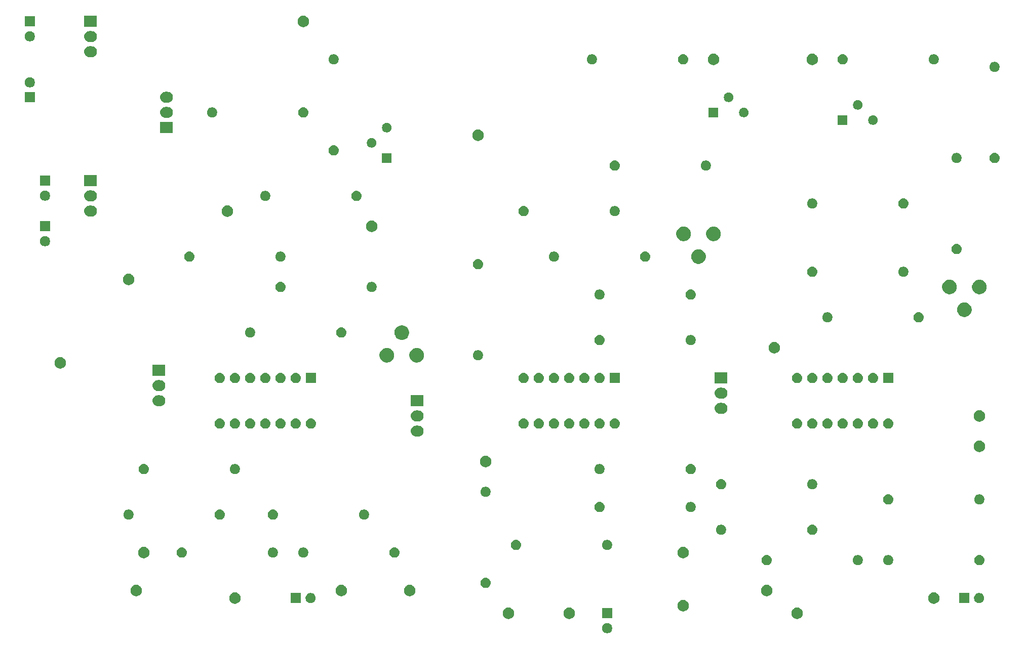
<source format=gbr>
G04 #@! TF.GenerationSoftware,KiCad,Pcbnew,(5.1.2)-2*
G04 #@! TF.CreationDate,2020-08-13T15:56:15+03:00*
G04 #@! TF.ProjectId,tempature_citcuit,74656d70-6174-4757-9265-5f6369746375,rev?*
G04 #@! TF.SameCoordinates,Original*
G04 #@! TF.FileFunction,Soldermask,Top*
G04 #@! TF.FilePolarity,Negative*
%FSLAX46Y46*%
G04 Gerber Fmt 4.6, Leading zero omitted, Abs format (unit mm)*
G04 Created by KiCad (PCBNEW (5.1.2)-2) date 2020-08-13 15:56:15*
%MOMM*%
%LPD*%
G04 APERTURE LIST*
%ADD10C,0.100000*%
G04 APERTURE END LIST*
D10*
G36*
X114548228Y-117251703D02*
G01*
X114703100Y-117315853D01*
X114842481Y-117408985D01*
X114961015Y-117527519D01*
X115054147Y-117666900D01*
X115118297Y-117821772D01*
X115151000Y-117986184D01*
X115151000Y-118153816D01*
X115118297Y-118318228D01*
X115054147Y-118473100D01*
X114961015Y-118612481D01*
X114842481Y-118731015D01*
X114703100Y-118824147D01*
X114548228Y-118888297D01*
X114383816Y-118921000D01*
X114216184Y-118921000D01*
X114051772Y-118888297D01*
X113896900Y-118824147D01*
X113757519Y-118731015D01*
X113638985Y-118612481D01*
X113545853Y-118473100D01*
X113481703Y-118318228D01*
X113449000Y-118153816D01*
X113449000Y-117986184D01*
X113481703Y-117821772D01*
X113545853Y-117666900D01*
X113638985Y-117527519D01*
X113757519Y-117408985D01*
X113896900Y-117315853D01*
X114051772Y-117251703D01*
X114216184Y-117219000D01*
X114383816Y-117219000D01*
X114548228Y-117251703D01*
X114548228Y-117251703D01*
G37*
G36*
X146327395Y-114655546D02*
G01*
X146500466Y-114727234D01*
X146577818Y-114778919D01*
X146656227Y-114831310D01*
X146788690Y-114963773D01*
X146788691Y-114963775D01*
X146892766Y-115119534D01*
X146964454Y-115292605D01*
X147001000Y-115476333D01*
X147001000Y-115663667D01*
X146964454Y-115847395D01*
X146892766Y-116020466D01*
X146892765Y-116020467D01*
X146788690Y-116176227D01*
X146656227Y-116308690D01*
X146577818Y-116361081D01*
X146500466Y-116412766D01*
X146327395Y-116484454D01*
X146143667Y-116521000D01*
X145956333Y-116521000D01*
X145772605Y-116484454D01*
X145599534Y-116412766D01*
X145522182Y-116361081D01*
X145443773Y-116308690D01*
X145311310Y-116176227D01*
X145207235Y-116020467D01*
X145207234Y-116020466D01*
X145135546Y-115847395D01*
X145099000Y-115663667D01*
X145099000Y-115476333D01*
X145135546Y-115292605D01*
X145207234Y-115119534D01*
X145311309Y-114963775D01*
X145311310Y-114963773D01*
X145443773Y-114831310D01*
X145522182Y-114778919D01*
X145599534Y-114727234D01*
X145772605Y-114655546D01*
X145956333Y-114619000D01*
X146143667Y-114619000D01*
X146327395Y-114655546D01*
X146327395Y-114655546D01*
G37*
G36*
X98067395Y-114655546D02*
G01*
X98240466Y-114727234D01*
X98317818Y-114778919D01*
X98396227Y-114831310D01*
X98528690Y-114963773D01*
X98528691Y-114963775D01*
X98632766Y-115119534D01*
X98704454Y-115292605D01*
X98741000Y-115476333D01*
X98741000Y-115663667D01*
X98704454Y-115847395D01*
X98632766Y-116020466D01*
X98632765Y-116020467D01*
X98528690Y-116176227D01*
X98396227Y-116308690D01*
X98317818Y-116361081D01*
X98240466Y-116412766D01*
X98067395Y-116484454D01*
X97883667Y-116521000D01*
X97696333Y-116521000D01*
X97512605Y-116484454D01*
X97339534Y-116412766D01*
X97262182Y-116361081D01*
X97183773Y-116308690D01*
X97051310Y-116176227D01*
X96947235Y-116020467D01*
X96947234Y-116020466D01*
X96875546Y-115847395D01*
X96839000Y-115663667D01*
X96839000Y-115476333D01*
X96875546Y-115292605D01*
X96947234Y-115119534D01*
X97051309Y-114963775D01*
X97051310Y-114963773D01*
X97183773Y-114831310D01*
X97262182Y-114778919D01*
X97339534Y-114727234D01*
X97512605Y-114655546D01*
X97696333Y-114619000D01*
X97883667Y-114619000D01*
X98067395Y-114655546D01*
X98067395Y-114655546D01*
G37*
G36*
X108227395Y-114655546D02*
G01*
X108400466Y-114727234D01*
X108477818Y-114778919D01*
X108556227Y-114831310D01*
X108688690Y-114963773D01*
X108688691Y-114963775D01*
X108792766Y-115119534D01*
X108864454Y-115292605D01*
X108901000Y-115476333D01*
X108901000Y-115663667D01*
X108864454Y-115847395D01*
X108792766Y-116020466D01*
X108792765Y-116020467D01*
X108688690Y-116176227D01*
X108556227Y-116308690D01*
X108477818Y-116361081D01*
X108400466Y-116412766D01*
X108227395Y-116484454D01*
X108043667Y-116521000D01*
X107856333Y-116521000D01*
X107672605Y-116484454D01*
X107499534Y-116412766D01*
X107422182Y-116361081D01*
X107343773Y-116308690D01*
X107211310Y-116176227D01*
X107107235Y-116020467D01*
X107107234Y-116020466D01*
X107035546Y-115847395D01*
X106999000Y-115663667D01*
X106999000Y-115476333D01*
X107035546Y-115292605D01*
X107107234Y-115119534D01*
X107211309Y-114963775D01*
X107211310Y-114963773D01*
X107343773Y-114831310D01*
X107422182Y-114778919D01*
X107499534Y-114727234D01*
X107672605Y-114655546D01*
X107856333Y-114619000D01*
X108043667Y-114619000D01*
X108227395Y-114655546D01*
X108227395Y-114655546D01*
G37*
G36*
X115151000Y-116421000D02*
G01*
X113449000Y-116421000D01*
X113449000Y-114719000D01*
X115151000Y-114719000D01*
X115151000Y-116421000D01*
X115151000Y-116421000D01*
G37*
G36*
X127277395Y-113385546D02*
G01*
X127450466Y-113457234D01*
X127527818Y-113508919D01*
X127606227Y-113561310D01*
X127738690Y-113693773D01*
X127738691Y-113693775D01*
X127842766Y-113849534D01*
X127914454Y-114022605D01*
X127951000Y-114206333D01*
X127951000Y-114393667D01*
X127914454Y-114577395D01*
X127842766Y-114750466D01*
X127842765Y-114750467D01*
X127738690Y-114906227D01*
X127606227Y-115038690D01*
X127527818Y-115091081D01*
X127450466Y-115142766D01*
X127277395Y-115214454D01*
X127093667Y-115251000D01*
X126906333Y-115251000D01*
X126722605Y-115214454D01*
X126549534Y-115142766D01*
X126472182Y-115091081D01*
X126393773Y-115038690D01*
X126261310Y-114906227D01*
X126157235Y-114750467D01*
X126157234Y-114750466D01*
X126085546Y-114577395D01*
X126049000Y-114393667D01*
X126049000Y-114206333D01*
X126085546Y-114022605D01*
X126157234Y-113849534D01*
X126261309Y-113693775D01*
X126261310Y-113693773D01*
X126393773Y-113561310D01*
X126472182Y-113508919D01*
X126549534Y-113457234D01*
X126722605Y-113385546D01*
X126906333Y-113349000D01*
X127093667Y-113349000D01*
X127277395Y-113385546D01*
X127277395Y-113385546D01*
G37*
G36*
X169187395Y-112115546D02*
G01*
X169360466Y-112187234D01*
X169397086Y-112211703D01*
X169516227Y-112291310D01*
X169648690Y-112423773D01*
X169691284Y-112487520D01*
X169752766Y-112579534D01*
X169824454Y-112752605D01*
X169861000Y-112936333D01*
X169861000Y-113123667D01*
X169824454Y-113307395D01*
X169752766Y-113480466D01*
X169752765Y-113480467D01*
X169648690Y-113636227D01*
X169516227Y-113768690D01*
X169493092Y-113784148D01*
X169360466Y-113872766D01*
X169187395Y-113944454D01*
X169003667Y-113981000D01*
X168816333Y-113981000D01*
X168632605Y-113944454D01*
X168459534Y-113872766D01*
X168326908Y-113784148D01*
X168303773Y-113768690D01*
X168171310Y-113636227D01*
X168067235Y-113480467D01*
X168067234Y-113480466D01*
X167995546Y-113307395D01*
X167959000Y-113123667D01*
X167959000Y-112936333D01*
X167995546Y-112752605D01*
X168067234Y-112579534D01*
X168128716Y-112487520D01*
X168171310Y-112423773D01*
X168303773Y-112291310D01*
X168422914Y-112211703D01*
X168459534Y-112187234D01*
X168632605Y-112115546D01*
X168816333Y-112079000D01*
X169003667Y-112079000D01*
X169187395Y-112115546D01*
X169187395Y-112115546D01*
G37*
G36*
X52347395Y-112115546D02*
G01*
X52520466Y-112187234D01*
X52557086Y-112211703D01*
X52676227Y-112291310D01*
X52808690Y-112423773D01*
X52851284Y-112487520D01*
X52912766Y-112579534D01*
X52984454Y-112752605D01*
X53021000Y-112936333D01*
X53021000Y-113123667D01*
X52984454Y-113307395D01*
X52912766Y-113480466D01*
X52912765Y-113480467D01*
X52808690Y-113636227D01*
X52676227Y-113768690D01*
X52653092Y-113784148D01*
X52520466Y-113872766D01*
X52347395Y-113944454D01*
X52163667Y-113981000D01*
X51976333Y-113981000D01*
X51792605Y-113944454D01*
X51619534Y-113872766D01*
X51486908Y-113784148D01*
X51463773Y-113768690D01*
X51331310Y-113636227D01*
X51227235Y-113480467D01*
X51227234Y-113480466D01*
X51155546Y-113307395D01*
X51119000Y-113123667D01*
X51119000Y-112936333D01*
X51155546Y-112752605D01*
X51227234Y-112579534D01*
X51288716Y-112487520D01*
X51331310Y-112423773D01*
X51463773Y-112291310D01*
X51582914Y-112211703D01*
X51619534Y-112187234D01*
X51792605Y-112115546D01*
X51976333Y-112079000D01*
X52163667Y-112079000D01*
X52347395Y-112115546D01*
X52347395Y-112115546D01*
G37*
G36*
X176738228Y-112211703D02*
G01*
X176893100Y-112275853D01*
X177032481Y-112368985D01*
X177151015Y-112487519D01*
X177244147Y-112626900D01*
X177308297Y-112781772D01*
X177341000Y-112946184D01*
X177341000Y-113113816D01*
X177308297Y-113278228D01*
X177244147Y-113433100D01*
X177151015Y-113572481D01*
X177032481Y-113691015D01*
X176893100Y-113784147D01*
X176738228Y-113848297D01*
X176573816Y-113881000D01*
X176406184Y-113881000D01*
X176241772Y-113848297D01*
X176086900Y-113784147D01*
X175947519Y-113691015D01*
X175828985Y-113572481D01*
X175735853Y-113433100D01*
X175671703Y-113278228D01*
X175639000Y-113113816D01*
X175639000Y-112946184D01*
X175671703Y-112781772D01*
X175735853Y-112626900D01*
X175828985Y-112487519D01*
X175947519Y-112368985D01*
X176086900Y-112275853D01*
X176241772Y-112211703D01*
X176406184Y-112179000D01*
X176573816Y-112179000D01*
X176738228Y-112211703D01*
X176738228Y-112211703D01*
G37*
G36*
X64978228Y-112211703D02*
G01*
X65133100Y-112275853D01*
X65272481Y-112368985D01*
X65391015Y-112487519D01*
X65484147Y-112626900D01*
X65548297Y-112781772D01*
X65581000Y-112946184D01*
X65581000Y-113113816D01*
X65548297Y-113278228D01*
X65484147Y-113433100D01*
X65391015Y-113572481D01*
X65272481Y-113691015D01*
X65133100Y-113784147D01*
X64978228Y-113848297D01*
X64813816Y-113881000D01*
X64646184Y-113881000D01*
X64481772Y-113848297D01*
X64326900Y-113784147D01*
X64187519Y-113691015D01*
X64068985Y-113572481D01*
X63975853Y-113433100D01*
X63911703Y-113278228D01*
X63879000Y-113113816D01*
X63879000Y-112946184D01*
X63911703Y-112781772D01*
X63975853Y-112626900D01*
X64068985Y-112487519D01*
X64187519Y-112368985D01*
X64326900Y-112275853D01*
X64481772Y-112211703D01*
X64646184Y-112179000D01*
X64813816Y-112179000D01*
X64978228Y-112211703D01*
X64978228Y-112211703D01*
G37*
G36*
X63081000Y-113881000D02*
G01*
X61379000Y-113881000D01*
X61379000Y-112179000D01*
X63081000Y-112179000D01*
X63081000Y-113881000D01*
X63081000Y-113881000D01*
G37*
G36*
X174841000Y-113881000D02*
G01*
X173139000Y-113881000D01*
X173139000Y-112179000D01*
X174841000Y-112179000D01*
X174841000Y-113881000D01*
X174841000Y-113881000D01*
G37*
G36*
X141247395Y-110845546D02*
G01*
X141420466Y-110917234D01*
X141492069Y-110965078D01*
X141576227Y-111021310D01*
X141708690Y-111153773D01*
X141740249Y-111201005D01*
X141812766Y-111309534D01*
X141884454Y-111482605D01*
X141921000Y-111666333D01*
X141921000Y-111853667D01*
X141884454Y-112037395D01*
X141812766Y-112210466D01*
X141812765Y-112210467D01*
X141708690Y-112366227D01*
X141576227Y-112498690D01*
X141497818Y-112551081D01*
X141420466Y-112602766D01*
X141247395Y-112674454D01*
X141063667Y-112711000D01*
X140876333Y-112711000D01*
X140692605Y-112674454D01*
X140519534Y-112602766D01*
X140442182Y-112551081D01*
X140363773Y-112498690D01*
X140231310Y-112366227D01*
X140127235Y-112210467D01*
X140127234Y-112210466D01*
X140055546Y-112037395D01*
X140019000Y-111853667D01*
X140019000Y-111666333D01*
X140055546Y-111482605D01*
X140127234Y-111309534D01*
X140199751Y-111201005D01*
X140231310Y-111153773D01*
X140363773Y-111021310D01*
X140447931Y-110965078D01*
X140519534Y-110917234D01*
X140692605Y-110845546D01*
X140876333Y-110809000D01*
X141063667Y-110809000D01*
X141247395Y-110845546D01*
X141247395Y-110845546D01*
G37*
G36*
X70127395Y-110845546D02*
G01*
X70300466Y-110917234D01*
X70372069Y-110965078D01*
X70456227Y-111021310D01*
X70588690Y-111153773D01*
X70620249Y-111201005D01*
X70692766Y-111309534D01*
X70764454Y-111482605D01*
X70801000Y-111666333D01*
X70801000Y-111853667D01*
X70764454Y-112037395D01*
X70692766Y-112210466D01*
X70692765Y-112210467D01*
X70588690Y-112366227D01*
X70456227Y-112498690D01*
X70377818Y-112551081D01*
X70300466Y-112602766D01*
X70127395Y-112674454D01*
X69943667Y-112711000D01*
X69756333Y-112711000D01*
X69572605Y-112674454D01*
X69399534Y-112602766D01*
X69322182Y-112551081D01*
X69243773Y-112498690D01*
X69111310Y-112366227D01*
X69007235Y-112210467D01*
X69007234Y-112210466D01*
X68935546Y-112037395D01*
X68899000Y-111853667D01*
X68899000Y-111666333D01*
X68935546Y-111482605D01*
X69007234Y-111309534D01*
X69079751Y-111201005D01*
X69111310Y-111153773D01*
X69243773Y-111021310D01*
X69327931Y-110965078D01*
X69399534Y-110917234D01*
X69572605Y-110845546D01*
X69756333Y-110809000D01*
X69943667Y-110809000D01*
X70127395Y-110845546D01*
X70127395Y-110845546D01*
G37*
G36*
X81557395Y-110845546D02*
G01*
X81730466Y-110917234D01*
X81802069Y-110965078D01*
X81886227Y-111021310D01*
X82018690Y-111153773D01*
X82050249Y-111201005D01*
X82122766Y-111309534D01*
X82194454Y-111482605D01*
X82231000Y-111666333D01*
X82231000Y-111853667D01*
X82194454Y-112037395D01*
X82122766Y-112210466D01*
X82122765Y-112210467D01*
X82018690Y-112366227D01*
X81886227Y-112498690D01*
X81807818Y-112551081D01*
X81730466Y-112602766D01*
X81557395Y-112674454D01*
X81373667Y-112711000D01*
X81186333Y-112711000D01*
X81002605Y-112674454D01*
X80829534Y-112602766D01*
X80752182Y-112551081D01*
X80673773Y-112498690D01*
X80541310Y-112366227D01*
X80437235Y-112210467D01*
X80437234Y-112210466D01*
X80365546Y-112037395D01*
X80329000Y-111853667D01*
X80329000Y-111666333D01*
X80365546Y-111482605D01*
X80437234Y-111309534D01*
X80509751Y-111201005D01*
X80541310Y-111153773D01*
X80673773Y-111021310D01*
X80757931Y-110965078D01*
X80829534Y-110917234D01*
X81002605Y-110845546D01*
X81186333Y-110809000D01*
X81373667Y-110809000D01*
X81557395Y-110845546D01*
X81557395Y-110845546D01*
G37*
G36*
X35837395Y-110845546D02*
G01*
X36010466Y-110917234D01*
X36082069Y-110965078D01*
X36166227Y-111021310D01*
X36298690Y-111153773D01*
X36330249Y-111201005D01*
X36402766Y-111309534D01*
X36474454Y-111482605D01*
X36511000Y-111666333D01*
X36511000Y-111853667D01*
X36474454Y-112037395D01*
X36402766Y-112210466D01*
X36402765Y-112210467D01*
X36298690Y-112366227D01*
X36166227Y-112498690D01*
X36087818Y-112551081D01*
X36010466Y-112602766D01*
X35837395Y-112674454D01*
X35653667Y-112711000D01*
X35466333Y-112711000D01*
X35282605Y-112674454D01*
X35109534Y-112602766D01*
X35032182Y-112551081D01*
X34953773Y-112498690D01*
X34821310Y-112366227D01*
X34717235Y-112210467D01*
X34717234Y-112210466D01*
X34645546Y-112037395D01*
X34609000Y-111853667D01*
X34609000Y-111666333D01*
X34645546Y-111482605D01*
X34717234Y-111309534D01*
X34789751Y-111201005D01*
X34821310Y-111153773D01*
X34953773Y-111021310D01*
X35037931Y-110965078D01*
X35109534Y-110917234D01*
X35282605Y-110845546D01*
X35466333Y-110809000D01*
X35653667Y-110809000D01*
X35837395Y-110845546D01*
X35837395Y-110845546D01*
G37*
G36*
X94146823Y-109651313D02*
G01*
X94307242Y-109699976D01*
X94439906Y-109770886D01*
X94455078Y-109778996D01*
X94584659Y-109885341D01*
X94691004Y-110014922D01*
X94691005Y-110014924D01*
X94770024Y-110162758D01*
X94818687Y-110323177D01*
X94835117Y-110490000D01*
X94818687Y-110656823D01*
X94770024Y-110817242D01*
X94699114Y-110949906D01*
X94691004Y-110965078D01*
X94584659Y-111094659D01*
X94455078Y-111201004D01*
X94455076Y-111201005D01*
X94307242Y-111280024D01*
X94146823Y-111328687D01*
X94021804Y-111341000D01*
X93938196Y-111341000D01*
X93813177Y-111328687D01*
X93652758Y-111280024D01*
X93504924Y-111201005D01*
X93504922Y-111201004D01*
X93375341Y-111094659D01*
X93268996Y-110965078D01*
X93260886Y-110949906D01*
X93189976Y-110817242D01*
X93141313Y-110656823D01*
X93124883Y-110490000D01*
X93141313Y-110323177D01*
X93189976Y-110162758D01*
X93268995Y-110014924D01*
X93268996Y-110014922D01*
X93375341Y-109885341D01*
X93504922Y-109778996D01*
X93520094Y-109770886D01*
X93652758Y-109699976D01*
X93813177Y-109651313D01*
X93938196Y-109639000D01*
X94021804Y-109639000D01*
X94146823Y-109651313D01*
X94146823Y-109651313D01*
G37*
G36*
X141136823Y-105841313D02*
G01*
X141297242Y-105889976D01*
X141429906Y-105960886D01*
X141445078Y-105968996D01*
X141574659Y-106075341D01*
X141681004Y-106204922D01*
X141681005Y-106204924D01*
X141760024Y-106352758D01*
X141808687Y-106513177D01*
X141825117Y-106680000D01*
X141808687Y-106846823D01*
X141760024Y-107007242D01*
X141719477Y-107083100D01*
X141681004Y-107155078D01*
X141574659Y-107284659D01*
X141445078Y-107391004D01*
X141445076Y-107391005D01*
X141297242Y-107470024D01*
X141136823Y-107518687D01*
X141011804Y-107531000D01*
X140928196Y-107531000D01*
X140803177Y-107518687D01*
X140642758Y-107470024D01*
X140494924Y-107391005D01*
X140494922Y-107391004D01*
X140365341Y-107284659D01*
X140258996Y-107155078D01*
X140220523Y-107083100D01*
X140179976Y-107007242D01*
X140131313Y-106846823D01*
X140114883Y-106680000D01*
X140131313Y-106513177D01*
X140179976Y-106352758D01*
X140258995Y-106204924D01*
X140258996Y-106204922D01*
X140365341Y-106075341D01*
X140494922Y-105968996D01*
X140510094Y-105960886D01*
X140642758Y-105889976D01*
X140803177Y-105841313D01*
X140928196Y-105829000D01*
X141011804Y-105829000D01*
X141136823Y-105841313D01*
X141136823Y-105841313D01*
G37*
G36*
X156458228Y-105861703D02*
G01*
X156613100Y-105925853D01*
X156752481Y-106018985D01*
X156871015Y-106137519D01*
X156964147Y-106276900D01*
X157028297Y-106431772D01*
X157061000Y-106596184D01*
X157061000Y-106763816D01*
X157028297Y-106928228D01*
X156964147Y-107083100D01*
X156871015Y-107222481D01*
X156752481Y-107341015D01*
X156613100Y-107434147D01*
X156458228Y-107498297D01*
X156293816Y-107531000D01*
X156126184Y-107531000D01*
X155961772Y-107498297D01*
X155806900Y-107434147D01*
X155667519Y-107341015D01*
X155548985Y-107222481D01*
X155455853Y-107083100D01*
X155391703Y-106928228D01*
X155359000Y-106763816D01*
X155359000Y-106596184D01*
X155391703Y-106431772D01*
X155455853Y-106276900D01*
X155548985Y-106137519D01*
X155667519Y-106018985D01*
X155806900Y-105925853D01*
X155961772Y-105861703D01*
X156126184Y-105829000D01*
X156293816Y-105829000D01*
X156458228Y-105861703D01*
X156458228Y-105861703D01*
G37*
G36*
X161538228Y-105861703D02*
G01*
X161693100Y-105925853D01*
X161832481Y-106018985D01*
X161951015Y-106137519D01*
X162044147Y-106276900D01*
X162108297Y-106431772D01*
X162141000Y-106596184D01*
X162141000Y-106763816D01*
X162108297Y-106928228D01*
X162044147Y-107083100D01*
X161951015Y-107222481D01*
X161832481Y-107341015D01*
X161693100Y-107434147D01*
X161538228Y-107498297D01*
X161373816Y-107531000D01*
X161206184Y-107531000D01*
X161041772Y-107498297D01*
X160886900Y-107434147D01*
X160747519Y-107341015D01*
X160628985Y-107222481D01*
X160535853Y-107083100D01*
X160471703Y-106928228D01*
X160439000Y-106763816D01*
X160439000Y-106596184D01*
X160471703Y-106431772D01*
X160535853Y-106276900D01*
X160628985Y-106137519D01*
X160747519Y-106018985D01*
X160886900Y-105925853D01*
X161041772Y-105861703D01*
X161206184Y-105829000D01*
X161373816Y-105829000D01*
X161538228Y-105861703D01*
X161538228Y-105861703D01*
G37*
G36*
X176696823Y-105841313D02*
G01*
X176857242Y-105889976D01*
X176989906Y-105960886D01*
X177005078Y-105968996D01*
X177134659Y-106075341D01*
X177241004Y-106204922D01*
X177241005Y-106204924D01*
X177320024Y-106352758D01*
X177368687Y-106513177D01*
X177385117Y-106680000D01*
X177368687Y-106846823D01*
X177320024Y-107007242D01*
X177279477Y-107083100D01*
X177241004Y-107155078D01*
X177134659Y-107284659D01*
X177005078Y-107391004D01*
X177005076Y-107391005D01*
X176857242Y-107470024D01*
X176696823Y-107518687D01*
X176571804Y-107531000D01*
X176488196Y-107531000D01*
X176363177Y-107518687D01*
X176202758Y-107470024D01*
X176054924Y-107391005D01*
X176054922Y-107391004D01*
X175925341Y-107284659D01*
X175818996Y-107155078D01*
X175780523Y-107083100D01*
X175739976Y-107007242D01*
X175691313Y-106846823D01*
X175674883Y-106680000D01*
X175691313Y-106513177D01*
X175739976Y-106352758D01*
X175818995Y-106204924D01*
X175818996Y-106204922D01*
X175925341Y-106075341D01*
X176054922Y-105968996D01*
X176070094Y-105960886D01*
X176202758Y-105889976D01*
X176363177Y-105841313D01*
X176488196Y-105829000D01*
X176571804Y-105829000D01*
X176696823Y-105841313D01*
X176696823Y-105841313D01*
G37*
G36*
X37107395Y-104495546D02*
G01*
X37280466Y-104567234D01*
X37352069Y-104615078D01*
X37436227Y-104671310D01*
X37568690Y-104803773D01*
X37611284Y-104867520D01*
X37672766Y-104959534D01*
X37744454Y-105132605D01*
X37781000Y-105316333D01*
X37781000Y-105503667D01*
X37744454Y-105687395D01*
X37672766Y-105860466D01*
X37653048Y-105889976D01*
X37568690Y-106016227D01*
X37436227Y-106148690D01*
X37413092Y-106164148D01*
X37280466Y-106252766D01*
X37107395Y-106324454D01*
X36923667Y-106361000D01*
X36736333Y-106361000D01*
X36552605Y-106324454D01*
X36379534Y-106252766D01*
X36246908Y-106164148D01*
X36223773Y-106148690D01*
X36091310Y-106016227D01*
X36006952Y-105889976D01*
X35987234Y-105860466D01*
X35915546Y-105687395D01*
X35879000Y-105503667D01*
X35879000Y-105316333D01*
X35915546Y-105132605D01*
X35987234Y-104959534D01*
X36048716Y-104867520D01*
X36091310Y-104803773D01*
X36223773Y-104671310D01*
X36307931Y-104615078D01*
X36379534Y-104567234D01*
X36552605Y-104495546D01*
X36736333Y-104459000D01*
X36923667Y-104459000D01*
X37107395Y-104495546D01*
X37107395Y-104495546D01*
G37*
G36*
X127277395Y-104495546D02*
G01*
X127450466Y-104567234D01*
X127522069Y-104615078D01*
X127606227Y-104671310D01*
X127738690Y-104803773D01*
X127781284Y-104867520D01*
X127842766Y-104959534D01*
X127914454Y-105132605D01*
X127951000Y-105316333D01*
X127951000Y-105503667D01*
X127914454Y-105687395D01*
X127842766Y-105860466D01*
X127823048Y-105889976D01*
X127738690Y-106016227D01*
X127606227Y-106148690D01*
X127583092Y-106164148D01*
X127450466Y-106252766D01*
X127277395Y-106324454D01*
X127093667Y-106361000D01*
X126906333Y-106361000D01*
X126722605Y-106324454D01*
X126549534Y-106252766D01*
X126416908Y-106164148D01*
X126393773Y-106148690D01*
X126261310Y-106016227D01*
X126176952Y-105889976D01*
X126157234Y-105860466D01*
X126085546Y-105687395D01*
X126049000Y-105503667D01*
X126049000Y-105316333D01*
X126085546Y-105132605D01*
X126157234Y-104959534D01*
X126218716Y-104867520D01*
X126261310Y-104803773D01*
X126393773Y-104671310D01*
X126477931Y-104615078D01*
X126549534Y-104567234D01*
X126722605Y-104495546D01*
X126906333Y-104459000D01*
X127093667Y-104459000D01*
X127277395Y-104495546D01*
X127277395Y-104495546D01*
G37*
G36*
X58668228Y-104591703D02*
G01*
X58823100Y-104655853D01*
X58962481Y-104748985D01*
X59081015Y-104867519D01*
X59174147Y-105006900D01*
X59238297Y-105161772D01*
X59271000Y-105326184D01*
X59271000Y-105493816D01*
X59238297Y-105658228D01*
X59174147Y-105813100D01*
X59081015Y-105952481D01*
X58962481Y-106071015D01*
X58823100Y-106164147D01*
X58668228Y-106228297D01*
X58503816Y-106261000D01*
X58336184Y-106261000D01*
X58171772Y-106228297D01*
X58016900Y-106164147D01*
X57877519Y-106071015D01*
X57758985Y-105952481D01*
X57665853Y-105813100D01*
X57601703Y-105658228D01*
X57569000Y-105493816D01*
X57569000Y-105326184D01*
X57601703Y-105161772D01*
X57665853Y-105006900D01*
X57758985Y-104867519D01*
X57877519Y-104748985D01*
X58016900Y-104655853D01*
X58171772Y-104591703D01*
X58336184Y-104559000D01*
X58503816Y-104559000D01*
X58668228Y-104591703D01*
X58668228Y-104591703D01*
G37*
G36*
X63748228Y-104591703D02*
G01*
X63903100Y-104655853D01*
X64042481Y-104748985D01*
X64161015Y-104867519D01*
X64254147Y-105006900D01*
X64318297Y-105161772D01*
X64351000Y-105326184D01*
X64351000Y-105493816D01*
X64318297Y-105658228D01*
X64254147Y-105813100D01*
X64161015Y-105952481D01*
X64042481Y-106071015D01*
X63903100Y-106164147D01*
X63748228Y-106228297D01*
X63583816Y-106261000D01*
X63416184Y-106261000D01*
X63251772Y-106228297D01*
X63096900Y-106164147D01*
X62957519Y-106071015D01*
X62838985Y-105952481D01*
X62745853Y-105813100D01*
X62681703Y-105658228D01*
X62649000Y-105493816D01*
X62649000Y-105326184D01*
X62681703Y-105161772D01*
X62745853Y-105006900D01*
X62838985Y-104867519D01*
X62957519Y-104748985D01*
X63096900Y-104655853D01*
X63251772Y-104591703D01*
X63416184Y-104559000D01*
X63583816Y-104559000D01*
X63748228Y-104591703D01*
X63748228Y-104591703D01*
G37*
G36*
X78906823Y-104571313D02*
G01*
X79067242Y-104619976D01*
X79199906Y-104690886D01*
X79215078Y-104698996D01*
X79344659Y-104805341D01*
X79451004Y-104934922D01*
X79451005Y-104934924D01*
X79530024Y-105082758D01*
X79578687Y-105243177D01*
X79595117Y-105410000D01*
X79578687Y-105576823D01*
X79530024Y-105737242D01*
X79489477Y-105813100D01*
X79451004Y-105885078D01*
X79344659Y-106014659D01*
X79215078Y-106121004D01*
X79215076Y-106121005D01*
X79067242Y-106200024D01*
X78906823Y-106248687D01*
X78781804Y-106261000D01*
X78698196Y-106261000D01*
X78573177Y-106248687D01*
X78412758Y-106200024D01*
X78264924Y-106121005D01*
X78264922Y-106121004D01*
X78135341Y-106014659D01*
X78028996Y-105885078D01*
X77990523Y-105813100D01*
X77949976Y-105737242D01*
X77901313Y-105576823D01*
X77884883Y-105410000D01*
X77901313Y-105243177D01*
X77949976Y-105082758D01*
X78028995Y-104934924D01*
X78028996Y-104934922D01*
X78135341Y-104805341D01*
X78264922Y-104698996D01*
X78280094Y-104690886D01*
X78412758Y-104619976D01*
X78573177Y-104571313D01*
X78698196Y-104559000D01*
X78781804Y-104559000D01*
X78906823Y-104571313D01*
X78906823Y-104571313D01*
G37*
G36*
X43346823Y-104571313D02*
G01*
X43507242Y-104619976D01*
X43639906Y-104690886D01*
X43655078Y-104698996D01*
X43784659Y-104805341D01*
X43891004Y-104934922D01*
X43891005Y-104934924D01*
X43970024Y-105082758D01*
X44018687Y-105243177D01*
X44035117Y-105410000D01*
X44018687Y-105576823D01*
X43970024Y-105737242D01*
X43929477Y-105813100D01*
X43891004Y-105885078D01*
X43784659Y-106014659D01*
X43655078Y-106121004D01*
X43655076Y-106121005D01*
X43507242Y-106200024D01*
X43346823Y-106248687D01*
X43221804Y-106261000D01*
X43138196Y-106261000D01*
X43013177Y-106248687D01*
X42852758Y-106200024D01*
X42704924Y-106121005D01*
X42704922Y-106121004D01*
X42575341Y-106014659D01*
X42468996Y-105885078D01*
X42430523Y-105813100D01*
X42389976Y-105737242D01*
X42341313Y-105576823D01*
X42324883Y-105410000D01*
X42341313Y-105243177D01*
X42389976Y-105082758D01*
X42468995Y-104934924D01*
X42468996Y-104934922D01*
X42575341Y-104805341D01*
X42704922Y-104698996D01*
X42720094Y-104690886D01*
X42852758Y-104619976D01*
X43013177Y-104571313D01*
X43138196Y-104559000D01*
X43221804Y-104559000D01*
X43346823Y-104571313D01*
X43346823Y-104571313D01*
G37*
G36*
X99226823Y-103301313D02*
G01*
X99387242Y-103349976D01*
X99454361Y-103385852D01*
X99535078Y-103428996D01*
X99664659Y-103535341D01*
X99771004Y-103664922D01*
X99771005Y-103664924D01*
X99850024Y-103812758D01*
X99898687Y-103973177D01*
X99915117Y-104140000D01*
X99898687Y-104306823D01*
X99850024Y-104467242D01*
X99794397Y-104571313D01*
X99771004Y-104615078D01*
X99664659Y-104744659D01*
X99535078Y-104851004D01*
X99535076Y-104851005D01*
X99387242Y-104930024D01*
X99226823Y-104978687D01*
X99101804Y-104991000D01*
X99018196Y-104991000D01*
X98893177Y-104978687D01*
X98732758Y-104930024D01*
X98584924Y-104851005D01*
X98584922Y-104851004D01*
X98455341Y-104744659D01*
X98348996Y-104615078D01*
X98325603Y-104571313D01*
X98269976Y-104467242D01*
X98221313Y-104306823D01*
X98204883Y-104140000D01*
X98221313Y-103973177D01*
X98269976Y-103812758D01*
X98348995Y-103664924D01*
X98348996Y-103664922D01*
X98455341Y-103535341D01*
X98584922Y-103428996D01*
X98665639Y-103385852D01*
X98732758Y-103349976D01*
X98893177Y-103301313D01*
X99018196Y-103289000D01*
X99101804Y-103289000D01*
X99226823Y-103301313D01*
X99226823Y-103301313D01*
G37*
G36*
X114548228Y-103321703D02*
G01*
X114703100Y-103385853D01*
X114842481Y-103478985D01*
X114961015Y-103597519D01*
X115054147Y-103736900D01*
X115118297Y-103891772D01*
X115151000Y-104056184D01*
X115151000Y-104223816D01*
X115118297Y-104388228D01*
X115054147Y-104543100D01*
X114961015Y-104682481D01*
X114842481Y-104801015D01*
X114703100Y-104894147D01*
X114548228Y-104958297D01*
X114383816Y-104991000D01*
X114216184Y-104991000D01*
X114051772Y-104958297D01*
X113896900Y-104894147D01*
X113757519Y-104801015D01*
X113638985Y-104682481D01*
X113545853Y-104543100D01*
X113481703Y-104388228D01*
X113449000Y-104223816D01*
X113449000Y-104056184D01*
X113481703Y-103891772D01*
X113545853Y-103736900D01*
X113638985Y-103597519D01*
X113757519Y-103478985D01*
X113896900Y-103385853D01*
X114051772Y-103321703D01*
X114216184Y-103289000D01*
X114383816Y-103289000D01*
X114548228Y-103321703D01*
X114548228Y-103321703D01*
G37*
G36*
X133598228Y-100781703D02*
G01*
X133753100Y-100845853D01*
X133892481Y-100938985D01*
X134011015Y-101057519D01*
X134104147Y-101196900D01*
X134168297Y-101351772D01*
X134201000Y-101516184D01*
X134201000Y-101683816D01*
X134168297Y-101848228D01*
X134104147Y-102003100D01*
X134011015Y-102142481D01*
X133892481Y-102261015D01*
X133753100Y-102354147D01*
X133598228Y-102418297D01*
X133433816Y-102451000D01*
X133266184Y-102451000D01*
X133101772Y-102418297D01*
X132946900Y-102354147D01*
X132807519Y-102261015D01*
X132688985Y-102142481D01*
X132595853Y-102003100D01*
X132531703Y-101848228D01*
X132499000Y-101683816D01*
X132499000Y-101516184D01*
X132531703Y-101351772D01*
X132595853Y-101196900D01*
X132688985Y-101057519D01*
X132807519Y-100938985D01*
X132946900Y-100845853D01*
X133101772Y-100781703D01*
X133266184Y-100749000D01*
X133433816Y-100749000D01*
X133598228Y-100781703D01*
X133598228Y-100781703D01*
G37*
G36*
X148756823Y-100761313D02*
G01*
X148917242Y-100809976D01*
X148984361Y-100845852D01*
X149065078Y-100888996D01*
X149194659Y-100995341D01*
X149301004Y-101124922D01*
X149301005Y-101124924D01*
X149380024Y-101272758D01*
X149428687Y-101433177D01*
X149445117Y-101600000D01*
X149428687Y-101766823D01*
X149380024Y-101927242D01*
X149339477Y-102003100D01*
X149301004Y-102075078D01*
X149194659Y-102204659D01*
X149065078Y-102311004D01*
X149065076Y-102311005D01*
X148917242Y-102390024D01*
X148756823Y-102438687D01*
X148631804Y-102451000D01*
X148548196Y-102451000D01*
X148423177Y-102438687D01*
X148262758Y-102390024D01*
X148114924Y-102311005D01*
X148114922Y-102311004D01*
X147985341Y-102204659D01*
X147878996Y-102075078D01*
X147840523Y-102003100D01*
X147799976Y-101927242D01*
X147751313Y-101766823D01*
X147734883Y-101600000D01*
X147751313Y-101433177D01*
X147799976Y-101272758D01*
X147878995Y-101124924D01*
X147878996Y-101124922D01*
X147985341Y-100995341D01*
X148114922Y-100888996D01*
X148195639Y-100845852D01*
X148262758Y-100809976D01*
X148423177Y-100761313D01*
X148548196Y-100749000D01*
X148631804Y-100749000D01*
X148756823Y-100761313D01*
X148756823Y-100761313D01*
G37*
G36*
X34538228Y-98241703D02*
G01*
X34693100Y-98305853D01*
X34832481Y-98398985D01*
X34951015Y-98517519D01*
X35044147Y-98656900D01*
X35108297Y-98811772D01*
X35141000Y-98976184D01*
X35141000Y-99143816D01*
X35108297Y-99308228D01*
X35044147Y-99463100D01*
X34951015Y-99602481D01*
X34832481Y-99721015D01*
X34693100Y-99814147D01*
X34538228Y-99878297D01*
X34373816Y-99911000D01*
X34206184Y-99911000D01*
X34041772Y-99878297D01*
X33886900Y-99814147D01*
X33747519Y-99721015D01*
X33628985Y-99602481D01*
X33535853Y-99463100D01*
X33471703Y-99308228D01*
X33439000Y-99143816D01*
X33439000Y-98976184D01*
X33471703Y-98811772D01*
X33535853Y-98656900D01*
X33628985Y-98517519D01*
X33747519Y-98398985D01*
X33886900Y-98305853D01*
X34041772Y-98241703D01*
X34206184Y-98209000D01*
X34373816Y-98209000D01*
X34538228Y-98241703D01*
X34538228Y-98241703D01*
G37*
G36*
X58586823Y-98221313D02*
G01*
X58747242Y-98269976D01*
X58879906Y-98340886D01*
X58895078Y-98348996D01*
X59024659Y-98455341D01*
X59131004Y-98584922D01*
X59131005Y-98584924D01*
X59210024Y-98732758D01*
X59258687Y-98893177D01*
X59275117Y-99060000D01*
X59258687Y-99226823D01*
X59210024Y-99387242D01*
X59169477Y-99463100D01*
X59131004Y-99535078D01*
X59024659Y-99664659D01*
X58895078Y-99771004D01*
X58895076Y-99771005D01*
X58747242Y-99850024D01*
X58586823Y-99898687D01*
X58461804Y-99911000D01*
X58378196Y-99911000D01*
X58253177Y-99898687D01*
X58092758Y-99850024D01*
X57944924Y-99771005D01*
X57944922Y-99771004D01*
X57815341Y-99664659D01*
X57708996Y-99535078D01*
X57670523Y-99463100D01*
X57629976Y-99387242D01*
X57581313Y-99226823D01*
X57564883Y-99060000D01*
X57581313Y-98893177D01*
X57629976Y-98732758D01*
X57708995Y-98584924D01*
X57708996Y-98584922D01*
X57815341Y-98455341D01*
X57944922Y-98348996D01*
X57960094Y-98340886D01*
X58092758Y-98269976D01*
X58253177Y-98221313D01*
X58378196Y-98209000D01*
X58461804Y-98209000D01*
X58586823Y-98221313D01*
X58586823Y-98221313D01*
G37*
G36*
X49696823Y-98221313D02*
G01*
X49857242Y-98269976D01*
X49989906Y-98340886D01*
X50005078Y-98348996D01*
X50134659Y-98455341D01*
X50241004Y-98584922D01*
X50241005Y-98584924D01*
X50320024Y-98732758D01*
X50368687Y-98893177D01*
X50385117Y-99060000D01*
X50368687Y-99226823D01*
X50320024Y-99387242D01*
X50279477Y-99463100D01*
X50241004Y-99535078D01*
X50134659Y-99664659D01*
X50005078Y-99771004D01*
X50005076Y-99771005D01*
X49857242Y-99850024D01*
X49696823Y-99898687D01*
X49571804Y-99911000D01*
X49488196Y-99911000D01*
X49363177Y-99898687D01*
X49202758Y-99850024D01*
X49054924Y-99771005D01*
X49054922Y-99771004D01*
X48925341Y-99664659D01*
X48818996Y-99535078D01*
X48780523Y-99463100D01*
X48739976Y-99387242D01*
X48691313Y-99226823D01*
X48674883Y-99060000D01*
X48691313Y-98893177D01*
X48739976Y-98732758D01*
X48818995Y-98584924D01*
X48818996Y-98584922D01*
X48925341Y-98455341D01*
X49054922Y-98348996D01*
X49070094Y-98340886D01*
X49202758Y-98269976D01*
X49363177Y-98221313D01*
X49488196Y-98209000D01*
X49571804Y-98209000D01*
X49696823Y-98221313D01*
X49696823Y-98221313D01*
G37*
G36*
X73908228Y-98241703D02*
G01*
X74063100Y-98305853D01*
X74202481Y-98398985D01*
X74321015Y-98517519D01*
X74414147Y-98656900D01*
X74478297Y-98811772D01*
X74511000Y-98976184D01*
X74511000Y-99143816D01*
X74478297Y-99308228D01*
X74414147Y-99463100D01*
X74321015Y-99602481D01*
X74202481Y-99721015D01*
X74063100Y-99814147D01*
X73908228Y-99878297D01*
X73743816Y-99911000D01*
X73576184Y-99911000D01*
X73411772Y-99878297D01*
X73256900Y-99814147D01*
X73117519Y-99721015D01*
X72998985Y-99602481D01*
X72905853Y-99463100D01*
X72841703Y-99308228D01*
X72809000Y-99143816D01*
X72809000Y-98976184D01*
X72841703Y-98811772D01*
X72905853Y-98656900D01*
X72998985Y-98517519D01*
X73117519Y-98398985D01*
X73256900Y-98305853D01*
X73411772Y-98241703D01*
X73576184Y-98209000D01*
X73743816Y-98209000D01*
X73908228Y-98241703D01*
X73908228Y-98241703D01*
G37*
G36*
X128518228Y-96971703D02*
G01*
X128673100Y-97035853D01*
X128812481Y-97128985D01*
X128931015Y-97247519D01*
X129024147Y-97386900D01*
X129088297Y-97541772D01*
X129121000Y-97706184D01*
X129121000Y-97873816D01*
X129088297Y-98038228D01*
X129024147Y-98193100D01*
X128931015Y-98332481D01*
X128812481Y-98451015D01*
X128673100Y-98544147D01*
X128518228Y-98608297D01*
X128353816Y-98641000D01*
X128186184Y-98641000D01*
X128021772Y-98608297D01*
X127866900Y-98544147D01*
X127727519Y-98451015D01*
X127608985Y-98332481D01*
X127515853Y-98193100D01*
X127451703Y-98038228D01*
X127419000Y-97873816D01*
X127419000Y-97706184D01*
X127451703Y-97541772D01*
X127515853Y-97386900D01*
X127608985Y-97247519D01*
X127727519Y-97128985D01*
X127866900Y-97035853D01*
X128021772Y-96971703D01*
X128186184Y-96939000D01*
X128353816Y-96939000D01*
X128518228Y-96971703D01*
X128518228Y-96971703D01*
G37*
G36*
X113196823Y-96951313D02*
G01*
X113357242Y-96999976D01*
X113489906Y-97070886D01*
X113505078Y-97078996D01*
X113634659Y-97185341D01*
X113741004Y-97314922D01*
X113741005Y-97314924D01*
X113820024Y-97462758D01*
X113868687Y-97623177D01*
X113885117Y-97790000D01*
X113868687Y-97956823D01*
X113820024Y-98117242D01*
X113779477Y-98193100D01*
X113741004Y-98265078D01*
X113634659Y-98394659D01*
X113505078Y-98501004D01*
X113505076Y-98501005D01*
X113357242Y-98580024D01*
X113196823Y-98628687D01*
X113071804Y-98641000D01*
X112988196Y-98641000D01*
X112863177Y-98628687D01*
X112702758Y-98580024D01*
X112554924Y-98501005D01*
X112554922Y-98501004D01*
X112425341Y-98394659D01*
X112318996Y-98265078D01*
X112280523Y-98193100D01*
X112239976Y-98117242D01*
X112191313Y-97956823D01*
X112174883Y-97790000D01*
X112191313Y-97623177D01*
X112239976Y-97462758D01*
X112318995Y-97314924D01*
X112318996Y-97314922D01*
X112425341Y-97185341D01*
X112554922Y-97078996D01*
X112570094Y-97070886D01*
X112702758Y-96999976D01*
X112863177Y-96951313D01*
X112988196Y-96939000D01*
X113071804Y-96939000D01*
X113196823Y-96951313D01*
X113196823Y-96951313D01*
G37*
G36*
X161456823Y-95681313D02*
G01*
X161617242Y-95729976D01*
X161749906Y-95800886D01*
X161765078Y-95808996D01*
X161894659Y-95915341D01*
X162001004Y-96044922D01*
X162001005Y-96044924D01*
X162080024Y-96192758D01*
X162128687Y-96353177D01*
X162145117Y-96520000D01*
X162128687Y-96686823D01*
X162080024Y-96847242D01*
X162039477Y-96923100D01*
X162001004Y-96995078D01*
X161894659Y-97124659D01*
X161765078Y-97231004D01*
X161765076Y-97231005D01*
X161617242Y-97310024D01*
X161456823Y-97358687D01*
X161331804Y-97371000D01*
X161248196Y-97371000D01*
X161123177Y-97358687D01*
X160962758Y-97310024D01*
X160814924Y-97231005D01*
X160814922Y-97231004D01*
X160685341Y-97124659D01*
X160578996Y-96995078D01*
X160540523Y-96923100D01*
X160499976Y-96847242D01*
X160451313Y-96686823D01*
X160434883Y-96520000D01*
X160451313Y-96353177D01*
X160499976Y-96192758D01*
X160578995Y-96044924D01*
X160578996Y-96044922D01*
X160685341Y-95915341D01*
X160814922Y-95808996D01*
X160830094Y-95800886D01*
X160962758Y-95729976D01*
X161123177Y-95681313D01*
X161248196Y-95669000D01*
X161331804Y-95669000D01*
X161456823Y-95681313D01*
X161456823Y-95681313D01*
G37*
G36*
X176778228Y-95701703D02*
G01*
X176933100Y-95765853D01*
X177072481Y-95858985D01*
X177191015Y-95977519D01*
X177284147Y-96116900D01*
X177348297Y-96271772D01*
X177381000Y-96436184D01*
X177381000Y-96603816D01*
X177348297Y-96768228D01*
X177284147Y-96923100D01*
X177191015Y-97062481D01*
X177072481Y-97181015D01*
X176933100Y-97274147D01*
X176778228Y-97338297D01*
X176613816Y-97371000D01*
X176446184Y-97371000D01*
X176281772Y-97338297D01*
X176126900Y-97274147D01*
X175987519Y-97181015D01*
X175868985Y-97062481D01*
X175775853Y-96923100D01*
X175711703Y-96768228D01*
X175679000Y-96603816D01*
X175679000Y-96436184D01*
X175711703Y-96271772D01*
X175775853Y-96116900D01*
X175868985Y-95977519D01*
X175987519Y-95858985D01*
X176126900Y-95765853D01*
X176281772Y-95701703D01*
X176446184Y-95669000D01*
X176613816Y-95669000D01*
X176778228Y-95701703D01*
X176778228Y-95701703D01*
G37*
G36*
X94228228Y-94431703D02*
G01*
X94383100Y-94495853D01*
X94522481Y-94588985D01*
X94641015Y-94707519D01*
X94734147Y-94846900D01*
X94798297Y-95001772D01*
X94831000Y-95166184D01*
X94831000Y-95333816D01*
X94798297Y-95498228D01*
X94734147Y-95653100D01*
X94641015Y-95792481D01*
X94522481Y-95911015D01*
X94383100Y-96004147D01*
X94228228Y-96068297D01*
X94063816Y-96101000D01*
X93896184Y-96101000D01*
X93731772Y-96068297D01*
X93576900Y-96004147D01*
X93437519Y-95911015D01*
X93318985Y-95792481D01*
X93225853Y-95653100D01*
X93161703Y-95498228D01*
X93129000Y-95333816D01*
X93129000Y-95166184D01*
X93161703Y-95001772D01*
X93225853Y-94846900D01*
X93318985Y-94707519D01*
X93437519Y-94588985D01*
X93576900Y-94495853D01*
X93731772Y-94431703D01*
X93896184Y-94399000D01*
X94063816Y-94399000D01*
X94228228Y-94431703D01*
X94228228Y-94431703D01*
G37*
G36*
X148838228Y-93161703D02*
G01*
X148993100Y-93225853D01*
X149132481Y-93318985D01*
X149251015Y-93437519D01*
X149344147Y-93576900D01*
X149408297Y-93731772D01*
X149441000Y-93896184D01*
X149441000Y-94063816D01*
X149408297Y-94228228D01*
X149344147Y-94383100D01*
X149251015Y-94522481D01*
X149132481Y-94641015D01*
X148993100Y-94734147D01*
X148838228Y-94798297D01*
X148673816Y-94831000D01*
X148506184Y-94831000D01*
X148341772Y-94798297D01*
X148186900Y-94734147D01*
X148047519Y-94641015D01*
X147928985Y-94522481D01*
X147835853Y-94383100D01*
X147771703Y-94228228D01*
X147739000Y-94063816D01*
X147739000Y-93896184D01*
X147771703Y-93731772D01*
X147835853Y-93576900D01*
X147928985Y-93437519D01*
X148047519Y-93318985D01*
X148186900Y-93225853D01*
X148341772Y-93161703D01*
X148506184Y-93129000D01*
X148673816Y-93129000D01*
X148838228Y-93161703D01*
X148838228Y-93161703D01*
G37*
G36*
X133516823Y-93141313D02*
G01*
X133677242Y-93189976D01*
X133744361Y-93225852D01*
X133825078Y-93268996D01*
X133954659Y-93375341D01*
X134061004Y-93504922D01*
X134061005Y-93504924D01*
X134140024Y-93652758D01*
X134188687Y-93813177D01*
X134205117Y-93980000D01*
X134188687Y-94146823D01*
X134140024Y-94307242D01*
X134099477Y-94383100D01*
X134061004Y-94455078D01*
X133954659Y-94584659D01*
X133825078Y-94691004D01*
X133825076Y-94691005D01*
X133677242Y-94770024D01*
X133516823Y-94818687D01*
X133391804Y-94831000D01*
X133308196Y-94831000D01*
X133183177Y-94818687D01*
X133022758Y-94770024D01*
X132874924Y-94691005D01*
X132874922Y-94691004D01*
X132745341Y-94584659D01*
X132638996Y-94455078D01*
X132600523Y-94383100D01*
X132559976Y-94307242D01*
X132511313Y-94146823D01*
X132494883Y-93980000D01*
X132511313Y-93813177D01*
X132559976Y-93652758D01*
X132638995Y-93504924D01*
X132638996Y-93504922D01*
X132745341Y-93375341D01*
X132874922Y-93268996D01*
X132955639Y-93225852D01*
X133022758Y-93189976D01*
X133183177Y-93141313D01*
X133308196Y-93129000D01*
X133391804Y-93129000D01*
X133516823Y-93141313D01*
X133516823Y-93141313D01*
G37*
G36*
X128436823Y-90601313D02*
G01*
X128597242Y-90649976D01*
X128664361Y-90685852D01*
X128745078Y-90728996D01*
X128874659Y-90835341D01*
X128981004Y-90964922D01*
X128981005Y-90964924D01*
X129060024Y-91112758D01*
X129108687Y-91273177D01*
X129125117Y-91440000D01*
X129108687Y-91606823D01*
X129060024Y-91767242D01*
X129019477Y-91843100D01*
X128981004Y-91915078D01*
X128874659Y-92044659D01*
X128745078Y-92151004D01*
X128745076Y-92151005D01*
X128597242Y-92230024D01*
X128436823Y-92278687D01*
X128311804Y-92291000D01*
X128228196Y-92291000D01*
X128103177Y-92278687D01*
X127942758Y-92230024D01*
X127794924Y-92151005D01*
X127794922Y-92151004D01*
X127665341Y-92044659D01*
X127558996Y-91915078D01*
X127520523Y-91843100D01*
X127479976Y-91767242D01*
X127431313Y-91606823D01*
X127414883Y-91440000D01*
X127431313Y-91273177D01*
X127479976Y-91112758D01*
X127558995Y-90964924D01*
X127558996Y-90964922D01*
X127665341Y-90835341D01*
X127794922Y-90728996D01*
X127875639Y-90685852D01*
X127942758Y-90649976D01*
X128103177Y-90601313D01*
X128228196Y-90589000D01*
X128311804Y-90589000D01*
X128436823Y-90601313D01*
X128436823Y-90601313D01*
G37*
G36*
X36996823Y-90601313D02*
G01*
X37157242Y-90649976D01*
X37224361Y-90685852D01*
X37305078Y-90728996D01*
X37434659Y-90835341D01*
X37541004Y-90964922D01*
X37541005Y-90964924D01*
X37620024Y-91112758D01*
X37668687Y-91273177D01*
X37685117Y-91440000D01*
X37668687Y-91606823D01*
X37620024Y-91767242D01*
X37579477Y-91843100D01*
X37541004Y-91915078D01*
X37434659Y-92044659D01*
X37305078Y-92151004D01*
X37305076Y-92151005D01*
X37157242Y-92230024D01*
X36996823Y-92278687D01*
X36871804Y-92291000D01*
X36788196Y-92291000D01*
X36663177Y-92278687D01*
X36502758Y-92230024D01*
X36354924Y-92151005D01*
X36354922Y-92151004D01*
X36225341Y-92044659D01*
X36118996Y-91915078D01*
X36080523Y-91843100D01*
X36039976Y-91767242D01*
X35991313Y-91606823D01*
X35974883Y-91440000D01*
X35991313Y-91273177D01*
X36039976Y-91112758D01*
X36118995Y-90964924D01*
X36118996Y-90964922D01*
X36225341Y-90835341D01*
X36354922Y-90728996D01*
X36435639Y-90685852D01*
X36502758Y-90649976D01*
X36663177Y-90601313D01*
X36788196Y-90589000D01*
X36871804Y-90589000D01*
X36996823Y-90601313D01*
X36996823Y-90601313D01*
G37*
G36*
X113278228Y-90621703D02*
G01*
X113433100Y-90685853D01*
X113572481Y-90778985D01*
X113691015Y-90897519D01*
X113784147Y-91036900D01*
X113848297Y-91191772D01*
X113881000Y-91356184D01*
X113881000Y-91523816D01*
X113848297Y-91688228D01*
X113784147Y-91843100D01*
X113691015Y-91982481D01*
X113572481Y-92101015D01*
X113433100Y-92194147D01*
X113278228Y-92258297D01*
X113113816Y-92291000D01*
X112946184Y-92291000D01*
X112781772Y-92258297D01*
X112626900Y-92194147D01*
X112487519Y-92101015D01*
X112368985Y-91982481D01*
X112275853Y-91843100D01*
X112211703Y-91688228D01*
X112179000Y-91523816D01*
X112179000Y-91356184D01*
X112211703Y-91191772D01*
X112275853Y-91036900D01*
X112368985Y-90897519D01*
X112487519Y-90778985D01*
X112626900Y-90685853D01*
X112781772Y-90621703D01*
X112946184Y-90589000D01*
X113113816Y-90589000D01*
X113278228Y-90621703D01*
X113278228Y-90621703D01*
G37*
G36*
X52318228Y-90621703D02*
G01*
X52473100Y-90685853D01*
X52612481Y-90778985D01*
X52731015Y-90897519D01*
X52824147Y-91036900D01*
X52888297Y-91191772D01*
X52921000Y-91356184D01*
X52921000Y-91523816D01*
X52888297Y-91688228D01*
X52824147Y-91843100D01*
X52731015Y-91982481D01*
X52612481Y-92101015D01*
X52473100Y-92194147D01*
X52318228Y-92258297D01*
X52153816Y-92291000D01*
X51986184Y-92291000D01*
X51821772Y-92258297D01*
X51666900Y-92194147D01*
X51527519Y-92101015D01*
X51408985Y-91982481D01*
X51315853Y-91843100D01*
X51251703Y-91688228D01*
X51219000Y-91523816D01*
X51219000Y-91356184D01*
X51251703Y-91191772D01*
X51315853Y-91036900D01*
X51408985Y-90897519D01*
X51527519Y-90778985D01*
X51666900Y-90685853D01*
X51821772Y-90621703D01*
X51986184Y-90589000D01*
X52153816Y-90589000D01*
X52318228Y-90621703D01*
X52318228Y-90621703D01*
G37*
G36*
X94257395Y-89255546D02*
G01*
X94430466Y-89327234D01*
X94430467Y-89327235D01*
X94586227Y-89431310D01*
X94718690Y-89563773D01*
X94718691Y-89563775D01*
X94822766Y-89719534D01*
X94894454Y-89892605D01*
X94931000Y-90076333D01*
X94931000Y-90263667D01*
X94894454Y-90447395D01*
X94822766Y-90620466D01*
X94803048Y-90649976D01*
X94718690Y-90776227D01*
X94586227Y-90908690D01*
X94507818Y-90961081D01*
X94430466Y-91012766D01*
X94257395Y-91084454D01*
X94073667Y-91121000D01*
X93886333Y-91121000D01*
X93702605Y-91084454D01*
X93529534Y-91012766D01*
X93452182Y-90961081D01*
X93373773Y-90908690D01*
X93241310Y-90776227D01*
X93156952Y-90649976D01*
X93137234Y-90620466D01*
X93065546Y-90447395D01*
X93029000Y-90263667D01*
X93029000Y-90076333D01*
X93065546Y-89892605D01*
X93137234Y-89719534D01*
X93241309Y-89563775D01*
X93241310Y-89563773D01*
X93373773Y-89431310D01*
X93529533Y-89327235D01*
X93529534Y-89327234D01*
X93702605Y-89255546D01*
X93886333Y-89219000D01*
X94073667Y-89219000D01*
X94257395Y-89255546D01*
X94257395Y-89255546D01*
G37*
G36*
X176807395Y-86715546D02*
G01*
X176980466Y-86787234D01*
X176980467Y-86787235D01*
X177136227Y-86891310D01*
X177268690Y-87023773D01*
X177268691Y-87023775D01*
X177372766Y-87179534D01*
X177444454Y-87352605D01*
X177481000Y-87536333D01*
X177481000Y-87723667D01*
X177444454Y-87907395D01*
X177372766Y-88080466D01*
X177372765Y-88080467D01*
X177268690Y-88236227D01*
X177136227Y-88368690D01*
X177057818Y-88421081D01*
X176980466Y-88472766D01*
X176807395Y-88544454D01*
X176623667Y-88581000D01*
X176436333Y-88581000D01*
X176252605Y-88544454D01*
X176079534Y-88472766D01*
X176002182Y-88421081D01*
X175923773Y-88368690D01*
X175791310Y-88236227D01*
X175687235Y-88080467D01*
X175687234Y-88080466D01*
X175615546Y-87907395D01*
X175579000Y-87723667D01*
X175579000Y-87536333D01*
X175615546Y-87352605D01*
X175687234Y-87179534D01*
X175791309Y-87023775D01*
X175791310Y-87023773D01*
X175923773Y-86891310D01*
X176079533Y-86787235D01*
X176079534Y-86787234D01*
X176252605Y-86715546D01*
X176436333Y-86679000D01*
X176623667Y-86679000D01*
X176807395Y-86715546D01*
X176807395Y-86715546D01*
G37*
G36*
X82860343Y-84185361D02*
G01*
X82879568Y-84187254D01*
X82965900Y-84213443D01*
X83052234Y-84239632D01*
X83211365Y-84324689D01*
X83350844Y-84439156D01*
X83465311Y-84578635D01*
X83550368Y-84737766D01*
X83602746Y-84910433D01*
X83620432Y-85090000D01*
X83602746Y-85269567D01*
X83550368Y-85442234D01*
X83465311Y-85601365D01*
X83350844Y-85740844D01*
X83211365Y-85855311D01*
X83052234Y-85940368D01*
X82879568Y-85992746D01*
X82860343Y-85994639D01*
X82744998Y-86006000D01*
X82355002Y-86006000D01*
X82239657Y-85994639D01*
X82220432Y-85992746D01*
X82047766Y-85940368D01*
X81888635Y-85855311D01*
X81749156Y-85740844D01*
X81634689Y-85601365D01*
X81549632Y-85442234D01*
X81497254Y-85269567D01*
X81479568Y-85090000D01*
X81497254Y-84910433D01*
X81549632Y-84737766D01*
X81634689Y-84578635D01*
X81749156Y-84439156D01*
X81888635Y-84324689D01*
X82047766Y-84239632D01*
X82134100Y-84213443D01*
X82220432Y-84187254D01*
X82239657Y-84185361D01*
X82355002Y-84174000D01*
X82744998Y-84174000D01*
X82860343Y-84185361D01*
X82860343Y-84185361D01*
G37*
G36*
X57316823Y-82981313D02*
G01*
X57477242Y-83029976D01*
X57609906Y-83100886D01*
X57625078Y-83108996D01*
X57754659Y-83215341D01*
X57861004Y-83344922D01*
X57861005Y-83344924D01*
X57940024Y-83492758D01*
X57988687Y-83653177D01*
X58005117Y-83820000D01*
X57988687Y-83986823D01*
X57940024Y-84147242D01*
X57918637Y-84187254D01*
X57861004Y-84295078D01*
X57754659Y-84424659D01*
X57625078Y-84531004D01*
X57625076Y-84531005D01*
X57477242Y-84610024D01*
X57316823Y-84658687D01*
X57191804Y-84671000D01*
X57108196Y-84671000D01*
X56983177Y-84658687D01*
X56822758Y-84610024D01*
X56674924Y-84531005D01*
X56674922Y-84531004D01*
X56545341Y-84424659D01*
X56438996Y-84295078D01*
X56381363Y-84187254D01*
X56359976Y-84147242D01*
X56311313Y-83986823D01*
X56294883Y-83820000D01*
X56311313Y-83653177D01*
X56359976Y-83492758D01*
X56438995Y-83344924D01*
X56438996Y-83344922D01*
X56545341Y-83215341D01*
X56674922Y-83108996D01*
X56690094Y-83100886D01*
X56822758Y-83029976D01*
X56983177Y-82981313D01*
X57108196Y-82969000D01*
X57191804Y-82969000D01*
X57316823Y-82981313D01*
X57316823Y-82981313D01*
G37*
G36*
X161456823Y-82981313D02*
G01*
X161617242Y-83029976D01*
X161749906Y-83100886D01*
X161765078Y-83108996D01*
X161894659Y-83215341D01*
X162001004Y-83344922D01*
X162001005Y-83344924D01*
X162080024Y-83492758D01*
X162128687Y-83653177D01*
X162145117Y-83820000D01*
X162128687Y-83986823D01*
X162080024Y-84147242D01*
X162058637Y-84187254D01*
X162001004Y-84295078D01*
X161894659Y-84424659D01*
X161765078Y-84531004D01*
X161765076Y-84531005D01*
X161617242Y-84610024D01*
X161456823Y-84658687D01*
X161331804Y-84671000D01*
X161248196Y-84671000D01*
X161123177Y-84658687D01*
X160962758Y-84610024D01*
X160814924Y-84531005D01*
X160814922Y-84531004D01*
X160685341Y-84424659D01*
X160578996Y-84295078D01*
X160521363Y-84187254D01*
X160499976Y-84147242D01*
X160451313Y-83986823D01*
X160434883Y-83820000D01*
X160451313Y-83653177D01*
X160499976Y-83492758D01*
X160578995Y-83344924D01*
X160578996Y-83344922D01*
X160685341Y-83215341D01*
X160814922Y-83108996D01*
X160830094Y-83100886D01*
X160962758Y-83029976D01*
X161123177Y-82981313D01*
X161248196Y-82969000D01*
X161331804Y-82969000D01*
X161456823Y-82981313D01*
X161456823Y-82981313D01*
G37*
G36*
X59856823Y-82981313D02*
G01*
X60017242Y-83029976D01*
X60149906Y-83100886D01*
X60165078Y-83108996D01*
X60294659Y-83215341D01*
X60401004Y-83344922D01*
X60401005Y-83344924D01*
X60480024Y-83492758D01*
X60528687Y-83653177D01*
X60545117Y-83820000D01*
X60528687Y-83986823D01*
X60480024Y-84147242D01*
X60458637Y-84187254D01*
X60401004Y-84295078D01*
X60294659Y-84424659D01*
X60165078Y-84531004D01*
X60165076Y-84531005D01*
X60017242Y-84610024D01*
X59856823Y-84658687D01*
X59731804Y-84671000D01*
X59648196Y-84671000D01*
X59523177Y-84658687D01*
X59362758Y-84610024D01*
X59214924Y-84531005D01*
X59214922Y-84531004D01*
X59085341Y-84424659D01*
X58978996Y-84295078D01*
X58921363Y-84187254D01*
X58899976Y-84147242D01*
X58851313Y-83986823D01*
X58834883Y-83820000D01*
X58851313Y-83653177D01*
X58899976Y-83492758D01*
X58978995Y-83344924D01*
X58978996Y-83344922D01*
X59085341Y-83215341D01*
X59214922Y-83108996D01*
X59230094Y-83100886D01*
X59362758Y-83029976D01*
X59523177Y-82981313D01*
X59648196Y-82969000D01*
X59731804Y-82969000D01*
X59856823Y-82981313D01*
X59856823Y-82981313D01*
G37*
G36*
X62396823Y-82981313D02*
G01*
X62557242Y-83029976D01*
X62689906Y-83100886D01*
X62705078Y-83108996D01*
X62834659Y-83215341D01*
X62941004Y-83344922D01*
X62941005Y-83344924D01*
X63020024Y-83492758D01*
X63068687Y-83653177D01*
X63085117Y-83820000D01*
X63068687Y-83986823D01*
X63020024Y-84147242D01*
X62998637Y-84187254D01*
X62941004Y-84295078D01*
X62834659Y-84424659D01*
X62705078Y-84531004D01*
X62705076Y-84531005D01*
X62557242Y-84610024D01*
X62396823Y-84658687D01*
X62271804Y-84671000D01*
X62188196Y-84671000D01*
X62063177Y-84658687D01*
X61902758Y-84610024D01*
X61754924Y-84531005D01*
X61754922Y-84531004D01*
X61625341Y-84424659D01*
X61518996Y-84295078D01*
X61461363Y-84187254D01*
X61439976Y-84147242D01*
X61391313Y-83986823D01*
X61374883Y-83820000D01*
X61391313Y-83653177D01*
X61439976Y-83492758D01*
X61518995Y-83344924D01*
X61518996Y-83344922D01*
X61625341Y-83215341D01*
X61754922Y-83108996D01*
X61770094Y-83100886D01*
X61902758Y-83029976D01*
X62063177Y-82981313D01*
X62188196Y-82969000D01*
X62271804Y-82969000D01*
X62396823Y-82981313D01*
X62396823Y-82981313D01*
G37*
G36*
X148756823Y-82981313D02*
G01*
X148917242Y-83029976D01*
X149049906Y-83100886D01*
X149065078Y-83108996D01*
X149194659Y-83215341D01*
X149301004Y-83344922D01*
X149301005Y-83344924D01*
X149380024Y-83492758D01*
X149428687Y-83653177D01*
X149445117Y-83820000D01*
X149428687Y-83986823D01*
X149380024Y-84147242D01*
X149358637Y-84187254D01*
X149301004Y-84295078D01*
X149194659Y-84424659D01*
X149065078Y-84531004D01*
X149065076Y-84531005D01*
X148917242Y-84610024D01*
X148756823Y-84658687D01*
X148631804Y-84671000D01*
X148548196Y-84671000D01*
X148423177Y-84658687D01*
X148262758Y-84610024D01*
X148114924Y-84531005D01*
X148114922Y-84531004D01*
X147985341Y-84424659D01*
X147878996Y-84295078D01*
X147821363Y-84187254D01*
X147799976Y-84147242D01*
X147751313Y-83986823D01*
X147734883Y-83820000D01*
X147751313Y-83653177D01*
X147799976Y-83492758D01*
X147878995Y-83344924D01*
X147878996Y-83344922D01*
X147985341Y-83215341D01*
X148114922Y-83108996D01*
X148130094Y-83100886D01*
X148262758Y-83029976D01*
X148423177Y-82981313D01*
X148548196Y-82969000D01*
X148631804Y-82969000D01*
X148756823Y-82981313D01*
X148756823Y-82981313D01*
G37*
G36*
X151296823Y-82981313D02*
G01*
X151457242Y-83029976D01*
X151589906Y-83100886D01*
X151605078Y-83108996D01*
X151734659Y-83215341D01*
X151841004Y-83344922D01*
X151841005Y-83344924D01*
X151920024Y-83492758D01*
X151968687Y-83653177D01*
X151985117Y-83820000D01*
X151968687Y-83986823D01*
X151920024Y-84147242D01*
X151898637Y-84187254D01*
X151841004Y-84295078D01*
X151734659Y-84424659D01*
X151605078Y-84531004D01*
X151605076Y-84531005D01*
X151457242Y-84610024D01*
X151296823Y-84658687D01*
X151171804Y-84671000D01*
X151088196Y-84671000D01*
X150963177Y-84658687D01*
X150802758Y-84610024D01*
X150654924Y-84531005D01*
X150654922Y-84531004D01*
X150525341Y-84424659D01*
X150418996Y-84295078D01*
X150361363Y-84187254D01*
X150339976Y-84147242D01*
X150291313Y-83986823D01*
X150274883Y-83820000D01*
X150291313Y-83653177D01*
X150339976Y-83492758D01*
X150418995Y-83344924D01*
X150418996Y-83344922D01*
X150525341Y-83215341D01*
X150654922Y-83108996D01*
X150670094Y-83100886D01*
X150802758Y-83029976D01*
X150963177Y-82981313D01*
X151088196Y-82969000D01*
X151171804Y-82969000D01*
X151296823Y-82981313D01*
X151296823Y-82981313D01*
G37*
G36*
X156376823Y-82981313D02*
G01*
X156537242Y-83029976D01*
X156669906Y-83100886D01*
X156685078Y-83108996D01*
X156814659Y-83215341D01*
X156921004Y-83344922D01*
X156921005Y-83344924D01*
X157000024Y-83492758D01*
X157048687Y-83653177D01*
X157065117Y-83820000D01*
X157048687Y-83986823D01*
X157000024Y-84147242D01*
X156978637Y-84187254D01*
X156921004Y-84295078D01*
X156814659Y-84424659D01*
X156685078Y-84531004D01*
X156685076Y-84531005D01*
X156537242Y-84610024D01*
X156376823Y-84658687D01*
X156251804Y-84671000D01*
X156168196Y-84671000D01*
X156043177Y-84658687D01*
X155882758Y-84610024D01*
X155734924Y-84531005D01*
X155734922Y-84531004D01*
X155605341Y-84424659D01*
X155498996Y-84295078D01*
X155441363Y-84187254D01*
X155419976Y-84147242D01*
X155371313Y-83986823D01*
X155354883Y-83820000D01*
X155371313Y-83653177D01*
X155419976Y-83492758D01*
X155498995Y-83344924D01*
X155498996Y-83344922D01*
X155605341Y-83215341D01*
X155734922Y-83108996D01*
X155750094Y-83100886D01*
X155882758Y-83029976D01*
X156043177Y-82981313D01*
X156168196Y-82969000D01*
X156251804Y-82969000D01*
X156376823Y-82981313D01*
X156376823Y-82981313D01*
G37*
G36*
X158916823Y-82981313D02*
G01*
X159077242Y-83029976D01*
X159209906Y-83100886D01*
X159225078Y-83108996D01*
X159354659Y-83215341D01*
X159461004Y-83344922D01*
X159461005Y-83344924D01*
X159540024Y-83492758D01*
X159588687Y-83653177D01*
X159605117Y-83820000D01*
X159588687Y-83986823D01*
X159540024Y-84147242D01*
X159518637Y-84187254D01*
X159461004Y-84295078D01*
X159354659Y-84424659D01*
X159225078Y-84531004D01*
X159225076Y-84531005D01*
X159077242Y-84610024D01*
X158916823Y-84658687D01*
X158791804Y-84671000D01*
X158708196Y-84671000D01*
X158583177Y-84658687D01*
X158422758Y-84610024D01*
X158274924Y-84531005D01*
X158274922Y-84531004D01*
X158145341Y-84424659D01*
X158038996Y-84295078D01*
X157981363Y-84187254D01*
X157959976Y-84147242D01*
X157911313Y-83986823D01*
X157894883Y-83820000D01*
X157911313Y-83653177D01*
X157959976Y-83492758D01*
X158038995Y-83344924D01*
X158038996Y-83344922D01*
X158145341Y-83215341D01*
X158274922Y-83108996D01*
X158290094Y-83100886D01*
X158422758Y-83029976D01*
X158583177Y-82981313D01*
X158708196Y-82969000D01*
X158791804Y-82969000D01*
X158916823Y-82981313D01*
X158916823Y-82981313D01*
G37*
G36*
X64936823Y-82981313D02*
G01*
X65097242Y-83029976D01*
X65229906Y-83100886D01*
X65245078Y-83108996D01*
X65374659Y-83215341D01*
X65481004Y-83344922D01*
X65481005Y-83344924D01*
X65560024Y-83492758D01*
X65608687Y-83653177D01*
X65625117Y-83820000D01*
X65608687Y-83986823D01*
X65560024Y-84147242D01*
X65538637Y-84187254D01*
X65481004Y-84295078D01*
X65374659Y-84424659D01*
X65245078Y-84531004D01*
X65245076Y-84531005D01*
X65097242Y-84610024D01*
X64936823Y-84658687D01*
X64811804Y-84671000D01*
X64728196Y-84671000D01*
X64603177Y-84658687D01*
X64442758Y-84610024D01*
X64294924Y-84531005D01*
X64294922Y-84531004D01*
X64165341Y-84424659D01*
X64058996Y-84295078D01*
X64001363Y-84187254D01*
X63979976Y-84147242D01*
X63931313Y-83986823D01*
X63914883Y-83820000D01*
X63931313Y-83653177D01*
X63979976Y-83492758D01*
X64058995Y-83344924D01*
X64058996Y-83344922D01*
X64165341Y-83215341D01*
X64294922Y-83108996D01*
X64310094Y-83100886D01*
X64442758Y-83029976D01*
X64603177Y-82981313D01*
X64728196Y-82969000D01*
X64811804Y-82969000D01*
X64936823Y-82981313D01*
X64936823Y-82981313D01*
G37*
G36*
X49696823Y-82981313D02*
G01*
X49857242Y-83029976D01*
X49989906Y-83100886D01*
X50005078Y-83108996D01*
X50134659Y-83215341D01*
X50241004Y-83344922D01*
X50241005Y-83344924D01*
X50320024Y-83492758D01*
X50368687Y-83653177D01*
X50385117Y-83820000D01*
X50368687Y-83986823D01*
X50320024Y-84147242D01*
X50298637Y-84187254D01*
X50241004Y-84295078D01*
X50134659Y-84424659D01*
X50005078Y-84531004D01*
X50005076Y-84531005D01*
X49857242Y-84610024D01*
X49696823Y-84658687D01*
X49571804Y-84671000D01*
X49488196Y-84671000D01*
X49363177Y-84658687D01*
X49202758Y-84610024D01*
X49054924Y-84531005D01*
X49054922Y-84531004D01*
X48925341Y-84424659D01*
X48818996Y-84295078D01*
X48761363Y-84187254D01*
X48739976Y-84147242D01*
X48691313Y-83986823D01*
X48674883Y-83820000D01*
X48691313Y-83653177D01*
X48739976Y-83492758D01*
X48818995Y-83344924D01*
X48818996Y-83344922D01*
X48925341Y-83215341D01*
X49054922Y-83108996D01*
X49070094Y-83100886D01*
X49202758Y-83029976D01*
X49363177Y-82981313D01*
X49488196Y-82969000D01*
X49571804Y-82969000D01*
X49696823Y-82981313D01*
X49696823Y-82981313D01*
G37*
G36*
X103036823Y-82981313D02*
G01*
X103197242Y-83029976D01*
X103329906Y-83100886D01*
X103345078Y-83108996D01*
X103474659Y-83215341D01*
X103581004Y-83344922D01*
X103581005Y-83344924D01*
X103660024Y-83492758D01*
X103708687Y-83653177D01*
X103725117Y-83820000D01*
X103708687Y-83986823D01*
X103660024Y-84147242D01*
X103638637Y-84187254D01*
X103581004Y-84295078D01*
X103474659Y-84424659D01*
X103345078Y-84531004D01*
X103345076Y-84531005D01*
X103197242Y-84610024D01*
X103036823Y-84658687D01*
X102911804Y-84671000D01*
X102828196Y-84671000D01*
X102703177Y-84658687D01*
X102542758Y-84610024D01*
X102394924Y-84531005D01*
X102394922Y-84531004D01*
X102265341Y-84424659D01*
X102158996Y-84295078D01*
X102101363Y-84187254D01*
X102079976Y-84147242D01*
X102031313Y-83986823D01*
X102014883Y-83820000D01*
X102031313Y-83653177D01*
X102079976Y-83492758D01*
X102158995Y-83344924D01*
X102158996Y-83344922D01*
X102265341Y-83215341D01*
X102394922Y-83108996D01*
X102410094Y-83100886D01*
X102542758Y-83029976D01*
X102703177Y-82981313D01*
X102828196Y-82969000D01*
X102911804Y-82969000D01*
X103036823Y-82981313D01*
X103036823Y-82981313D01*
G37*
G36*
X100496823Y-82981313D02*
G01*
X100657242Y-83029976D01*
X100789906Y-83100886D01*
X100805078Y-83108996D01*
X100934659Y-83215341D01*
X101041004Y-83344922D01*
X101041005Y-83344924D01*
X101120024Y-83492758D01*
X101168687Y-83653177D01*
X101185117Y-83820000D01*
X101168687Y-83986823D01*
X101120024Y-84147242D01*
X101098637Y-84187254D01*
X101041004Y-84295078D01*
X100934659Y-84424659D01*
X100805078Y-84531004D01*
X100805076Y-84531005D01*
X100657242Y-84610024D01*
X100496823Y-84658687D01*
X100371804Y-84671000D01*
X100288196Y-84671000D01*
X100163177Y-84658687D01*
X100002758Y-84610024D01*
X99854924Y-84531005D01*
X99854922Y-84531004D01*
X99725341Y-84424659D01*
X99618996Y-84295078D01*
X99561363Y-84187254D01*
X99539976Y-84147242D01*
X99491313Y-83986823D01*
X99474883Y-83820000D01*
X99491313Y-83653177D01*
X99539976Y-83492758D01*
X99618995Y-83344924D01*
X99618996Y-83344922D01*
X99725341Y-83215341D01*
X99854922Y-83108996D01*
X99870094Y-83100886D01*
X100002758Y-83029976D01*
X100163177Y-82981313D01*
X100288196Y-82969000D01*
X100371804Y-82969000D01*
X100496823Y-82981313D01*
X100496823Y-82981313D01*
G37*
G36*
X110656823Y-82981313D02*
G01*
X110817242Y-83029976D01*
X110949906Y-83100886D01*
X110965078Y-83108996D01*
X111094659Y-83215341D01*
X111201004Y-83344922D01*
X111201005Y-83344924D01*
X111280024Y-83492758D01*
X111328687Y-83653177D01*
X111345117Y-83820000D01*
X111328687Y-83986823D01*
X111280024Y-84147242D01*
X111258637Y-84187254D01*
X111201004Y-84295078D01*
X111094659Y-84424659D01*
X110965078Y-84531004D01*
X110965076Y-84531005D01*
X110817242Y-84610024D01*
X110656823Y-84658687D01*
X110531804Y-84671000D01*
X110448196Y-84671000D01*
X110323177Y-84658687D01*
X110162758Y-84610024D01*
X110014924Y-84531005D01*
X110014922Y-84531004D01*
X109885341Y-84424659D01*
X109778996Y-84295078D01*
X109721363Y-84187254D01*
X109699976Y-84147242D01*
X109651313Y-83986823D01*
X109634883Y-83820000D01*
X109651313Y-83653177D01*
X109699976Y-83492758D01*
X109778995Y-83344924D01*
X109778996Y-83344922D01*
X109885341Y-83215341D01*
X110014922Y-83108996D01*
X110030094Y-83100886D01*
X110162758Y-83029976D01*
X110323177Y-82981313D01*
X110448196Y-82969000D01*
X110531804Y-82969000D01*
X110656823Y-82981313D01*
X110656823Y-82981313D01*
G37*
G36*
X113196823Y-82981313D02*
G01*
X113357242Y-83029976D01*
X113489906Y-83100886D01*
X113505078Y-83108996D01*
X113634659Y-83215341D01*
X113741004Y-83344922D01*
X113741005Y-83344924D01*
X113820024Y-83492758D01*
X113868687Y-83653177D01*
X113885117Y-83820000D01*
X113868687Y-83986823D01*
X113820024Y-84147242D01*
X113798637Y-84187254D01*
X113741004Y-84295078D01*
X113634659Y-84424659D01*
X113505078Y-84531004D01*
X113505076Y-84531005D01*
X113357242Y-84610024D01*
X113196823Y-84658687D01*
X113071804Y-84671000D01*
X112988196Y-84671000D01*
X112863177Y-84658687D01*
X112702758Y-84610024D01*
X112554924Y-84531005D01*
X112554922Y-84531004D01*
X112425341Y-84424659D01*
X112318996Y-84295078D01*
X112261363Y-84187254D01*
X112239976Y-84147242D01*
X112191313Y-83986823D01*
X112174883Y-83820000D01*
X112191313Y-83653177D01*
X112239976Y-83492758D01*
X112318995Y-83344924D01*
X112318996Y-83344922D01*
X112425341Y-83215341D01*
X112554922Y-83108996D01*
X112570094Y-83100886D01*
X112702758Y-83029976D01*
X112863177Y-82981313D01*
X112988196Y-82969000D01*
X113071804Y-82969000D01*
X113196823Y-82981313D01*
X113196823Y-82981313D01*
G37*
G36*
X153836823Y-82981313D02*
G01*
X153997242Y-83029976D01*
X154129906Y-83100886D01*
X154145078Y-83108996D01*
X154274659Y-83215341D01*
X154381004Y-83344922D01*
X154381005Y-83344924D01*
X154460024Y-83492758D01*
X154508687Y-83653177D01*
X154525117Y-83820000D01*
X154508687Y-83986823D01*
X154460024Y-84147242D01*
X154438637Y-84187254D01*
X154381004Y-84295078D01*
X154274659Y-84424659D01*
X154145078Y-84531004D01*
X154145076Y-84531005D01*
X153997242Y-84610024D01*
X153836823Y-84658687D01*
X153711804Y-84671000D01*
X153628196Y-84671000D01*
X153503177Y-84658687D01*
X153342758Y-84610024D01*
X153194924Y-84531005D01*
X153194922Y-84531004D01*
X153065341Y-84424659D01*
X152958996Y-84295078D01*
X152901363Y-84187254D01*
X152879976Y-84147242D01*
X152831313Y-83986823D01*
X152814883Y-83820000D01*
X152831313Y-83653177D01*
X152879976Y-83492758D01*
X152958995Y-83344924D01*
X152958996Y-83344922D01*
X153065341Y-83215341D01*
X153194922Y-83108996D01*
X153210094Y-83100886D01*
X153342758Y-83029976D01*
X153503177Y-82981313D01*
X153628196Y-82969000D01*
X153711804Y-82969000D01*
X153836823Y-82981313D01*
X153836823Y-82981313D01*
G37*
G36*
X52236823Y-82981313D02*
G01*
X52397242Y-83029976D01*
X52529906Y-83100886D01*
X52545078Y-83108996D01*
X52674659Y-83215341D01*
X52781004Y-83344922D01*
X52781005Y-83344924D01*
X52860024Y-83492758D01*
X52908687Y-83653177D01*
X52925117Y-83820000D01*
X52908687Y-83986823D01*
X52860024Y-84147242D01*
X52838637Y-84187254D01*
X52781004Y-84295078D01*
X52674659Y-84424659D01*
X52545078Y-84531004D01*
X52545076Y-84531005D01*
X52397242Y-84610024D01*
X52236823Y-84658687D01*
X52111804Y-84671000D01*
X52028196Y-84671000D01*
X51903177Y-84658687D01*
X51742758Y-84610024D01*
X51594924Y-84531005D01*
X51594922Y-84531004D01*
X51465341Y-84424659D01*
X51358996Y-84295078D01*
X51301363Y-84187254D01*
X51279976Y-84147242D01*
X51231313Y-83986823D01*
X51214883Y-83820000D01*
X51231313Y-83653177D01*
X51279976Y-83492758D01*
X51358995Y-83344924D01*
X51358996Y-83344922D01*
X51465341Y-83215341D01*
X51594922Y-83108996D01*
X51610094Y-83100886D01*
X51742758Y-83029976D01*
X51903177Y-82981313D01*
X52028196Y-82969000D01*
X52111804Y-82969000D01*
X52236823Y-82981313D01*
X52236823Y-82981313D01*
G37*
G36*
X108116823Y-82981313D02*
G01*
X108277242Y-83029976D01*
X108409906Y-83100886D01*
X108425078Y-83108996D01*
X108554659Y-83215341D01*
X108661004Y-83344922D01*
X108661005Y-83344924D01*
X108740024Y-83492758D01*
X108788687Y-83653177D01*
X108805117Y-83820000D01*
X108788687Y-83986823D01*
X108740024Y-84147242D01*
X108718637Y-84187254D01*
X108661004Y-84295078D01*
X108554659Y-84424659D01*
X108425078Y-84531004D01*
X108425076Y-84531005D01*
X108277242Y-84610024D01*
X108116823Y-84658687D01*
X107991804Y-84671000D01*
X107908196Y-84671000D01*
X107783177Y-84658687D01*
X107622758Y-84610024D01*
X107474924Y-84531005D01*
X107474922Y-84531004D01*
X107345341Y-84424659D01*
X107238996Y-84295078D01*
X107181363Y-84187254D01*
X107159976Y-84147242D01*
X107111313Y-83986823D01*
X107094883Y-83820000D01*
X107111313Y-83653177D01*
X107159976Y-83492758D01*
X107238995Y-83344924D01*
X107238996Y-83344922D01*
X107345341Y-83215341D01*
X107474922Y-83108996D01*
X107490094Y-83100886D01*
X107622758Y-83029976D01*
X107783177Y-82981313D01*
X107908196Y-82969000D01*
X107991804Y-82969000D01*
X108116823Y-82981313D01*
X108116823Y-82981313D01*
G37*
G36*
X54776823Y-82981313D02*
G01*
X54937242Y-83029976D01*
X55069906Y-83100886D01*
X55085078Y-83108996D01*
X55214659Y-83215341D01*
X55321004Y-83344922D01*
X55321005Y-83344924D01*
X55400024Y-83492758D01*
X55448687Y-83653177D01*
X55465117Y-83820000D01*
X55448687Y-83986823D01*
X55400024Y-84147242D01*
X55378637Y-84187254D01*
X55321004Y-84295078D01*
X55214659Y-84424659D01*
X55085078Y-84531004D01*
X55085076Y-84531005D01*
X54937242Y-84610024D01*
X54776823Y-84658687D01*
X54651804Y-84671000D01*
X54568196Y-84671000D01*
X54443177Y-84658687D01*
X54282758Y-84610024D01*
X54134924Y-84531005D01*
X54134922Y-84531004D01*
X54005341Y-84424659D01*
X53898996Y-84295078D01*
X53841363Y-84187254D01*
X53819976Y-84147242D01*
X53771313Y-83986823D01*
X53754883Y-83820000D01*
X53771313Y-83653177D01*
X53819976Y-83492758D01*
X53898995Y-83344924D01*
X53898996Y-83344922D01*
X54005341Y-83215341D01*
X54134922Y-83108996D01*
X54150094Y-83100886D01*
X54282758Y-83029976D01*
X54443177Y-82981313D01*
X54568196Y-82969000D01*
X54651804Y-82969000D01*
X54776823Y-82981313D01*
X54776823Y-82981313D01*
G37*
G36*
X115736823Y-82981313D02*
G01*
X115897242Y-83029976D01*
X116029906Y-83100886D01*
X116045078Y-83108996D01*
X116174659Y-83215341D01*
X116281004Y-83344922D01*
X116281005Y-83344924D01*
X116360024Y-83492758D01*
X116408687Y-83653177D01*
X116425117Y-83820000D01*
X116408687Y-83986823D01*
X116360024Y-84147242D01*
X116338637Y-84187254D01*
X116281004Y-84295078D01*
X116174659Y-84424659D01*
X116045078Y-84531004D01*
X116045076Y-84531005D01*
X115897242Y-84610024D01*
X115736823Y-84658687D01*
X115611804Y-84671000D01*
X115528196Y-84671000D01*
X115403177Y-84658687D01*
X115242758Y-84610024D01*
X115094924Y-84531005D01*
X115094922Y-84531004D01*
X114965341Y-84424659D01*
X114858996Y-84295078D01*
X114801363Y-84187254D01*
X114779976Y-84147242D01*
X114731313Y-83986823D01*
X114714883Y-83820000D01*
X114731313Y-83653177D01*
X114779976Y-83492758D01*
X114858995Y-83344924D01*
X114858996Y-83344922D01*
X114965341Y-83215341D01*
X115094922Y-83108996D01*
X115110094Y-83100886D01*
X115242758Y-83029976D01*
X115403177Y-82981313D01*
X115528196Y-82969000D01*
X115611804Y-82969000D01*
X115736823Y-82981313D01*
X115736823Y-82981313D01*
G37*
G36*
X146216823Y-82981313D02*
G01*
X146377242Y-83029976D01*
X146509906Y-83100886D01*
X146525078Y-83108996D01*
X146654659Y-83215341D01*
X146761004Y-83344922D01*
X146761005Y-83344924D01*
X146840024Y-83492758D01*
X146888687Y-83653177D01*
X146905117Y-83820000D01*
X146888687Y-83986823D01*
X146840024Y-84147242D01*
X146818637Y-84187254D01*
X146761004Y-84295078D01*
X146654659Y-84424659D01*
X146525078Y-84531004D01*
X146525076Y-84531005D01*
X146377242Y-84610024D01*
X146216823Y-84658687D01*
X146091804Y-84671000D01*
X146008196Y-84671000D01*
X145883177Y-84658687D01*
X145722758Y-84610024D01*
X145574924Y-84531005D01*
X145574922Y-84531004D01*
X145445341Y-84424659D01*
X145338996Y-84295078D01*
X145281363Y-84187254D01*
X145259976Y-84147242D01*
X145211313Y-83986823D01*
X145194883Y-83820000D01*
X145211313Y-83653177D01*
X145259976Y-83492758D01*
X145338995Y-83344924D01*
X145338996Y-83344922D01*
X145445341Y-83215341D01*
X145574922Y-83108996D01*
X145590094Y-83100886D01*
X145722758Y-83029976D01*
X145883177Y-82981313D01*
X146008196Y-82969000D01*
X146091804Y-82969000D01*
X146216823Y-82981313D01*
X146216823Y-82981313D01*
G37*
G36*
X105576823Y-82981313D02*
G01*
X105737242Y-83029976D01*
X105869906Y-83100886D01*
X105885078Y-83108996D01*
X106014659Y-83215341D01*
X106121004Y-83344922D01*
X106121005Y-83344924D01*
X106200024Y-83492758D01*
X106248687Y-83653177D01*
X106265117Y-83820000D01*
X106248687Y-83986823D01*
X106200024Y-84147242D01*
X106178637Y-84187254D01*
X106121004Y-84295078D01*
X106014659Y-84424659D01*
X105885078Y-84531004D01*
X105885076Y-84531005D01*
X105737242Y-84610024D01*
X105576823Y-84658687D01*
X105451804Y-84671000D01*
X105368196Y-84671000D01*
X105243177Y-84658687D01*
X105082758Y-84610024D01*
X104934924Y-84531005D01*
X104934922Y-84531004D01*
X104805341Y-84424659D01*
X104698996Y-84295078D01*
X104641363Y-84187254D01*
X104619976Y-84147242D01*
X104571313Y-83986823D01*
X104554883Y-83820000D01*
X104571313Y-83653177D01*
X104619976Y-83492758D01*
X104698995Y-83344924D01*
X104698996Y-83344922D01*
X104805341Y-83215341D01*
X104934922Y-83108996D01*
X104950094Y-83100886D01*
X105082758Y-83029976D01*
X105243177Y-82981313D01*
X105368196Y-82969000D01*
X105451804Y-82969000D01*
X105576823Y-82981313D01*
X105576823Y-82981313D01*
G37*
G36*
X176807395Y-81635546D02*
G01*
X176980466Y-81707234D01*
X176980467Y-81707235D01*
X177136227Y-81811310D01*
X177268690Y-81943773D01*
X177268691Y-81943775D01*
X177372766Y-82099534D01*
X177444454Y-82272605D01*
X177481000Y-82456333D01*
X177481000Y-82643667D01*
X177444454Y-82827395D01*
X177372766Y-83000466D01*
X177321081Y-83077818D01*
X177268690Y-83156227D01*
X177136227Y-83288690D01*
X177057818Y-83341081D01*
X176980466Y-83392766D01*
X176807395Y-83464454D01*
X176623667Y-83501000D01*
X176436333Y-83501000D01*
X176252605Y-83464454D01*
X176079534Y-83392766D01*
X176002182Y-83341081D01*
X175923773Y-83288690D01*
X175791310Y-83156227D01*
X175738919Y-83077818D01*
X175687234Y-83000466D01*
X175615546Y-82827395D01*
X175579000Y-82643667D01*
X175579000Y-82456333D01*
X175615546Y-82272605D01*
X175687234Y-82099534D01*
X175791309Y-81943775D01*
X175791310Y-81943773D01*
X175923773Y-81811310D01*
X176079533Y-81707235D01*
X176079534Y-81707234D01*
X176252605Y-81635546D01*
X176436333Y-81599000D01*
X176623667Y-81599000D01*
X176807395Y-81635546D01*
X176807395Y-81635546D01*
G37*
G36*
X82860343Y-81645361D02*
G01*
X82879568Y-81647254D01*
X83052234Y-81699632D01*
X83211365Y-81784689D01*
X83350844Y-81899156D01*
X83465311Y-82038635D01*
X83550368Y-82197766D01*
X83602746Y-82370433D01*
X83620432Y-82550000D01*
X83602746Y-82729567D01*
X83550368Y-82902234D01*
X83465311Y-83061365D01*
X83350844Y-83200844D01*
X83211365Y-83315311D01*
X83052234Y-83400368D01*
X82965900Y-83426557D01*
X82879568Y-83452746D01*
X82860343Y-83454639D01*
X82744998Y-83466000D01*
X82355002Y-83466000D01*
X82239657Y-83454639D01*
X82220432Y-83452746D01*
X82134100Y-83426557D01*
X82047766Y-83400368D01*
X81888635Y-83315311D01*
X81749156Y-83200844D01*
X81634689Y-83061365D01*
X81549632Y-82902234D01*
X81497254Y-82729567D01*
X81479568Y-82550000D01*
X81497254Y-82370433D01*
X81549632Y-82197766D01*
X81634689Y-82038635D01*
X81749156Y-81899156D01*
X81888635Y-81784689D01*
X82047766Y-81699632D01*
X82220432Y-81647254D01*
X82239657Y-81645361D01*
X82355002Y-81634000D01*
X82744998Y-81634000D01*
X82860343Y-81645361D01*
X82860343Y-81645361D01*
G37*
G36*
X133660343Y-80375361D02*
G01*
X133679568Y-80377254D01*
X133765900Y-80403443D01*
X133852234Y-80429632D01*
X134011365Y-80514689D01*
X134150844Y-80629156D01*
X134265311Y-80768635D01*
X134350368Y-80927766D01*
X134402746Y-81100433D01*
X134420432Y-81280000D01*
X134402746Y-81459567D01*
X134350368Y-81632234D01*
X134265311Y-81791365D01*
X134150844Y-81930844D01*
X134011365Y-82045311D01*
X133852234Y-82130368D01*
X133765900Y-82156557D01*
X133679568Y-82182746D01*
X133660343Y-82184639D01*
X133544998Y-82196000D01*
X133155002Y-82196000D01*
X133039657Y-82184639D01*
X133020432Y-82182746D01*
X132934100Y-82156557D01*
X132847766Y-82130368D01*
X132688635Y-82045311D01*
X132549156Y-81930844D01*
X132434689Y-81791365D01*
X132349632Y-81632234D01*
X132297254Y-81459567D01*
X132279568Y-81280000D01*
X132297254Y-81100433D01*
X132349632Y-80927766D01*
X132434689Y-80768635D01*
X132549156Y-80629156D01*
X132688635Y-80514689D01*
X132847766Y-80429632D01*
X132934100Y-80403443D01*
X133020432Y-80377254D01*
X133039657Y-80375361D01*
X133155002Y-80364000D01*
X133544998Y-80364000D01*
X133660343Y-80375361D01*
X133660343Y-80375361D01*
G37*
G36*
X39680343Y-79105361D02*
G01*
X39699568Y-79107254D01*
X39785900Y-79133443D01*
X39872234Y-79159632D01*
X40031365Y-79244689D01*
X40170844Y-79359156D01*
X40285311Y-79498635D01*
X40370368Y-79657766D01*
X40422746Y-79830433D01*
X40440432Y-80010000D01*
X40422746Y-80189567D01*
X40370368Y-80362234D01*
X40285311Y-80521365D01*
X40170844Y-80660844D01*
X40031365Y-80775311D01*
X39872234Y-80860368D01*
X39699568Y-80912746D01*
X39680343Y-80914639D01*
X39564998Y-80926000D01*
X39175002Y-80926000D01*
X39059657Y-80914639D01*
X39040432Y-80912746D01*
X38867766Y-80860368D01*
X38708635Y-80775311D01*
X38569156Y-80660844D01*
X38454689Y-80521365D01*
X38369632Y-80362234D01*
X38317254Y-80189567D01*
X38299568Y-80010000D01*
X38317254Y-79830433D01*
X38369632Y-79657766D01*
X38454689Y-79498635D01*
X38569156Y-79359156D01*
X38708635Y-79244689D01*
X38867766Y-79159632D01*
X38954100Y-79133443D01*
X39040432Y-79107254D01*
X39059657Y-79105361D01*
X39175002Y-79094000D01*
X39564998Y-79094000D01*
X39680343Y-79105361D01*
X39680343Y-79105361D01*
G37*
G36*
X83616000Y-80926000D02*
G01*
X81484000Y-80926000D01*
X81484000Y-79094000D01*
X83616000Y-79094000D01*
X83616000Y-80926000D01*
X83616000Y-80926000D01*
G37*
G36*
X133660343Y-77835361D02*
G01*
X133679568Y-77837254D01*
X133765900Y-77863443D01*
X133852234Y-77889632D01*
X134011365Y-77974689D01*
X134150844Y-78089156D01*
X134265311Y-78228635D01*
X134350368Y-78387766D01*
X134402746Y-78560433D01*
X134420432Y-78740000D01*
X134402746Y-78919567D01*
X134350368Y-79092234D01*
X134265311Y-79251365D01*
X134150844Y-79390844D01*
X134011365Y-79505311D01*
X133852234Y-79590368D01*
X133765900Y-79616557D01*
X133679568Y-79642746D01*
X133660343Y-79644639D01*
X133544998Y-79656000D01*
X133155002Y-79656000D01*
X133039657Y-79644639D01*
X133020432Y-79642746D01*
X132847766Y-79590368D01*
X132688635Y-79505311D01*
X132549156Y-79390844D01*
X132434689Y-79251365D01*
X132349632Y-79092234D01*
X132297254Y-78919567D01*
X132279568Y-78740000D01*
X132297254Y-78560433D01*
X132349632Y-78387766D01*
X132434689Y-78228635D01*
X132549156Y-78089156D01*
X132688635Y-77974689D01*
X132847766Y-77889632D01*
X132934100Y-77863443D01*
X133020432Y-77837254D01*
X133039657Y-77835361D01*
X133155002Y-77824000D01*
X133544998Y-77824000D01*
X133660343Y-77835361D01*
X133660343Y-77835361D01*
G37*
G36*
X39680343Y-76565361D02*
G01*
X39699568Y-76567254D01*
X39872234Y-76619632D01*
X40031365Y-76704689D01*
X40170844Y-76819156D01*
X40285311Y-76958635D01*
X40370368Y-77117766D01*
X40422746Y-77290433D01*
X40440432Y-77470000D01*
X40422746Y-77649567D01*
X40370368Y-77822234D01*
X40285311Y-77981365D01*
X40170844Y-78120844D01*
X40031365Y-78235311D01*
X39872234Y-78320368D01*
X39785900Y-78346557D01*
X39699568Y-78372746D01*
X39680343Y-78374639D01*
X39564998Y-78386000D01*
X39175002Y-78386000D01*
X39059657Y-78374639D01*
X39040432Y-78372746D01*
X38954100Y-78346557D01*
X38867766Y-78320368D01*
X38708635Y-78235311D01*
X38569156Y-78120844D01*
X38454689Y-77981365D01*
X38369632Y-77822234D01*
X38317254Y-77649567D01*
X38299568Y-77470000D01*
X38317254Y-77290433D01*
X38369632Y-77117766D01*
X38454689Y-76958635D01*
X38569156Y-76819156D01*
X38708635Y-76704689D01*
X38867766Y-76619632D01*
X39040432Y-76567254D01*
X39059657Y-76565361D01*
X39175002Y-76554000D01*
X39564998Y-76554000D01*
X39680343Y-76565361D01*
X39680343Y-76565361D01*
G37*
G36*
X134416000Y-77116000D02*
G01*
X132284000Y-77116000D01*
X132284000Y-75284000D01*
X134416000Y-75284000D01*
X134416000Y-77116000D01*
X134416000Y-77116000D01*
G37*
G36*
X110656823Y-75361313D02*
G01*
X110817242Y-75409976D01*
X110949906Y-75480886D01*
X110965078Y-75488996D01*
X111094659Y-75595341D01*
X111201004Y-75724922D01*
X111201005Y-75724924D01*
X111280024Y-75872758D01*
X111328687Y-76033177D01*
X111345117Y-76200000D01*
X111328687Y-76366823D01*
X111280024Y-76527242D01*
X111258637Y-76567254D01*
X111201004Y-76675078D01*
X111094659Y-76804659D01*
X110965078Y-76911004D01*
X110965076Y-76911005D01*
X110817242Y-76990024D01*
X110656823Y-77038687D01*
X110531804Y-77051000D01*
X110448196Y-77051000D01*
X110323177Y-77038687D01*
X110162758Y-76990024D01*
X110014924Y-76911005D01*
X110014922Y-76911004D01*
X109885341Y-76804659D01*
X109778996Y-76675078D01*
X109721363Y-76567254D01*
X109699976Y-76527242D01*
X109651313Y-76366823D01*
X109634883Y-76200000D01*
X109651313Y-76033177D01*
X109699976Y-75872758D01*
X109778995Y-75724924D01*
X109778996Y-75724922D01*
X109885341Y-75595341D01*
X110014922Y-75488996D01*
X110030094Y-75480886D01*
X110162758Y-75409976D01*
X110323177Y-75361313D01*
X110448196Y-75349000D01*
X110531804Y-75349000D01*
X110656823Y-75361313D01*
X110656823Y-75361313D01*
G37*
G36*
X108116823Y-75361313D02*
G01*
X108277242Y-75409976D01*
X108409906Y-75480886D01*
X108425078Y-75488996D01*
X108554659Y-75595341D01*
X108661004Y-75724922D01*
X108661005Y-75724924D01*
X108740024Y-75872758D01*
X108788687Y-76033177D01*
X108805117Y-76200000D01*
X108788687Y-76366823D01*
X108740024Y-76527242D01*
X108718637Y-76567254D01*
X108661004Y-76675078D01*
X108554659Y-76804659D01*
X108425078Y-76911004D01*
X108425076Y-76911005D01*
X108277242Y-76990024D01*
X108116823Y-77038687D01*
X107991804Y-77051000D01*
X107908196Y-77051000D01*
X107783177Y-77038687D01*
X107622758Y-76990024D01*
X107474924Y-76911005D01*
X107474922Y-76911004D01*
X107345341Y-76804659D01*
X107238996Y-76675078D01*
X107181363Y-76567254D01*
X107159976Y-76527242D01*
X107111313Y-76366823D01*
X107094883Y-76200000D01*
X107111313Y-76033177D01*
X107159976Y-75872758D01*
X107238995Y-75724924D01*
X107238996Y-75724922D01*
X107345341Y-75595341D01*
X107474922Y-75488996D01*
X107490094Y-75480886D01*
X107622758Y-75409976D01*
X107783177Y-75361313D01*
X107908196Y-75349000D01*
X107991804Y-75349000D01*
X108116823Y-75361313D01*
X108116823Y-75361313D01*
G37*
G36*
X105576823Y-75361313D02*
G01*
X105737242Y-75409976D01*
X105869906Y-75480886D01*
X105885078Y-75488996D01*
X106014659Y-75595341D01*
X106121004Y-75724922D01*
X106121005Y-75724924D01*
X106200024Y-75872758D01*
X106248687Y-76033177D01*
X106265117Y-76200000D01*
X106248687Y-76366823D01*
X106200024Y-76527242D01*
X106178637Y-76567254D01*
X106121004Y-76675078D01*
X106014659Y-76804659D01*
X105885078Y-76911004D01*
X105885076Y-76911005D01*
X105737242Y-76990024D01*
X105576823Y-77038687D01*
X105451804Y-77051000D01*
X105368196Y-77051000D01*
X105243177Y-77038687D01*
X105082758Y-76990024D01*
X104934924Y-76911005D01*
X104934922Y-76911004D01*
X104805341Y-76804659D01*
X104698996Y-76675078D01*
X104641363Y-76567254D01*
X104619976Y-76527242D01*
X104571313Y-76366823D01*
X104554883Y-76200000D01*
X104571313Y-76033177D01*
X104619976Y-75872758D01*
X104698995Y-75724924D01*
X104698996Y-75724922D01*
X104805341Y-75595341D01*
X104934922Y-75488996D01*
X104950094Y-75480886D01*
X105082758Y-75409976D01*
X105243177Y-75361313D01*
X105368196Y-75349000D01*
X105451804Y-75349000D01*
X105576823Y-75361313D01*
X105576823Y-75361313D01*
G37*
G36*
X103036823Y-75361313D02*
G01*
X103197242Y-75409976D01*
X103329906Y-75480886D01*
X103345078Y-75488996D01*
X103474659Y-75595341D01*
X103581004Y-75724922D01*
X103581005Y-75724924D01*
X103660024Y-75872758D01*
X103708687Y-76033177D01*
X103725117Y-76200000D01*
X103708687Y-76366823D01*
X103660024Y-76527242D01*
X103638637Y-76567254D01*
X103581004Y-76675078D01*
X103474659Y-76804659D01*
X103345078Y-76911004D01*
X103345076Y-76911005D01*
X103197242Y-76990024D01*
X103036823Y-77038687D01*
X102911804Y-77051000D01*
X102828196Y-77051000D01*
X102703177Y-77038687D01*
X102542758Y-76990024D01*
X102394924Y-76911005D01*
X102394922Y-76911004D01*
X102265341Y-76804659D01*
X102158996Y-76675078D01*
X102101363Y-76567254D01*
X102079976Y-76527242D01*
X102031313Y-76366823D01*
X102014883Y-76200000D01*
X102031313Y-76033177D01*
X102079976Y-75872758D01*
X102158995Y-75724924D01*
X102158996Y-75724922D01*
X102265341Y-75595341D01*
X102394922Y-75488996D01*
X102410094Y-75480886D01*
X102542758Y-75409976D01*
X102703177Y-75361313D01*
X102828196Y-75349000D01*
X102911804Y-75349000D01*
X103036823Y-75361313D01*
X103036823Y-75361313D01*
G37*
G36*
X100496823Y-75361313D02*
G01*
X100657242Y-75409976D01*
X100789906Y-75480886D01*
X100805078Y-75488996D01*
X100934659Y-75595341D01*
X101041004Y-75724922D01*
X101041005Y-75724924D01*
X101120024Y-75872758D01*
X101168687Y-76033177D01*
X101185117Y-76200000D01*
X101168687Y-76366823D01*
X101120024Y-76527242D01*
X101098637Y-76567254D01*
X101041004Y-76675078D01*
X100934659Y-76804659D01*
X100805078Y-76911004D01*
X100805076Y-76911005D01*
X100657242Y-76990024D01*
X100496823Y-77038687D01*
X100371804Y-77051000D01*
X100288196Y-77051000D01*
X100163177Y-77038687D01*
X100002758Y-76990024D01*
X99854924Y-76911005D01*
X99854922Y-76911004D01*
X99725341Y-76804659D01*
X99618996Y-76675078D01*
X99561363Y-76567254D01*
X99539976Y-76527242D01*
X99491313Y-76366823D01*
X99474883Y-76200000D01*
X99491313Y-76033177D01*
X99539976Y-75872758D01*
X99618995Y-75724924D01*
X99618996Y-75724922D01*
X99725341Y-75595341D01*
X99854922Y-75488996D01*
X99870094Y-75480886D01*
X100002758Y-75409976D01*
X100163177Y-75361313D01*
X100288196Y-75349000D01*
X100371804Y-75349000D01*
X100496823Y-75361313D01*
X100496823Y-75361313D01*
G37*
G36*
X65621000Y-77051000D02*
G01*
X63919000Y-77051000D01*
X63919000Y-75349000D01*
X65621000Y-75349000D01*
X65621000Y-77051000D01*
X65621000Y-77051000D01*
G37*
G36*
X62396823Y-75361313D02*
G01*
X62557242Y-75409976D01*
X62689906Y-75480886D01*
X62705078Y-75488996D01*
X62834659Y-75595341D01*
X62941004Y-75724922D01*
X62941005Y-75724924D01*
X63020024Y-75872758D01*
X63068687Y-76033177D01*
X63085117Y-76200000D01*
X63068687Y-76366823D01*
X63020024Y-76527242D01*
X62998637Y-76567254D01*
X62941004Y-76675078D01*
X62834659Y-76804659D01*
X62705078Y-76911004D01*
X62705076Y-76911005D01*
X62557242Y-76990024D01*
X62396823Y-77038687D01*
X62271804Y-77051000D01*
X62188196Y-77051000D01*
X62063177Y-77038687D01*
X61902758Y-76990024D01*
X61754924Y-76911005D01*
X61754922Y-76911004D01*
X61625341Y-76804659D01*
X61518996Y-76675078D01*
X61461363Y-76567254D01*
X61439976Y-76527242D01*
X61391313Y-76366823D01*
X61374883Y-76200000D01*
X61391313Y-76033177D01*
X61439976Y-75872758D01*
X61518995Y-75724924D01*
X61518996Y-75724922D01*
X61625341Y-75595341D01*
X61754922Y-75488996D01*
X61770094Y-75480886D01*
X61902758Y-75409976D01*
X62063177Y-75361313D01*
X62188196Y-75349000D01*
X62271804Y-75349000D01*
X62396823Y-75361313D01*
X62396823Y-75361313D01*
G37*
G36*
X59856823Y-75361313D02*
G01*
X60017242Y-75409976D01*
X60149906Y-75480886D01*
X60165078Y-75488996D01*
X60294659Y-75595341D01*
X60401004Y-75724922D01*
X60401005Y-75724924D01*
X60480024Y-75872758D01*
X60528687Y-76033177D01*
X60545117Y-76200000D01*
X60528687Y-76366823D01*
X60480024Y-76527242D01*
X60458637Y-76567254D01*
X60401004Y-76675078D01*
X60294659Y-76804659D01*
X60165078Y-76911004D01*
X60165076Y-76911005D01*
X60017242Y-76990024D01*
X59856823Y-77038687D01*
X59731804Y-77051000D01*
X59648196Y-77051000D01*
X59523177Y-77038687D01*
X59362758Y-76990024D01*
X59214924Y-76911005D01*
X59214922Y-76911004D01*
X59085341Y-76804659D01*
X58978996Y-76675078D01*
X58921363Y-76567254D01*
X58899976Y-76527242D01*
X58851313Y-76366823D01*
X58834883Y-76200000D01*
X58851313Y-76033177D01*
X58899976Y-75872758D01*
X58978995Y-75724924D01*
X58978996Y-75724922D01*
X59085341Y-75595341D01*
X59214922Y-75488996D01*
X59230094Y-75480886D01*
X59362758Y-75409976D01*
X59523177Y-75361313D01*
X59648196Y-75349000D01*
X59731804Y-75349000D01*
X59856823Y-75361313D01*
X59856823Y-75361313D01*
G37*
G36*
X57316823Y-75361313D02*
G01*
X57477242Y-75409976D01*
X57609906Y-75480886D01*
X57625078Y-75488996D01*
X57754659Y-75595341D01*
X57861004Y-75724922D01*
X57861005Y-75724924D01*
X57940024Y-75872758D01*
X57988687Y-76033177D01*
X58005117Y-76200000D01*
X57988687Y-76366823D01*
X57940024Y-76527242D01*
X57918637Y-76567254D01*
X57861004Y-76675078D01*
X57754659Y-76804659D01*
X57625078Y-76911004D01*
X57625076Y-76911005D01*
X57477242Y-76990024D01*
X57316823Y-77038687D01*
X57191804Y-77051000D01*
X57108196Y-77051000D01*
X56983177Y-77038687D01*
X56822758Y-76990024D01*
X56674924Y-76911005D01*
X56674922Y-76911004D01*
X56545341Y-76804659D01*
X56438996Y-76675078D01*
X56381363Y-76567254D01*
X56359976Y-76527242D01*
X56311313Y-76366823D01*
X56294883Y-76200000D01*
X56311313Y-76033177D01*
X56359976Y-75872758D01*
X56438995Y-75724924D01*
X56438996Y-75724922D01*
X56545341Y-75595341D01*
X56674922Y-75488996D01*
X56690094Y-75480886D01*
X56822758Y-75409976D01*
X56983177Y-75361313D01*
X57108196Y-75349000D01*
X57191804Y-75349000D01*
X57316823Y-75361313D01*
X57316823Y-75361313D01*
G37*
G36*
X54776823Y-75361313D02*
G01*
X54937242Y-75409976D01*
X55069906Y-75480886D01*
X55085078Y-75488996D01*
X55214659Y-75595341D01*
X55321004Y-75724922D01*
X55321005Y-75724924D01*
X55400024Y-75872758D01*
X55448687Y-76033177D01*
X55465117Y-76200000D01*
X55448687Y-76366823D01*
X55400024Y-76527242D01*
X55378637Y-76567254D01*
X55321004Y-76675078D01*
X55214659Y-76804659D01*
X55085078Y-76911004D01*
X55085076Y-76911005D01*
X54937242Y-76990024D01*
X54776823Y-77038687D01*
X54651804Y-77051000D01*
X54568196Y-77051000D01*
X54443177Y-77038687D01*
X54282758Y-76990024D01*
X54134924Y-76911005D01*
X54134922Y-76911004D01*
X54005341Y-76804659D01*
X53898996Y-76675078D01*
X53841363Y-76567254D01*
X53819976Y-76527242D01*
X53771313Y-76366823D01*
X53754883Y-76200000D01*
X53771313Y-76033177D01*
X53819976Y-75872758D01*
X53898995Y-75724924D01*
X53898996Y-75724922D01*
X54005341Y-75595341D01*
X54134922Y-75488996D01*
X54150094Y-75480886D01*
X54282758Y-75409976D01*
X54443177Y-75361313D01*
X54568196Y-75349000D01*
X54651804Y-75349000D01*
X54776823Y-75361313D01*
X54776823Y-75361313D01*
G37*
G36*
X49696823Y-75361313D02*
G01*
X49857242Y-75409976D01*
X49989906Y-75480886D01*
X50005078Y-75488996D01*
X50134659Y-75595341D01*
X50241004Y-75724922D01*
X50241005Y-75724924D01*
X50320024Y-75872758D01*
X50368687Y-76033177D01*
X50385117Y-76200000D01*
X50368687Y-76366823D01*
X50320024Y-76527242D01*
X50298637Y-76567254D01*
X50241004Y-76675078D01*
X50134659Y-76804659D01*
X50005078Y-76911004D01*
X50005076Y-76911005D01*
X49857242Y-76990024D01*
X49696823Y-77038687D01*
X49571804Y-77051000D01*
X49488196Y-77051000D01*
X49363177Y-77038687D01*
X49202758Y-76990024D01*
X49054924Y-76911005D01*
X49054922Y-76911004D01*
X48925341Y-76804659D01*
X48818996Y-76675078D01*
X48761363Y-76567254D01*
X48739976Y-76527242D01*
X48691313Y-76366823D01*
X48674883Y-76200000D01*
X48691313Y-76033177D01*
X48739976Y-75872758D01*
X48818995Y-75724924D01*
X48818996Y-75724922D01*
X48925341Y-75595341D01*
X49054922Y-75488996D01*
X49070094Y-75480886D01*
X49202758Y-75409976D01*
X49363177Y-75361313D01*
X49488196Y-75349000D01*
X49571804Y-75349000D01*
X49696823Y-75361313D01*
X49696823Y-75361313D01*
G37*
G36*
X52236823Y-75361313D02*
G01*
X52397242Y-75409976D01*
X52529906Y-75480886D01*
X52545078Y-75488996D01*
X52674659Y-75595341D01*
X52781004Y-75724922D01*
X52781005Y-75724924D01*
X52860024Y-75872758D01*
X52908687Y-76033177D01*
X52925117Y-76200000D01*
X52908687Y-76366823D01*
X52860024Y-76527242D01*
X52838637Y-76567254D01*
X52781004Y-76675078D01*
X52674659Y-76804659D01*
X52545078Y-76911004D01*
X52545076Y-76911005D01*
X52397242Y-76990024D01*
X52236823Y-77038687D01*
X52111804Y-77051000D01*
X52028196Y-77051000D01*
X51903177Y-77038687D01*
X51742758Y-76990024D01*
X51594924Y-76911005D01*
X51594922Y-76911004D01*
X51465341Y-76804659D01*
X51358996Y-76675078D01*
X51301363Y-76567254D01*
X51279976Y-76527242D01*
X51231313Y-76366823D01*
X51214883Y-76200000D01*
X51231313Y-76033177D01*
X51279976Y-75872758D01*
X51358995Y-75724924D01*
X51358996Y-75724922D01*
X51465341Y-75595341D01*
X51594922Y-75488996D01*
X51610094Y-75480886D01*
X51742758Y-75409976D01*
X51903177Y-75361313D01*
X52028196Y-75349000D01*
X52111804Y-75349000D01*
X52236823Y-75361313D01*
X52236823Y-75361313D01*
G37*
G36*
X153836823Y-75361313D02*
G01*
X153997242Y-75409976D01*
X154129906Y-75480886D01*
X154145078Y-75488996D01*
X154274659Y-75595341D01*
X154381004Y-75724922D01*
X154381005Y-75724924D01*
X154460024Y-75872758D01*
X154508687Y-76033177D01*
X154525117Y-76200000D01*
X154508687Y-76366823D01*
X154460024Y-76527242D01*
X154438637Y-76567254D01*
X154381004Y-76675078D01*
X154274659Y-76804659D01*
X154145078Y-76911004D01*
X154145076Y-76911005D01*
X153997242Y-76990024D01*
X153836823Y-77038687D01*
X153711804Y-77051000D01*
X153628196Y-77051000D01*
X153503177Y-77038687D01*
X153342758Y-76990024D01*
X153194924Y-76911005D01*
X153194922Y-76911004D01*
X153065341Y-76804659D01*
X152958996Y-76675078D01*
X152901363Y-76567254D01*
X152879976Y-76527242D01*
X152831313Y-76366823D01*
X152814883Y-76200000D01*
X152831313Y-76033177D01*
X152879976Y-75872758D01*
X152958995Y-75724924D01*
X152958996Y-75724922D01*
X153065341Y-75595341D01*
X153194922Y-75488996D01*
X153210094Y-75480886D01*
X153342758Y-75409976D01*
X153503177Y-75361313D01*
X153628196Y-75349000D01*
X153711804Y-75349000D01*
X153836823Y-75361313D01*
X153836823Y-75361313D01*
G37*
G36*
X148756823Y-75361313D02*
G01*
X148917242Y-75409976D01*
X149049906Y-75480886D01*
X149065078Y-75488996D01*
X149194659Y-75595341D01*
X149301004Y-75724922D01*
X149301005Y-75724924D01*
X149380024Y-75872758D01*
X149428687Y-76033177D01*
X149445117Y-76200000D01*
X149428687Y-76366823D01*
X149380024Y-76527242D01*
X149358637Y-76567254D01*
X149301004Y-76675078D01*
X149194659Y-76804659D01*
X149065078Y-76911004D01*
X149065076Y-76911005D01*
X148917242Y-76990024D01*
X148756823Y-77038687D01*
X148631804Y-77051000D01*
X148548196Y-77051000D01*
X148423177Y-77038687D01*
X148262758Y-76990024D01*
X148114924Y-76911005D01*
X148114922Y-76911004D01*
X147985341Y-76804659D01*
X147878996Y-76675078D01*
X147821363Y-76567254D01*
X147799976Y-76527242D01*
X147751313Y-76366823D01*
X147734883Y-76200000D01*
X147751313Y-76033177D01*
X147799976Y-75872758D01*
X147878995Y-75724924D01*
X147878996Y-75724922D01*
X147985341Y-75595341D01*
X148114922Y-75488996D01*
X148130094Y-75480886D01*
X148262758Y-75409976D01*
X148423177Y-75361313D01*
X148548196Y-75349000D01*
X148631804Y-75349000D01*
X148756823Y-75361313D01*
X148756823Y-75361313D01*
G37*
G36*
X151296823Y-75361313D02*
G01*
X151457242Y-75409976D01*
X151589906Y-75480886D01*
X151605078Y-75488996D01*
X151734659Y-75595341D01*
X151841004Y-75724922D01*
X151841005Y-75724924D01*
X151920024Y-75872758D01*
X151968687Y-76033177D01*
X151985117Y-76200000D01*
X151968687Y-76366823D01*
X151920024Y-76527242D01*
X151898637Y-76567254D01*
X151841004Y-76675078D01*
X151734659Y-76804659D01*
X151605078Y-76911004D01*
X151605076Y-76911005D01*
X151457242Y-76990024D01*
X151296823Y-77038687D01*
X151171804Y-77051000D01*
X151088196Y-77051000D01*
X150963177Y-77038687D01*
X150802758Y-76990024D01*
X150654924Y-76911005D01*
X150654922Y-76911004D01*
X150525341Y-76804659D01*
X150418996Y-76675078D01*
X150361363Y-76567254D01*
X150339976Y-76527242D01*
X150291313Y-76366823D01*
X150274883Y-76200000D01*
X150291313Y-76033177D01*
X150339976Y-75872758D01*
X150418995Y-75724924D01*
X150418996Y-75724922D01*
X150525341Y-75595341D01*
X150654922Y-75488996D01*
X150670094Y-75480886D01*
X150802758Y-75409976D01*
X150963177Y-75361313D01*
X151088196Y-75349000D01*
X151171804Y-75349000D01*
X151296823Y-75361313D01*
X151296823Y-75361313D01*
G37*
G36*
X156376823Y-75361313D02*
G01*
X156537242Y-75409976D01*
X156669906Y-75480886D01*
X156685078Y-75488996D01*
X156814659Y-75595341D01*
X156921004Y-75724922D01*
X156921005Y-75724924D01*
X157000024Y-75872758D01*
X157048687Y-76033177D01*
X157065117Y-76200000D01*
X157048687Y-76366823D01*
X157000024Y-76527242D01*
X156978637Y-76567254D01*
X156921004Y-76675078D01*
X156814659Y-76804659D01*
X156685078Y-76911004D01*
X156685076Y-76911005D01*
X156537242Y-76990024D01*
X156376823Y-77038687D01*
X156251804Y-77051000D01*
X156168196Y-77051000D01*
X156043177Y-77038687D01*
X155882758Y-76990024D01*
X155734924Y-76911005D01*
X155734922Y-76911004D01*
X155605341Y-76804659D01*
X155498996Y-76675078D01*
X155441363Y-76567254D01*
X155419976Y-76527242D01*
X155371313Y-76366823D01*
X155354883Y-76200000D01*
X155371313Y-76033177D01*
X155419976Y-75872758D01*
X155498995Y-75724924D01*
X155498996Y-75724922D01*
X155605341Y-75595341D01*
X155734922Y-75488996D01*
X155750094Y-75480886D01*
X155882758Y-75409976D01*
X156043177Y-75361313D01*
X156168196Y-75349000D01*
X156251804Y-75349000D01*
X156376823Y-75361313D01*
X156376823Y-75361313D01*
G37*
G36*
X158916823Y-75361313D02*
G01*
X159077242Y-75409976D01*
X159209906Y-75480886D01*
X159225078Y-75488996D01*
X159354659Y-75595341D01*
X159461004Y-75724922D01*
X159461005Y-75724924D01*
X159540024Y-75872758D01*
X159588687Y-76033177D01*
X159605117Y-76200000D01*
X159588687Y-76366823D01*
X159540024Y-76527242D01*
X159518637Y-76567254D01*
X159461004Y-76675078D01*
X159354659Y-76804659D01*
X159225078Y-76911004D01*
X159225076Y-76911005D01*
X159077242Y-76990024D01*
X158916823Y-77038687D01*
X158791804Y-77051000D01*
X158708196Y-77051000D01*
X158583177Y-77038687D01*
X158422758Y-76990024D01*
X158274924Y-76911005D01*
X158274922Y-76911004D01*
X158145341Y-76804659D01*
X158038996Y-76675078D01*
X157981363Y-76567254D01*
X157959976Y-76527242D01*
X157911313Y-76366823D01*
X157894883Y-76200000D01*
X157911313Y-76033177D01*
X157959976Y-75872758D01*
X158038995Y-75724924D01*
X158038996Y-75724922D01*
X158145341Y-75595341D01*
X158274922Y-75488996D01*
X158290094Y-75480886D01*
X158422758Y-75409976D01*
X158583177Y-75361313D01*
X158708196Y-75349000D01*
X158791804Y-75349000D01*
X158916823Y-75361313D01*
X158916823Y-75361313D01*
G37*
G36*
X146216823Y-75361313D02*
G01*
X146377242Y-75409976D01*
X146509906Y-75480886D01*
X146525078Y-75488996D01*
X146654659Y-75595341D01*
X146761004Y-75724922D01*
X146761005Y-75724924D01*
X146840024Y-75872758D01*
X146888687Y-76033177D01*
X146905117Y-76200000D01*
X146888687Y-76366823D01*
X146840024Y-76527242D01*
X146818637Y-76567254D01*
X146761004Y-76675078D01*
X146654659Y-76804659D01*
X146525078Y-76911004D01*
X146525076Y-76911005D01*
X146377242Y-76990024D01*
X146216823Y-77038687D01*
X146091804Y-77051000D01*
X146008196Y-77051000D01*
X145883177Y-77038687D01*
X145722758Y-76990024D01*
X145574924Y-76911005D01*
X145574922Y-76911004D01*
X145445341Y-76804659D01*
X145338996Y-76675078D01*
X145281363Y-76567254D01*
X145259976Y-76527242D01*
X145211313Y-76366823D01*
X145194883Y-76200000D01*
X145211313Y-76033177D01*
X145259976Y-75872758D01*
X145338995Y-75724924D01*
X145338996Y-75724922D01*
X145445341Y-75595341D01*
X145574922Y-75488996D01*
X145590094Y-75480886D01*
X145722758Y-75409976D01*
X145883177Y-75361313D01*
X146008196Y-75349000D01*
X146091804Y-75349000D01*
X146216823Y-75361313D01*
X146216823Y-75361313D01*
G37*
G36*
X116421000Y-77051000D02*
G01*
X114719000Y-77051000D01*
X114719000Y-75349000D01*
X116421000Y-75349000D01*
X116421000Y-77051000D01*
X116421000Y-77051000D01*
G37*
G36*
X113196823Y-75361313D02*
G01*
X113357242Y-75409976D01*
X113489906Y-75480886D01*
X113505078Y-75488996D01*
X113634659Y-75595341D01*
X113741004Y-75724922D01*
X113741005Y-75724924D01*
X113820024Y-75872758D01*
X113868687Y-76033177D01*
X113885117Y-76200000D01*
X113868687Y-76366823D01*
X113820024Y-76527242D01*
X113798637Y-76567254D01*
X113741004Y-76675078D01*
X113634659Y-76804659D01*
X113505078Y-76911004D01*
X113505076Y-76911005D01*
X113357242Y-76990024D01*
X113196823Y-77038687D01*
X113071804Y-77051000D01*
X112988196Y-77051000D01*
X112863177Y-77038687D01*
X112702758Y-76990024D01*
X112554924Y-76911005D01*
X112554922Y-76911004D01*
X112425341Y-76804659D01*
X112318996Y-76675078D01*
X112261363Y-76567254D01*
X112239976Y-76527242D01*
X112191313Y-76366823D01*
X112174883Y-76200000D01*
X112191313Y-76033177D01*
X112239976Y-75872758D01*
X112318995Y-75724924D01*
X112318996Y-75724922D01*
X112425341Y-75595341D01*
X112554922Y-75488996D01*
X112570094Y-75480886D01*
X112702758Y-75409976D01*
X112863177Y-75361313D01*
X112988196Y-75349000D01*
X113071804Y-75349000D01*
X113196823Y-75361313D01*
X113196823Y-75361313D01*
G37*
G36*
X162141000Y-77051000D02*
G01*
X160439000Y-77051000D01*
X160439000Y-75349000D01*
X162141000Y-75349000D01*
X162141000Y-77051000D01*
X162141000Y-77051000D01*
G37*
G36*
X40436000Y-75846000D02*
G01*
X38304000Y-75846000D01*
X38304000Y-74014000D01*
X40436000Y-74014000D01*
X40436000Y-75846000D01*
X40436000Y-75846000D01*
G37*
G36*
X23137395Y-72745546D02*
G01*
X23310466Y-72817234D01*
X23310467Y-72817235D01*
X23466227Y-72921310D01*
X23598690Y-73053773D01*
X23598691Y-73053775D01*
X23702766Y-73209534D01*
X23774454Y-73382605D01*
X23811000Y-73566333D01*
X23811000Y-73753667D01*
X23774454Y-73937395D01*
X23702766Y-74110466D01*
X23702765Y-74110467D01*
X23598690Y-74266227D01*
X23466227Y-74398690D01*
X23387818Y-74451081D01*
X23310466Y-74502766D01*
X23137395Y-74574454D01*
X22953667Y-74611000D01*
X22766333Y-74611000D01*
X22582605Y-74574454D01*
X22409534Y-74502766D01*
X22332182Y-74451081D01*
X22253773Y-74398690D01*
X22121310Y-74266227D01*
X22017235Y-74110467D01*
X22017234Y-74110466D01*
X21945546Y-73937395D01*
X21909000Y-73753667D01*
X21909000Y-73566333D01*
X21945546Y-73382605D01*
X22017234Y-73209534D01*
X22121309Y-73053775D01*
X22121310Y-73053773D01*
X22253773Y-72921310D01*
X22409533Y-72817235D01*
X22409534Y-72817234D01*
X22582605Y-72745546D01*
X22766333Y-72709000D01*
X22953667Y-72709000D01*
X23137395Y-72745546D01*
X23137395Y-72745546D01*
G37*
G36*
X82826153Y-71215922D02*
G01*
X82918194Y-71254047D01*
X83048359Y-71307963D01*
X83248342Y-71441587D01*
X83418413Y-71611658D01*
X83552037Y-71811641D01*
X83605953Y-71941806D01*
X83644078Y-72033847D01*
X83691000Y-72269742D01*
X83691000Y-72510258D01*
X83644199Y-72745547D01*
X83644078Y-72746152D01*
X83552037Y-72968359D01*
X83418413Y-73168342D01*
X83248342Y-73338413D01*
X83048359Y-73472037D01*
X82918194Y-73525953D01*
X82826153Y-73564078D01*
X82708205Y-73587539D01*
X82590259Y-73611000D01*
X82349741Y-73611000D01*
X82231795Y-73587539D01*
X82113847Y-73564078D01*
X82021806Y-73525953D01*
X81891641Y-73472037D01*
X81691658Y-73338413D01*
X81521587Y-73168342D01*
X81387963Y-72968359D01*
X81295922Y-72746152D01*
X81295802Y-72745547D01*
X81249000Y-72510258D01*
X81249000Y-72269742D01*
X81295922Y-72033847D01*
X81334047Y-71941806D01*
X81387963Y-71811641D01*
X81521587Y-71611658D01*
X81691658Y-71441587D01*
X81891641Y-71307963D01*
X82021806Y-71254047D01*
X82113847Y-71215922D01*
X82349741Y-71169000D01*
X82590259Y-71169000D01*
X82826153Y-71215922D01*
X82826153Y-71215922D01*
G37*
G36*
X77826153Y-71215922D02*
G01*
X77918194Y-71254047D01*
X78048359Y-71307963D01*
X78248342Y-71441587D01*
X78418413Y-71611658D01*
X78552037Y-71811641D01*
X78605953Y-71941806D01*
X78644078Y-72033847D01*
X78691000Y-72269742D01*
X78691000Y-72510258D01*
X78644199Y-72745547D01*
X78644078Y-72746152D01*
X78552037Y-72968359D01*
X78418413Y-73168342D01*
X78248342Y-73338413D01*
X78048359Y-73472037D01*
X77918194Y-73525953D01*
X77826153Y-73564078D01*
X77708205Y-73587539D01*
X77590259Y-73611000D01*
X77349741Y-73611000D01*
X77231795Y-73587539D01*
X77113847Y-73564078D01*
X77021806Y-73525953D01*
X76891641Y-73472037D01*
X76691658Y-73338413D01*
X76521587Y-73168342D01*
X76387963Y-72968359D01*
X76295922Y-72746152D01*
X76295802Y-72745547D01*
X76249000Y-72510258D01*
X76249000Y-72269742D01*
X76295922Y-72033847D01*
X76334047Y-71941806D01*
X76387963Y-71811641D01*
X76521587Y-71611658D01*
X76691658Y-71441587D01*
X76891641Y-71307963D01*
X77021806Y-71254047D01*
X77113847Y-71215922D01*
X77349741Y-71169000D01*
X77590259Y-71169000D01*
X77826153Y-71215922D01*
X77826153Y-71215922D01*
G37*
G36*
X92958228Y-71571703D02*
G01*
X93113100Y-71635853D01*
X93252481Y-71728985D01*
X93371015Y-71847519D01*
X93464147Y-71986900D01*
X93528297Y-72141772D01*
X93561000Y-72306184D01*
X93561000Y-72473816D01*
X93528297Y-72638228D01*
X93464147Y-72793100D01*
X93371015Y-72932481D01*
X93252481Y-73051015D01*
X93113100Y-73144147D01*
X92958228Y-73208297D01*
X92793816Y-73241000D01*
X92626184Y-73241000D01*
X92461772Y-73208297D01*
X92306900Y-73144147D01*
X92167519Y-73051015D01*
X92048985Y-72932481D01*
X91955853Y-72793100D01*
X91891703Y-72638228D01*
X91859000Y-72473816D01*
X91859000Y-72306184D01*
X91891703Y-72141772D01*
X91955853Y-71986900D01*
X92048985Y-71847519D01*
X92167519Y-71728985D01*
X92306900Y-71635853D01*
X92461772Y-71571703D01*
X92626184Y-71539000D01*
X92793816Y-71539000D01*
X92958228Y-71571703D01*
X92958228Y-71571703D01*
G37*
G36*
X142517395Y-70205546D02*
G01*
X142690466Y-70277234D01*
X142762069Y-70325078D01*
X142846227Y-70381310D01*
X142978690Y-70513773D01*
X143010249Y-70561005D01*
X143082766Y-70669534D01*
X143154454Y-70842605D01*
X143191000Y-71026333D01*
X143191000Y-71213667D01*
X143154454Y-71397395D01*
X143082766Y-71570466D01*
X143082765Y-71570467D01*
X142978690Y-71726227D01*
X142846227Y-71858690D01*
X142767818Y-71911081D01*
X142690466Y-71962766D01*
X142517395Y-72034454D01*
X142333667Y-72071000D01*
X142146333Y-72071000D01*
X141962605Y-72034454D01*
X141789534Y-71962766D01*
X141712182Y-71911081D01*
X141633773Y-71858690D01*
X141501310Y-71726227D01*
X141397235Y-71570467D01*
X141397234Y-71570466D01*
X141325546Y-71397395D01*
X141289000Y-71213667D01*
X141289000Y-71026333D01*
X141325546Y-70842605D01*
X141397234Y-70669534D01*
X141469751Y-70561005D01*
X141501310Y-70513773D01*
X141633773Y-70381310D01*
X141717931Y-70325078D01*
X141789534Y-70277234D01*
X141962605Y-70205546D01*
X142146333Y-70169000D01*
X142333667Y-70169000D01*
X142517395Y-70205546D01*
X142517395Y-70205546D01*
G37*
G36*
X128518228Y-69031703D02*
G01*
X128673100Y-69095853D01*
X128812481Y-69188985D01*
X128931015Y-69307519D01*
X129024147Y-69446900D01*
X129088297Y-69601772D01*
X129121000Y-69766184D01*
X129121000Y-69933816D01*
X129088297Y-70098228D01*
X129024147Y-70253100D01*
X128931015Y-70392481D01*
X128812481Y-70511015D01*
X128673100Y-70604147D01*
X128518228Y-70668297D01*
X128353816Y-70701000D01*
X128186184Y-70701000D01*
X128021772Y-70668297D01*
X127866900Y-70604147D01*
X127727519Y-70511015D01*
X127608985Y-70392481D01*
X127515853Y-70253100D01*
X127451703Y-70098228D01*
X127419000Y-69933816D01*
X127419000Y-69766184D01*
X127451703Y-69601772D01*
X127515853Y-69446900D01*
X127608985Y-69307519D01*
X127727519Y-69188985D01*
X127866900Y-69095853D01*
X128021772Y-69031703D01*
X128186184Y-68999000D01*
X128353816Y-68999000D01*
X128518228Y-69031703D01*
X128518228Y-69031703D01*
G37*
G36*
X113196823Y-69011313D02*
G01*
X113357242Y-69059976D01*
X113489906Y-69130886D01*
X113505078Y-69138996D01*
X113634659Y-69245341D01*
X113741004Y-69374922D01*
X113741005Y-69374924D01*
X113820024Y-69522758D01*
X113868687Y-69683177D01*
X113885117Y-69850000D01*
X113868687Y-70016823D01*
X113820024Y-70177242D01*
X113749114Y-70309906D01*
X113741004Y-70325078D01*
X113634659Y-70454659D01*
X113505078Y-70561004D01*
X113505076Y-70561005D01*
X113357242Y-70640024D01*
X113196823Y-70688687D01*
X113071804Y-70701000D01*
X112988196Y-70701000D01*
X112863177Y-70688687D01*
X112702758Y-70640024D01*
X112554924Y-70561005D01*
X112554922Y-70561004D01*
X112425341Y-70454659D01*
X112318996Y-70325078D01*
X112310886Y-70309906D01*
X112239976Y-70177242D01*
X112191313Y-70016823D01*
X112174883Y-69850000D01*
X112191313Y-69683177D01*
X112239976Y-69522758D01*
X112318995Y-69374924D01*
X112318996Y-69374922D01*
X112425341Y-69245341D01*
X112554922Y-69138996D01*
X112570094Y-69130886D01*
X112702758Y-69059976D01*
X112863177Y-69011313D01*
X112988196Y-68999000D01*
X113071804Y-68999000D01*
X113196823Y-69011313D01*
X113196823Y-69011313D01*
G37*
G36*
X80326153Y-67415922D02*
G01*
X80418194Y-67454047D01*
X80548359Y-67507963D01*
X80748342Y-67641587D01*
X80918413Y-67811658D01*
X81052037Y-68011641D01*
X81062756Y-68037519D01*
X81144078Y-68233847D01*
X81147840Y-68252761D01*
X81191000Y-68469741D01*
X81191000Y-68710259D01*
X81144078Y-68946153D01*
X81117087Y-69011314D01*
X81052037Y-69168359D01*
X80918413Y-69368342D01*
X80748342Y-69538413D01*
X80548359Y-69672037D01*
X80418194Y-69725953D01*
X80326153Y-69764078D01*
X80208205Y-69787539D01*
X80090259Y-69811000D01*
X79849741Y-69811000D01*
X79731795Y-69787539D01*
X79613847Y-69764078D01*
X79521806Y-69725953D01*
X79391641Y-69672037D01*
X79191658Y-69538413D01*
X79021587Y-69368342D01*
X78887963Y-69168359D01*
X78822913Y-69011314D01*
X78795922Y-68946153D01*
X78749000Y-68710259D01*
X78749000Y-68469741D01*
X78792160Y-68252761D01*
X78795922Y-68233847D01*
X78877244Y-68037519D01*
X78887963Y-68011641D01*
X79021587Y-67811658D01*
X79191658Y-67641587D01*
X79391641Y-67507963D01*
X79521806Y-67454047D01*
X79613847Y-67415922D01*
X79849741Y-67369000D01*
X80090259Y-67369000D01*
X80326153Y-67415922D01*
X80326153Y-67415922D01*
G37*
G36*
X70016823Y-67741313D02*
G01*
X70177242Y-67789976D01*
X70244361Y-67825852D01*
X70325078Y-67868996D01*
X70454659Y-67975341D01*
X70561004Y-68104922D01*
X70561005Y-68104924D01*
X70640024Y-68252758D01*
X70688687Y-68413177D01*
X70705117Y-68580000D01*
X70688687Y-68746823D01*
X70640024Y-68907242D01*
X70599477Y-68983100D01*
X70561004Y-69055078D01*
X70454659Y-69184659D01*
X70325078Y-69291004D01*
X70325076Y-69291005D01*
X70177242Y-69370024D01*
X70016823Y-69418687D01*
X69891804Y-69431000D01*
X69808196Y-69431000D01*
X69683177Y-69418687D01*
X69522758Y-69370024D01*
X69374924Y-69291005D01*
X69374922Y-69291004D01*
X69245341Y-69184659D01*
X69138996Y-69055078D01*
X69100523Y-68983100D01*
X69059976Y-68907242D01*
X69011313Y-68746823D01*
X68994883Y-68580000D01*
X69011313Y-68413177D01*
X69059976Y-68252758D01*
X69138995Y-68104924D01*
X69138996Y-68104922D01*
X69245341Y-67975341D01*
X69374922Y-67868996D01*
X69455639Y-67825852D01*
X69522758Y-67789976D01*
X69683177Y-67741313D01*
X69808196Y-67729000D01*
X69891804Y-67729000D01*
X70016823Y-67741313D01*
X70016823Y-67741313D01*
G37*
G36*
X54858228Y-67761703D02*
G01*
X55013100Y-67825853D01*
X55152481Y-67918985D01*
X55271015Y-68037519D01*
X55364147Y-68176900D01*
X55428297Y-68331772D01*
X55461000Y-68496184D01*
X55461000Y-68663816D01*
X55428297Y-68828228D01*
X55364147Y-68983100D01*
X55271015Y-69122481D01*
X55152481Y-69241015D01*
X55013100Y-69334147D01*
X54858228Y-69398297D01*
X54693816Y-69431000D01*
X54526184Y-69431000D01*
X54361772Y-69398297D01*
X54206900Y-69334147D01*
X54067519Y-69241015D01*
X53948985Y-69122481D01*
X53855853Y-68983100D01*
X53791703Y-68828228D01*
X53759000Y-68663816D01*
X53759000Y-68496184D01*
X53791703Y-68331772D01*
X53855853Y-68176900D01*
X53948985Y-68037519D01*
X54067519Y-67918985D01*
X54206900Y-67825853D01*
X54361772Y-67761703D01*
X54526184Y-67729000D01*
X54693816Y-67729000D01*
X54858228Y-67761703D01*
X54858228Y-67761703D01*
G37*
G36*
X166536823Y-65201313D02*
G01*
X166697242Y-65249976D01*
X166764361Y-65285852D01*
X166845078Y-65328996D01*
X166974659Y-65435341D01*
X167081004Y-65564922D01*
X167081005Y-65564924D01*
X167160024Y-65712758D01*
X167208687Y-65873177D01*
X167225117Y-66040000D01*
X167208687Y-66206823D01*
X167160024Y-66367242D01*
X167119477Y-66443100D01*
X167081004Y-66515078D01*
X166974659Y-66644659D01*
X166845078Y-66751004D01*
X166845076Y-66751005D01*
X166697242Y-66830024D01*
X166536823Y-66878687D01*
X166411804Y-66891000D01*
X166328196Y-66891000D01*
X166203177Y-66878687D01*
X166042758Y-66830024D01*
X165894924Y-66751005D01*
X165894922Y-66751004D01*
X165765341Y-66644659D01*
X165658996Y-66515078D01*
X165620523Y-66443100D01*
X165579976Y-66367242D01*
X165531313Y-66206823D01*
X165514883Y-66040000D01*
X165531313Y-65873177D01*
X165579976Y-65712758D01*
X165658995Y-65564924D01*
X165658996Y-65564922D01*
X165765341Y-65435341D01*
X165894922Y-65328996D01*
X165975639Y-65285852D01*
X166042758Y-65249976D01*
X166203177Y-65201313D01*
X166328196Y-65189000D01*
X166411804Y-65189000D01*
X166536823Y-65201313D01*
X166536823Y-65201313D01*
G37*
G36*
X151378228Y-65221703D02*
G01*
X151533100Y-65285853D01*
X151672481Y-65378985D01*
X151791015Y-65497519D01*
X151884147Y-65636900D01*
X151948297Y-65791772D01*
X151981000Y-65956184D01*
X151981000Y-66123816D01*
X151948297Y-66288228D01*
X151884147Y-66443100D01*
X151791015Y-66582481D01*
X151672481Y-66701015D01*
X151533100Y-66794147D01*
X151378228Y-66858297D01*
X151213816Y-66891000D01*
X151046184Y-66891000D01*
X150881772Y-66858297D01*
X150726900Y-66794147D01*
X150587519Y-66701015D01*
X150468985Y-66582481D01*
X150375853Y-66443100D01*
X150311703Y-66288228D01*
X150279000Y-66123816D01*
X150279000Y-65956184D01*
X150311703Y-65791772D01*
X150375853Y-65636900D01*
X150468985Y-65497519D01*
X150587519Y-65378985D01*
X150726900Y-65285853D01*
X150881772Y-65221703D01*
X151046184Y-65189000D01*
X151213816Y-65189000D01*
X151378228Y-65221703D01*
X151378228Y-65221703D01*
G37*
G36*
X174268205Y-63562461D02*
G01*
X174386153Y-63585922D01*
X174478194Y-63624047D01*
X174608359Y-63677963D01*
X174808342Y-63811587D01*
X174978413Y-63981658D01*
X175112037Y-64181641D01*
X175165953Y-64311806D01*
X175204078Y-64403847D01*
X175251000Y-64639742D01*
X175251000Y-64880258D01*
X175204078Y-65116153D01*
X175168803Y-65201313D01*
X175112037Y-65338359D01*
X174978413Y-65538342D01*
X174808342Y-65708413D01*
X174608359Y-65842037D01*
X174533180Y-65873177D01*
X174386153Y-65934078D01*
X174275018Y-65956184D01*
X174150259Y-65981000D01*
X173909741Y-65981000D01*
X173784982Y-65956184D01*
X173673847Y-65934078D01*
X173526820Y-65873177D01*
X173451641Y-65842037D01*
X173251658Y-65708413D01*
X173081587Y-65538342D01*
X172947963Y-65338359D01*
X172891197Y-65201313D01*
X172855922Y-65116153D01*
X172809000Y-64880258D01*
X172809000Y-64639742D01*
X172855922Y-64403847D01*
X172894047Y-64311806D01*
X172947963Y-64181641D01*
X173081587Y-63981658D01*
X173251658Y-63811587D01*
X173451641Y-63677963D01*
X173581806Y-63624047D01*
X173673847Y-63585922D01*
X173791795Y-63562461D01*
X173909741Y-63539000D01*
X174150259Y-63539000D01*
X174268205Y-63562461D01*
X174268205Y-63562461D01*
G37*
G36*
X128436823Y-61391313D02*
G01*
X128597242Y-61439976D01*
X128729906Y-61510886D01*
X128745078Y-61518996D01*
X128874659Y-61625341D01*
X128981004Y-61754922D01*
X128981005Y-61754924D01*
X129060024Y-61902758D01*
X129060025Y-61902761D01*
X129069083Y-61932620D01*
X129108687Y-62063177D01*
X129125117Y-62230000D01*
X129108687Y-62396823D01*
X129060024Y-62557242D01*
X129019477Y-62633100D01*
X128981004Y-62705078D01*
X128874659Y-62834659D01*
X128745078Y-62941004D01*
X128745076Y-62941005D01*
X128597242Y-63020024D01*
X128436823Y-63068687D01*
X128311804Y-63081000D01*
X128228196Y-63081000D01*
X128103177Y-63068687D01*
X127942758Y-63020024D01*
X127794924Y-62941005D01*
X127794922Y-62941004D01*
X127665341Y-62834659D01*
X127558996Y-62705078D01*
X127520523Y-62633100D01*
X127479976Y-62557242D01*
X127431313Y-62396823D01*
X127414883Y-62230000D01*
X127431313Y-62063177D01*
X127470917Y-61932620D01*
X127479975Y-61902761D01*
X127479976Y-61902758D01*
X127558995Y-61754924D01*
X127558996Y-61754922D01*
X127665341Y-61625341D01*
X127794922Y-61518996D01*
X127810094Y-61510886D01*
X127942758Y-61439976D01*
X128103177Y-61391313D01*
X128228196Y-61379000D01*
X128311804Y-61379000D01*
X128436823Y-61391313D01*
X128436823Y-61391313D01*
G37*
G36*
X113278228Y-61411703D02*
G01*
X113433100Y-61475853D01*
X113572481Y-61568985D01*
X113691015Y-61687519D01*
X113784147Y-61826900D01*
X113848297Y-61981772D01*
X113881000Y-62146184D01*
X113881000Y-62313816D01*
X113848297Y-62478228D01*
X113784147Y-62633100D01*
X113691015Y-62772481D01*
X113572481Y-62891015D01*
X113433100Y-62984147D01*
X113278228Y-63048297D01*
X113113816Y-63081000D01*
X112946184Y-63081000D01*
X112781772Y-63048297D01*
X112626900Y-62984147D01*
X112487519Y-62891015D01*
X112368985Y-62772481D01*
X112275853Y-62633100D01*
X112211703Y-62478228D01*
X112179000Y-62313816D01*
X112179000Y-62146184D01*
X112211703Y-61981772D01*
X112275853Y-61826900D01*
X112368985Y-61687519D01*
X112487519Y-61568985D01*
X112626900Y-61475853D01*
X112781772Y-61411703D01*
X112946184Y-61379000D01*
X113113816Y-61379000D01*
X113278228Y-61411703D01*
X113278228Y-61411703D01*
G37*
G36*
X176886153Y-59785922D02*
G01*
X176978194Y-59824047D01*
X177108359Y-59877963D01*
X177308342Y-60011587D01*
X177478413Y-60181658D01*
X177612037Y-60381641D01*
X177654817Y-60484922D01*
X177704078Y-60603847D01*
X177704199Y-60604454D01*
X177751000Y-60839741D01*
X177751000Y-61080259D01*
X177704078Y-61316152D01*
X177612037Y-61538359D01*
X177478413Y-61738342D01*
X177308342Y-61908413D01*
X177108359Y-62042037D01*
X177057322Y-62063177D01*
X176886153Y-62134078D01*
X176825291Y-62146184D01*
X176650259Y-62181000D01*
X176409741Y-62181000D01*
X176234709Y-62146184D01*
X176173847Y-62134078D01*
X176002678Y-62063177D01*
X175951641Y-62042037D01*
X175751658Y-61908413D01*
X175581587Y-61738342D01*
X175447963Y-61538359D01*
X175355922Y-61316152D01*
X175309000Y-61080259D01*
X175309000Y-60839741D01*
X175355801Y-60604454D01*
X175355922Y-60603847D01*
X175405183Y-60484922D01*
X175447963Y-60381641D01*
X175581587Y-60181658D01*
X175751658Y-60011587D01*
X175951641Y-59877963D01*
X176081806Y-59824047D01*
X176173847Y-59785922D01*
X176409741Y-59739000D01*
X176650259Y-59739000D01*
X176886153Y-59785922D01*
X176886153Y-59785922D01*
G37*
G36*
X171886153Y-59785922D02*
G01*
X171978194Y-59824047D01*
X172108359Y-59877963D01*
X172308342Y-60011587D01*
X172478413Y-60181658D01*
X172612037Y-60381641D01*
X172654817Y-60484922D01*
X172704078Y-60603847D01*
X172704199Y-60604454D01*
X172751000Y-60839741D01*
X172751000Y-61080259D01*
X172704078Y-61316152D01*
X172612037Y-61538359D01*
X172478413Y-61738342D01*
X172308342Y-61908413D01*
X172108359Y-62042037D01*
X172057322Y-62063177D01*
X171886153Y-62134078D01*
X171825291Y-62146184D01*
X171650259Y-62181000D01*
X171409741Y-62181000D01*
X171234709Y-62146184D01*
X171173847Y-62134078D01*
X171002678Y-62063177D01*
X170951641Y-62042037D01*
X170751658Y-61908413D01*
X170581587Y-61738342D01*
X170447963Y-61538359D01*
X170355922Y-61316152D01*
X170309000Y-61080259D01*
X170309000Y-60839741D01*
X170355801Y-60604454D01*
X170355922Y-60603847D01*
X170405183Y-60484922D01*
X170447963Y-60381641D01*
X170581587Y-60181658D01*
X170751658Y-60011587D01*
X170951641Y-59877963D01*
X171081806Y-59824047D01*
X171173847Y-59785922D01*
X171409741Y-59739000D01*
X171650259Y-59739000D01*
X171886153Y-59785922D01*
X171886153Y-59785922D01*
G37*
G36*
X59856823Y-60121313D02*
G01*
X60017242Y-60169976D01*
X60039097Y-60181658D01*
X60165078Y-60248996D01*
X60294659Y-60355341D01*
X60401004Y-60484922D01*
X60401005Y-60484924D01*
X60480024Y-60632758D01*
X60528687Y-60793177D01*
X60545117Y-60960000D01*
X60528687Y-61126823D01*
X60480024Y-61287242D01*
X60439477Y-61363100D01*
X60401004Y-61435078D01*
X60294659Y-61564659D01*
X60165078Y-61671004D01*
X60165076Y-61671005D01*
X60017242Y-61750024D01*
X59856823Y-61798687D01*
X59731804Y-61811000D01*
X59648196Y-61811000D01*
X59523177Y-61798687D01*
X59362758Y-61750024D01*
X59214924Y-61671005D01*
X59214922Y-61671004D01*
X59085341Y-61564659D01*
X58978996Y-61435078D01*
X58940523Y-61363100D01*
X58899976Y-61287242D01*
X58851313Y-61126823D01*
X58834883Y-60960000D01*
X58851313Y-60793177D01*
X58899976Y-60632758D01*
X58978995Y-60484924D01*
X58978996Y-60484922D01*
X59085341Y-60355341D01*
X59214922Y-60248996D01*
X59340903Y-60181658D01*
X59362758Y-60169976D01*
X59523177Y-60121313D01*
X59648196Y-60109000D01*
X59731804Y-60109000D01*
X59856823Y-60121313D01*
X59856823Y-60121313D01*
G37*
G36*
X75178228Y-60141703D02*
G01*
X75333100Y-60205853D01*
X75472481Y-60298985D01*
X75591015Y-60417519D01*
X75684147Y-60556900D01*
X75748297Y-60711772D01*
X75781000Y-60876184D01*
X75781000Y-61043816D01*
X75748297Y-61208228D01*
X75684147Y-61363100D01*
X75591015Y-61502481D01*
X75472481Y-61621015D01*
X75333100Y-61714147D01*
X75178228Y-61778297D01*
X75013816Y-61811000D01*
X74846184Y-61811000D01*
X74681772Y-61778297D01*
X74526900Y-61714147D01*
X74387519Y-61621015D01*
X74268985Y-61502481D01*
X74175853Y-61363100D01*
X74111703Y-61208228D01*
X74079000Y-61043816D01*
X74079000Y-60876184D01*
X74111703Y-60711772D01*
X74175853Y-60556900D01*
X74268985Y-60417519D01*
X74387519Y-60298985D01*
X74526900Y-60205853D01*
X74681772Y-60141703D01*
X74846184Y-60109000D01*
X75013816Y-60109000D01*
X75178228Y-60141703D01*
X75178228Y-60141703D01*
G37*
G36*
X34567395Y-58775546D02*
G01*
X34740466Y-58847234D01*
X34812069Y-58895078D01*
X34896227Y-58951310D01*
X35028690Y-59083773D01*
X35060249Y-59131005D01*
X35132766Y-59239534D01*
X35204454Y-59412605D01*
X35241000Y-59596333D01*
X35241000Y-59783667D01*
X35204454Y-59967395D01*
X35132766Y-60140466D01*
X35113048Y-60169976D01*
X35028690Y-60296227D01*
X34896227Y-60428690D01*
X34817818Y-60481081D01*
X34740466Y-60532766D01*
X34567395Y-60604454D01*
X34383667Y-60641000D01*
X34196333Y-60641000D01*
X34012605Y-60604454D01*
X33839534Y-60532766D01*
X33762182Y-60481081D01*
X33683773Y-60428690D01*
X33551310Y-60296227D01*
X33466952Y-60169976D01*
X33447234Y-60140466D01*
X33375546Y-59967395D01*
X33339000Y-59783667D01*
X33339000Y-59596333D01*
X33375546Y-59412605D01*
X33447234Y-59239534D01*
X33519751Y-59131005D01*
X33551310Y-59083773D01*
X33683773Y-58951310D01*
X33767931Y-58895078D01*
X33839534Y-58847234D01*
X34012605Y-58775546D01*
X34196333Y-58739000D01*
X34383667Y-58739000D01*
X34567395Y-58775546D01*
X34567395Y-58775546D01*
G37*
G36*
X148756823Y-57581313D02*
G01*
X148917242Y-57629976D01*
X148984361Y-57665852D01*
X149065078Y-57708996D01*
X149194659Y-57815341D01*
X149301004Y-57944922D01*
X149301005Y-57944924D01*
X149380024Y-58092758D01*
X149428687Y-58253177D01*
X149445117Y-58420000D01*
X149428687Y-58586823D01*
X149380024Y-58747242D01*
X149309114Y-58879906D01*
X149301004Y-58895078D01*
X149194659Y-59024659D01*
X149065078Y-59131004D01*
X149065076Y-59131005D01*
X148917242Y-59210024D01*
X148756823Y-59258687D01*
X148631804Y-59271000D01*
X148548196Y-59271000D01*
X148423177Y-59258687D01*
X148262758Y-59210024D01*
X148114924Y-59131005D01*
X148114922Y-59131004D01*
X147985341Y-59024659D01*
X147878996Y-58895078D01*
X147870886Y-58879906D01*
X147799976Y-58747242D01*
X147751313Y-58586823D01*
X147734883Y-58420000D01*
X147751313Y-58253177D01*
X147799976Y-58092758D01*
X147878995Y-57944924D01*
X147878996Y-57944922D01*
X147985341Y-57815341D01*
X148114922Y-57708996D01*
X148195639Y-57665852D01*
X148262758Y-57629976D01*
X148423177Y-57581313D01*
X148548196Y-57569000D01*
X148631804Y-57569000D01*
X148756823Y-57581313D01*
X148756823Y-57581313D01*
G37*
G36*
X164078228Y-57601703D02*
G01*
X164233100Y-57665853D01*
X164372481Y-57758985D01*
X164491015Y-57877519D01*
X164584147Y-58016900D01*
X164648297Y-58171772D01*
X164681000Y-58336184D01*
X164681000Y-58503816D01*
X164648297Y-58668228D01*
X164584147Y-58823100D01*
X164491015Y-58962481D01*
X164372481Y-59081015D01*
X164233100Y-59174147D01*
X164078228Y-59238297D01*
X163913816Y-59271000D01*
X163746184Y-59271000D01*
X163581772Y-59238297D01*
X163426900Y-59174147D01*
X163287519Y-59081015D01*
X163168985Y-58962481D01*
X163075853Y-58823100D01*
X163011703Y-58668228D01*
X162979000Y-58503816D01*
X162979000Y-58336184D01*
X163011703Y-58171772D01*
X163075853Y-58016900D01*
X163168985Y-57877519D01*
X163287519Y-57758985D01*
X163426900Y-57665853D01*
X163581772Y-57601703D01*
X163746184Y-57569000D01*
X163913816Y-57569000D01*
X164078228Y-57601703D01*
X164078228Y-57601703D01*
G37*
G36*
X92876823Y-56311313D02*
G01*
X93037242Y-56359976D01*
X93169906Y-56430886D01*
X93185078Y-56438996D01*
X93314659Y-56545341D01*
X93421004Y-56674922D01*
X93421005Y-56674924D01*
X93500024Y-56822758D01*
X93548687Y-56983177D01*
X93565117Y-57150000D01*
X93548687Y-57316823D01*
X93500024Y-57477242D01*
X93450978Y-57569000D01*
X93421004Y-57625078D01*
X93314659Y-57754659D01*
X93185078Y-57861004D01*
X93185076Y-57861005D01*
X93037242Y-57940024D01*
X92876823Y-57988687D01*
X92751804Y-58001000D01*
X92668196Y-58001000D01*
X92543177Y-57988687D01*
X92382758Y-57940024D01*
X92234924Y-57861005D01*
X92234922Y-57861004D01*
X92105341Y-57754659D01*
X91998996Y-57625078D01*
X91969022Y-57569000D01*
X91919976Y-57477242D01*
X91871313Y-57316823D01*
X91854883Y-57150000D01*
X91871313Y-56983177D01*
X91919976Y-56822758D01*
X91998995Y-56674924D01*
X91998996Y-56674922D01*
X92105341Y-56545341D01*
X92234922Y-56438996D01*
X92250094Y-56430886D01*
X92382758Y-56359976D01*
X92543177Y-56311313D01*
X92668196Y-56299000D01*
X92751804Y-56299000D01*
X92876823Y-56311313D01*
X92876823Y-56311313D01*
G37*
G36*
X129818205Y-54672461D02*
G01*
X129936153Y-54695922D01*
X130028194Y-54734047D01*
X130158359Y-54787963D01*
X130358342Y-54921587D01*
X130528413Y-55091658D01*
X130662037Y-55291641D01*
X130706931Y-55400024D01*
X130727088Y-55448687D01*
X130754078Y-55513848D01*
X130793727Y-55713175D01*
X130801000Y-55749742D01*
X130801000Y-55990258D01*
X130754078Y-56226153D01*
X130718803Y-56311313D01*
X130662037Y-56448359D01*
X130528413Y-56648342D01*
X130358342Y-56818413D01*
X130158359Y-56952037D01*
X130083180Y-56983177D01*
X129936153Y-57044078D01*
X129700259Y-57091000D01*
X129459741Y-57091000D01*
X129223847Y-57044078D01*
X129076820Y-56983177D01*
X129001641Y-56952037D01*
X128801658Y-56818413D01*
X128631587Y-56648342D01*
X128497963Y-56448359D01*
X128441197Y-56311313D01*
X128405922Y-56226153D01*
X128359000Y-55990258D01*
X128359000Y-55749742D01*
X128366274Y-55713175D01*
X128405922Y-55513848D01*
X128432913Y-55448687D01*
X128453069Y-55400024D01*
X128497963Y-55291641D01*
X128631587Y-55091658D01*
X128801658Y-54921587D01*
X129001641Y-54787963D01*
X129131806Y-54734047D01*
X129223847Y-54695922D01*
X129341795Y-54672461D01*
X129459741Y-54649000D01*
X129700259Y-54649000D01*
X129818205Y-54672461D01*
X129818205Y-54672461D01*
G37*
G36*
X59938228Y-55061703D02*
G01*
X60093100Y-55125853D01*
X60232481Y-55218985D01*
X60351015Y-55337519D01*
X60444147Y-55476900D01*
X60508297Y-55631772D01*
X60541000Y-55796184D01*
X60541000Y-55963816D01*
X60508297Y-56128228D01*
X60444147Y-56283100D01*
X60351015Y-56422481D01*
X60232481Y-56541015D01*
X60093100Y-56634147D01*
X59938228Y-56698297D01*
X59773816Y-56731000D01*
X59606184Y-56731000D01*
X59441772Y-56698297D01*
X59286900Y-56634147D01*
X59147519Y-56541015D01*
X59028985Y-56422481D01*
X58935853Y-56283100D01*
X58871703Y-56128228D01*
X58839000Y-55963816D01*
X58839000Y-55796184D01*
X58871703Y-55631772D01*
X58935853Y-55476900D01*
X59028985Y-55337519D01*
X59147519Y-55218985D01*
X59286900Y-55125853D01*
X59441772Y-55061703D01*
X59606184Y-55029000D01*
X59773816Y-55029000D01*
X59938228Y-55061703D01*
X59938228Y-55061703D01*
G37*
G36*
X44616823Y-55041313D02*
G01*
X44777242Y-55089976D01*
X44844361Y-55125852D01*
X44925078Y-55168996D01*
X45054659Y-55275341D01*
X45161004Y-55404922D01*
X45161005Y-55404924D01*
X45240024Y-55552758D01*
X45288687Y-55713177D01*
X45305117Y-55880000D01*
X45288687Y-56046823D01*
X45240024Y-56207242D01*
X45199477Y-56283100D01*
X45161004Y-56355078D01*
X45054659Y-56484659D01*
X44925078Y-56591004D01*
X44925076Y-56591005D01*
X44777242Y-56670024D01*
X44616823Y-56718687D01*
X44491804Y-56731000D01*
X44408196Y-56731000D01*
X44283177Y-56718687D01*
X44122758Y-56670024D01*
X43974924Y-56591005D01*
X43974922Y-56591004D01*
X43845341Y-56484659D01*
X43738996Y-56355078D01*
X43700523Y-56283100D01*
X43659976Y-56207242D01*
X43611313Y-56046823D01*
X43594883Y-55880000D01*
X43611313Y-55713177D01*
X43659976Y-55552758D01*
X43738995Y-55404924D01*
X43738996Y-55404922D01*
X43845341Y-55275341D01*
X43974922Y-55168996D01*
X44055639Y-55125852D01*
X44122758Y-55089976D01*
X44283177Y-55041313D01*
X44408196Y-55029000D01*
X44491804Y-55029000D01*
X44616823Y-55041313D01*
X44616823Y-55041313D01*
G37*
G36*
X120816823Y-55041313D02*
G01*
X120977242Y-55089976D01*
X121044361Y-55125852D01*
X121125078Y-55168996D01*
X121254659Y-55275341D01*
X121361004Y-55404922D01*
X121361005Y-55404924D01*
X121440024Y-55552758D01*
X121488687Y-55713177D01*
X121505117Y-55880000D01*
X121488687Y-56046823D01*
X121440024Y-56207242D01*
X121399477Y-56283100D01*
X121361004Y-56355078D01*
X121254659Y-56484659D01*
X121125078Y-56591004D01*
X121125076Y-56591005D01*
X120977242Y-56670024D01*
X120816823Y-56718687D01*
X120691804Y-56731000D01*
X120608196Y-56731000D01*
X120483177Y-56718687D01*
X120322758Y-56670024D01*
X120174924Y-56591005D01*
X120174922Y-56591004D01*
X120045341Y-56484659D01*
X119938996Y-56355078D01*
X119900523Y-56283100D01*
X119859976Y-56207242D01*
X119811313Y-56046823D01*
X119794883Y-55880000D01*
X119811313Y-55713177D01*
X119859976Y-55552758D01*
X119938995Y-55404924D01*
X119938996Y-55404922D01*
X120045341Y-55275341D01*
X120174922Y-55168996D01*
X120255639Y-55125852D01*
X120322758Y-55089976D01*
X120483177Y-55041313D01*
X120608196Y-55029000D01*
X120691804Y-55029000D01*
X120816823Y-55041313D01*
X120816823Y-55041313D01*
G37*
G36*
X105658228Y-55061703D02*
G01*
X105813100Y-55125853D01*
X105952481Y-55218985D01*
X106071015Y-55337519D01*
X106164147Y-55476900D01*
X106228297Y-55631772D01*
X106261000Y-55796184D01*
X106261000Y-55963816D01*
X106228297Y-56128228D01*
X106164147Y-56283100D01*
X106071015Y-56422481D01*
X105952481Y-56541015D01*
X105813100Y-56634147D01*
X105658228Y-56698297D01*
X105493816Y-56731000D01*
X105326184Y-56731000D01*
X105161772Y-56698297D01*
X105006900Y-56634147D01*
X104867519Y-56541015D01*
X104748985Y-56422481D01*
X104655853Y-56283100D01*
X104591703Y-56128228D01*
X104559000Y-55963816D01*
X104559000Y-55796184D01*
X104591703Y-55631772D01*
X104655853Y-55476900D01*
X104748985Y-55337519D01*
X104867519Y-55218985D01*
X105006900Y-55125853D01*
X105161772Y-55061703D01*
X105326184Y-55029000D01*
X105493816Y-55029000D01*
X105658228Y-55061703D01*
X105658228Y-55061703D01*
G37*
G36*
X172886823Y-53771313D02*
G01*
X173047242Y-53819976D01*
X173179906Y-53890886D01*
X173195078Y-53898996D01*
X173324659Y-54005341D01*
X173431004Y-54134922D01*
X173431005Y-54134924D01*
X173510024Y-54282758D01*
X173558687Y-54443177D01*
X173575117Y-54610000D01*
X173558687Y-54776823D01*
X173510024Y-54937242D01*
X173460978Y-55029000D01*
X173431004Y-55085078D01*
X173324659Y-55214659D01*
X173195078Y-55321004D01*
X173195076Y-55321005D01*
X173047242Y-55400024D01*
X172886823Y-55448687D01*
X172761804Y-55461000D01*
X172678196Y-55461000D01*
X172553177Y-55448687D01*
X172392758Y-55400024D01*
X172244924Y-55321005D01*
X172244922Y-55321004D01*
X172115341Y-55214659D01*
X172008996Y-55085078D01*
X171979022Y-55029000D01*
X171929976Y-54937242D01*
X171881313Y-54776823D01*
X171864883Y-54610000D01*
X171881313Y-54443177D01*
X171929976Y-54282758D01*
X172008995Y-54134924D01*
X172008996Y-54134922D01*
X172115341Y-54005341D01*
X172244922Y-53898996D01*
X172260094Y-53890886D01*
X172392758Y-53819976D01*
X172553177Y-53771313D01*
X172678196Y-53759000D01*
X172761804Y-53759000D01*
X172886823Y-53771313D01*
X172886823Y-53771313D01*
G37*
G36*
X20568228Y-52481703D02*
G01*
X20723100Y-52545853D01*
X20862481Y-52638985D01*
X20981015Y-52757519D01*
X21074147Y-52896900D01*
X21138297Y-53051772D01*
X21171000Y-53216184D01*
X21171000Y-53383816D01*
X21138297Y-53548228D01*
X21074147Y-53703100D01*
X20981015Y-53842481D01*
X20862481Y-53961015D01*
X20723100Y-54054147D01*
X20568228Y-54118297D01*
X20403816Y-54151000D01*
X20236184Y-54151000D01*
X20071772Y-54118297D01*
X19916900Y-54054147D01*
X19777519Y-53961015D01*
X19658985Y-53842481D01*
X19565853Y-53703100D01*
X19501703Y-53548228D01*
X19469000Y-53383816D01*
X19469000Y-53216184D01*
X19501703Y-53051772D01*
X19565853Y-52896900D01*
X19658985Y-52757519D01*
X19777519Y-52638985D01*
X19916900Y-52545853D01*
X20071772Y-52481703D01*
X20236184Y-52449000D01*
X20403816Y-52449000D01*
X20568228Y-52481703D01*
X20568228Y-52481703D01*
G37*
G36*
X132318205Y-50872461D02*
G01*
X132436153Y-50895922D01*
X132528194Y-50934047D01*
X132658359Y-50987963D01*
X132858342Y-51121587D01*
X133028413Y-51291658D01*
X133162037Y-51491641D01*
X133215953Y-51621806D01*
X133254078Y-51713847D01*
X133254199Y-51714454D01*
X133301000Y-51949741D01*
X133301000Y-52190259D01*
X133254078Y-52426152D01*
X133162037Y-52648359D01*
X133028413Y-52848342D01*
X132858342Y-53018413D01*
X132658359Y-53152037D01*
X132528194Y-53205953D01*
X132436153Y-53244078D01*
X132318205Y-53267539D01*
X132200259Y-53291000D01*
X131959741Y-53291000D01*
X131841795Y-53267539D01*
X131723847Y-53244078D01*
X131631806Y-53205953D01*
X131501641Y-53152037D01*
X131301658Y-53018413D01*
X131131587Y-52848342D01*
X130997963Y-52648359D01*
X130905922Y-52426152D01*
X130859000Y-52190259D01*
X130859000Y-51949741D01*
X130905801Y-51714454D01*
X130905922Y-51713847D01*
X130944047Y-51621806D01*
X130997963Y-51491641D01*
X131131587Y-51291658D01*
X131301658Y-51121587D01*
X131501641Y-50987963D01*
X131631806Y-50934047D01*
X131723847Y-50895922D01*
X131959741Y-50849000D01*
X132200259Y-50849000D01*
X132318205Y-50872461D01*
X132318205Y-50872461D01*
G37*
G36*
X127318205Y-50872461D02*
G01*
X127436153Y-50895922D01*
X127528194Y-50934047D01*
X127658359Y-50987963D01*
X127858342Y-51121587D01*
X128028413Y-51291658D01*
X128162037Y-51491641D01*
X128215953Y-51621806D01*
X128254078Y-51713847D01*
X128254199Y-51714454D01*
X128301000Y-51949741D01*
X128301000Y-52190259D01*
X128254078Y-52426152D01*
X128162037Y-52648359D01*
X128028413Y-52848342D01*
X127858342Y-53018413D01*
X127658359Y-53152037D01*
X127528194Y-53205953D01*
X127436153Y-53244078D01*
X127318205Y-53267539D01*
X127200259Y-53291000D01*
X126959741Y-53291000D01*
X126841795Y-53267539D01*
X126723847Y-53244078D01*
X126631806Y-53205953D01*
X126501641Y-53152037D01*
X126301658Y-53018413D01*
X126131587Y-52848342D01*
X125997963Y-52648359D01*
X125905922Y-52426152D01*
X125859000Y-52190259D01*
X125859000Y-51949741D01*
X125905801Y-51714454D01*
X125905922Y-51713847D01*
X125944047Y-51621806D01*
X125997963Y-51491641D01*
X126131587Y-51291658D01*
X126301658Y-51121587D01*
X126501641Y-50987963D01*
X126631806Y-50934047D01*
X126723847Y-50895922D01*
X126959741Y-50849000D01*
X127200259Y-50849000D01*
X127318205Y-50872461D01*
X127318205Y-50872461D01*
G37*
G36*
X75207395Y-49885546D02*
G01*
X75380466Y-49957234D01*
X75380467Y-49957235D01*
X75536227Y-50061310D01*
X75668690Y-50193773D01*
X75668691Y-50193775D01*
X75772766Y-50349534D01*
X75844454Y-50522605D01*
X75881000Y-50706333D01*
X75881000Y-50893667D01*
X75844454Y-51077395D01*
X75772766Y-51250466D01*
X75772765Y-51250467D01*
X75668690Y-51406227D01*
X75536227Y-51538690D01*
X75457818Y-51591081D01*
X75380466Y-51642766D01*
X75207395Y-51714454D01*
X75023667Y-51751000D01*
X74836333Y-51751000D01*
X74652605Y-51714454D01*
X74479534Y-51642766D01*
X74402182Y-51591081D01*
X74323773Y-51538690D01*
X74191310Y-51406227D01*
X74087235Y-51250467D01*
X74087234Y-51250466D01*
X74015546Y-51077395D01*
X73979000Y-50893667D01*
X73979000Y-50706333D01*
X74015546Y-50522605D01*
X74087234Y-50349534D01*
X74191309Y-50193775D01*
X74191310Y-50193773D01*
X74323773Y-50061310D01*
X74479533Y-49957235D01*
X74479534Y-49957234D01*
X74652605Y-49885546D01*
X74836333Y-49849000D01*
X75023667Y-49849000D01*
X75207395Y-49885546D01*
X75207395Y-49885546D01*
G37*
G36*
X21171000Y-51651000D02*
G01*
X19469000Y-51651000D01*
X19469000Y-49949000D01*
X21171000Y-49949000D01*
X21171000Y-51651000D01*
X21171000Y-51651000D01*
G37*
G36*
X51077395Y-47345546D02*
G01*
X51250466Y-47417234D01*
X51322069Y-47465078D01*
X51406227Y-47521310D01*
X51538690Y-47653773D01*
X51581284Y-47717520D01*
X51642766Y-47809534D01*
X51714454Y-47982605D01*
X51751000Y-48166333D01*
X51751000Y-48353667D01*
X51714454Y-48537395D01*
X51642766Y-48710466D01*
X51591081Y-48787818D01*
X51538690Y-48866227D01*
X51406227Y-48998690D01*
X51329400Y-49050024D01*
X51250466Y-49102766D01*
X51077395Y-49174454D01*
X50893667Y-49211000D01*
X50706333Y-49211000D01*
X50522605Y-49174454D01*
X50349534Y-49102766D01*
X50270600Y-49050024D01*
X50193773Y-48998690D01*
X50061310Y-48866227D01*
X50008919Y-48787818D01*
X49957234Y-48710466D01*
X49885546Y-48537395D01*
X49849000Y-48353667D01*
X49849000Y-48166333D01*
X49885546Y-47982605D01*
X49957234Y-47809534D01*
X50018716Y-47717520D01*
X50061310Y-47653773D01*
X50193773Y-47521310D01*
X50277931Y-47465078D01*
X50349534Y-47417234D01*
X50522605Y-47345546D01*
X50706333Y-47309000D01*
X50893667Y-47309000D01*
X51077395Y-47345546D01*
X51077395Y-47345546D01*
G37*
G36*
X28250343Y-47355361D02*
G01*
X28269568Y-47357254D01*
X28442234Y-47409632D01*
X28601365Y-47494689D01*
X28740844Y-47609156D01*
X28855311Y-47748635D01*
X28940368Y-47907766D01*
X28992746Y-48080433D01*
X29010432Y-48260000D01*
X28992746Y-48439567D01*
X28940368Y-48612234D01*
X28855311Y-48771365D01*
X28740844Y-48910844D01*
X28601365Y-49025311D01*
X28442234Y-49110368D01*
X28355900Y-49136557D01*
X28269568Y-49162746D01*
X28250343Y-49164639D01*
X28134998Y-49176000D01*
X27745002Y-49176000D01*
X27629657Y-49164639D01*
X27610432Y-49162746D01*
X27524100Y-49136557D01*
X27437766Y-49110368D01*
X27278635Y-49025311D01*
X27139156Y-48910844D01*
X27024689Y-48771365D01*
X26939632Y-48612234D01*
X26887254Y-48439567D01*
X26869568Y-48260000D01*
X26887254Y-48080433D01*
X26939632Y-47907766D01*
X27024689Y-47748635D01*
X27139156Y-47609156D01*
X27278635Y-47494689D01*
X27437766Y-47409632D01*
X27610432Y-47357254D01*
X27629657Y-47355361D01*
X27745002Y-47344000D01*
X28134998Y-47344000D01*
X28250343Y-47355361D01*
X28250343Y-47355361D01*
G37*
G36*
X100496823Y-47421313D02*
G01*
X100657242Y-47469976D01*
X100789906Y-47540886D01*
X100805078Y-47548996D01*
X100934659Y-47655341D01*
X101041004Y-47784922D01*
X101041005Y-47784924D01*
X101120024Y-47932758D01*
X101168687Y-48093177D01*
X101185117Y-48260000D01*
X101168687Y-48426823D01*
X101120024Y-48587242D01*
X101079477Y-48663100D01*
X101041004Y-48735078D01*
X100934659Y-48864659D01*
X100805078Y-48971004D01*
X100805076Y-48971005D01*
X100657242Y-49050024D01*
X100496823Y-49098687D01*
X100371804Y-49111000D01*
X100288196Y-49111000D01*
X100163177Y-49098687D01*
X100002758Y-49050024D01*
X99854924Y-48971005D01*
X99854922Y-48971004D01*
X99725341Y-48864659D01*
X99618996Y-48735078D01*
X99580523Y-48663100D01*
X99539976Y-48587242D01*
X99491313Y-48426823D01*
X99474883Y-48260000D01*
X99491313Y-48093177D01*
X99539976Y-47932758D01*
X99618995Y-47784924D01*
X99618996Y-47784922D01*
X99725341Y-47655341D01*
X99854922Y-47548996D01*
X99870094Y-47540886D01*
X100002758Y-47469976D01*
X100163177Y-47421313D01*
X100288196Y-47409000D01*
X100371804Y-47409000D01*
X100496823Y-47421313D01*
X100496823Y-47421313D01*
G37*
G36*
X115818228Y-47441703D02*
G01*
X115973100Y-47505853D01*
X116112481Y-47598985D01*
X116231015Y-47717519D01*
X116324147Y-47856900D01*
X116388297Y-48011772D01*
X116421000Y-48176184D01*
X116421000Y-48343816D01*
X116388297Y-48508228D01*
X116324147Y-48663100D01*
X116231015Y-48802481D01*
X116112481Y-48921015D01*
X115973100Y-49014147D01*
X115818228Y-49078297D01*
X115653816Y-49111000D01*
X115486184Y-49111000D01*
X115321772Y-49078297D01*
X115166900Y-49014147D01*
X115027519Y-48921015D01*
X114908985Y-48802481D01*
X114815853Y-48663100D01*
X114751703Y-48508228D01*
X114719000Y-48343816D01*
X114719000Y-48176184D01*
X114751703Y-48011772D01*
X114815853Y-47856900D01*
X114908985Y-47717519D01*
X115027519Y-47598985D01*
X115166900Y-47505853D01*
X115321772Y-47441703D01*
X115486184Y-47409000D01*
X115653816Y-47409000D01*
X115818228Y-47441703D01*
X115818228Y-47441703D01*
G37*
G36*
X148838228Y-46171703D02*
G01*
X148993100Y-46235853D01*
X149132481Y-46328985D01*
X149251015Y-46447519D01*
X149344147Y-46586900D01*
X149408297Y-46741772D01*
X149441000Y-46906184D01*
X149441000Y-47073816D01*
X149408297Y-47238228D01*
X149344147Y-47393100D01*
X149251015Y-47532481D01*
X149132481Y-47651015D01*
X148993100Y-47744147D01*
X148838228Y-47808297D01*
X148673816Y-47841000D01*
X148506184Y-47841000D01*
X148341772Y-47808297D01*
X148186900Y-47744147D01*
X148047519Y-47651015D01*
X147928985Y-47532481D01*
X147835853Y-47393100D01*
X147771703Y-47238228D01*
X147739000Y-47073816D01*
X147739000Y-46906184D01*
X147771703Y-46741772D01*
X147835853Y-46586900D01*
X147928985Y-46447519D01*
X148047519Y-46328985D01*
X148186900Y-46235853D01*
X148341772Y-46171703D01*
X148506184Y-46139000D01*
X148673816Y-46139000D01*
X148838228Y-46171703D01*
X148838228Y-46171703D01*
G37*
G36*
X163996823Y-46151313D02*
G01*
X164157242Y-46199976D01*
X164289906Y-46270886D01*
X164305078Y-46278996D01*
X164434659Y-46385341D01*
X164541004Y-46514922D01*
X164541005Y-46514924D01*
X164620024Y-46662758D01*
X164668687Y-46823177D01*
X164685117Y-46990000D01*
X164668687Y-47156823D01*
X164620024Y-47317242D01*
X164564397Y-47421313D01*
X164541004Y-47465078D01*
X164434659Y-47594659D01*
X164305078Y-47701004D01*
X164305076Y-47701005D01*
X164157242Y-47780024D01*
X163996823Y-47828687D01*
X163871804Y-47841000D01*
X163788196Y-47841000D01*
X163663177Y-47828687D01*
X163502758Y-47780024D01*
X163354924Y-47701005D01*
X163354922Y-47701004D01*
X163225341Y-47594659D01*
X163118996Y-47465078D01*
X163095603Y-47421313D01*
X163039976Y-47317242D01*
X162991313Y-47156823D01*
X162974883Y-46990000D01*
X162991313Y-46823177D01*
X163039976Y-46662758D01*
X163118995Y-46514924D01*
X163118996Y-46514922D01*
X163225341Y-46385341D01*
X163354922Y-46278996D01*
X163370094Y-46270886D01*
X163502758Y-46199976D01*
X163663177Y-46151313D01*
X163788196Y-46139000D01*
X163871804Y-46139000D01*
X163996823Y-46151313D01*
X163996823Y-46151313D01*
G37*
G36*
X28250343Y-44815361D02*
G01*
X28269568Y-44817254D01*
X28355900Y-44843443D01*
X28442234Y-44869632D01*
X28601365Y-44954689D01*
X28740844Y-45069156D01*
X28855311Y-45208635D01*
X28940368Y-45367766D01*
X28992746Y-45540433D01*
X29010432Y-45720000D01*
X28994332Y-45883468D01*
X28992746Y-45899568D01*
X28971918Y-45968228D01*
X28940368Y-46072234D01*
X28855311Y-46231365D01*
X28740844Y-46370844D01*
X28601365Y-46485311D01*
X28442234Y-46570368D01*
X28387735Y-46586900D01*
X28269568Y-46622746D01*
X28250343Y-46624639D01*
X28134998Y-46636000D01*
X27745002Y-46636000D01*
X27629657Y-46624639D01*
X27610432Y-46622746D01*
X27492265Y-46586900D01*
X27437766Y-46570368D01*
X27278635Y-46485311D01*
X27139156Y-46370844D01*
X27024689Y-46231365D01*
X26939632Y-46072234D01*
X26908082Y-45968228D01*
X26887254Y-45899568D01*
X26885668Y-45883468D01*
X26869568Y-45720000D01*
X26887254Y-45540433D01*
X26939632Y-45367766D01*
X27024689Y-45208635D01*
X27139156Y-45069156D01*
X27278635Y-44954689D01*
X27437766Y-44869632D01*
X27524100Y-44843443D01*
X27610432Y-44817254D01*
X27629657Y-44815361D01*
X27745002Y-44804000D01*
X28134998Y-44804000D01*
X28250343Y-44815361D01*
X28250343Y-44815361D01*
G37*
G36*
X57398228Y-44901703D02*
G01*
X57553100Y-44965853D01*
X57692481Y-45058985D01*
X57811015Y-45177519D01*
X57904147Y-45316900D01*
X57968297Y-45471772D01*
X58001000Y-45636184D01*
X58001000Y-45803816D01*
X57968297Y-45968228D01*
X57904147Y-46123100D01*
X57811015Y-46262481D01*
X57692481Y-46381015D01*
X57553100Y-46474147D01*
X57398228Y-46538297D01*
X57233816Y-46571000D01*
X57066184Y-46571000D01*
X56901772Y-46538297D01*
X56746900Y-46474147D01*
X56607519Y-46381015D01*
X56488985Y-46262481D01*
X56395853Y-46123100D01*
X56331703Y-45968228D01*
X56299000Y-45803816D01*
X56299000Y-45636184D01*
X56331703Y-45471772D01*
X56395853Y-45316900D01*
X56488985Y-45177519D01*
X56607519Y-45058985D01*
X56746900Y-44965853D01*
X56901772Y-44901703D01*
X57066184Y-44869000D01*
X57233816Y-44869000D01*
X57398228Y-44901703D01*
X57398228Y-44901703D01*
G37*
G36*
X72556823Y-44881313D02*
G01*
X72687380Y-44920917D01*
X72703651Y-44925853D01*
X72717242Y-44929976D01*
X72784361Y-44965852D01*
X72865078Y-45008996D01*
X72994659Y-45115341D01*
X73101004Y-45244922D01*
X73101005Y-45244924D01*
X73180024Y-45392758D01*
X73228687Y-45553177D01*
X73245117Y-45720000D01*
X73228687Y-45886823D01*
X73180024Y-46047242D01*
X73139477Y-46123100D01*
X73101004Y-46195078D01*
X72994659Y-46324659D01*
X72865078Y-46431004D01*
X72865076Y-46431005D01*
X72717242Y-46510024D01*
X72556823Y-46558687D01*
X72431804Y-46571000D01*
X72348196Y-46571000D01*
X72223177Y-46558687D01*
X72062758Y-46510024D01*
X71914924Y-46431005D01*
X71914922Y-46431004D01*
X71785341Y-46324659D01*
X71678996Y-46195078D01*
X71640523Y-46123100D01*
X71599976Y-46047242D01*
X71551313Y-45886823D01*
X71534883Y-45720000D01*
X71551313Y-45553177D01*
X71599976Y-45392758D01*
X71678995Y-45244924D01*
X71678996Y-45244922D01*
X71785341Y-45115341D01*
X71914922Y-45008996D01*
X71995639Y-44965852D01*
X72062758Y-44929976D01*
X72076350Y-44925853D01*
X72092620Y-44920917D01*
X72223177Y-44881313D01*
X72348196Y-44869000D01*
X72431804Y-44869000D01*
X72556823Y-44881313D01*
X72556823Y-44881313D01*
G37*
G36*
X20568228Y-44861703D02*
G01*
X20723100Y-44925853D01*
X20862481Y-45018985D01*
X20981015Y-45137519D01*
X21074147Y-45276900D01*
X21138297Y-45431772D01*
X21171000Y-45596184D01*
X21171000Y-45763816D01*
X21138297Y-45928228D01*
X21074147Y-46083100D01*
X20981015Y-46222481D01*
X20862481Y-46341015D01*
X20723100Y-46434147D01*
X20568228Y-46498297D01*
X20403816Y-46531000D01*
X20236184Y-46531000D01*
X20071772Y-46498297D01*
X19916900Y-46434147D01*
X19777519Y-46341015D01*
X19658985Y-46222481D01*
X19565853Y-46083100D01*
X19501703Y-45928228D01*
X19469000Y-45763816D01*
X19469000Y-45596184D01*
X19501703Y-45431772D01*
X19565853Y-45276900D01*
X19658985Y-45137519D01*
X19777519Y-45018985D01*
X19916900Y-44925853D01*
X20071772Y-44861703D01*
X20236184Y-44829000D01*
X20403816Y-44829000D01*
X20568228Y-44861703D01*
X20568228Y-44861703D01*
G37*
G36*
X29006000Y-44096000D02*
G01*
X26874000Y-44096000D01*
X26874000Y-42264000D01*
X29006000Y-42264000D01*
X29006000Y-44096000D01*
X29006000Y-44096000D01*
G37*
G36*
X21171000Y-44031000D02*
G01*
X19469000Y-44031000D01*
X19469000Y-42329000D01*
X21171000Y-42329000D01*
X21171000Y-44031000D01*
X21171000Y-44031000D01*
G37*
G36*
X115736823Y-39801313D02*
G01*
X115897242Y-39849976D01*
X116029906Y-39920886D01*
X116045078Y-39928996D01*
X116174659Y-40035341D01*
X116281004Y-40164922D01*
X116281005Y-40164924D01*
X116360024Y-40312758D01*
X116408687Y-40473177D01*
X116425117Y-40640000D01*
X116408687Y-40806823D01*
X116360024Y-40967242D01*
X116319477Y-41043100D01*
X116281004Y-41115078D01*
X116174659Y-41244659D01*
X116045078Y-41351004D01*
X116045076Y-41351005D01*
X115897242Y-41430024D01*
X115736823Y-41478687D01*
X115611804Y-41491000D01*
X115528196Y-41491000D01*
X115403177Y-41478687D01*
X115242758Y-41430024D01*
X115094924Y-41351005D01*
X115094922Y-41351004D01*
X114965341Y-41244659D01*
X114858996Y-41115078D01*
X114820523Y-41043100D01*
X114779976Y-40967242D01*
X114731313Y-40806823D01*
X114714883Y-40640000D01*
X114731313Y-40473177D01*
X114779976Y-40312758D01*
X114858995Y-40164924D01*
X114858996Y-40164922D01*
X114965341Y-40035341D01*
X115094922Y-39928996D01*
X115110094Y-39920886D01*
X115242758Y-39849976D01*
X115403177Y-39801313D01*
X115528196Y-39789000D01*
X115611804Y-39789000D01*
X115736823Y-39801313D01*
X115736823Y-39801313D01*
G37*
G36*
X131058228Y-39821703D02*
G01*
X131213100Y-39885853D01*
X131352481Y-39978985D01*
X131471015Y-40097519D01*
X131564147Y-40236900D01*
X131628297Y-40391772D01*
X131661000Y-40556184D01*
X131661000Y-40723816D01*
X131628297Y-40888228D01*
X131564147Y-41043100D01*
X131471015Y-41182481D01*
X131352481Y-41301015D01*
X131213100Y-41394147D01*
X131058228Y-41458297D01*
X130893816Y-41491000D01*
X130726184Y-41491000D01*
X130561772Y-41458297D01*
X130406900Y-41394147D01*
X130267519Y-41301015D01*
X130148985Y-41182481D01*
X130055853Y-41043100D01*
X129991703Y-40888228D01*
X129959000Y-40723816D01*
X129959000Y-40556184D01*
X129991703Y-40391772D01*
X130055853Y-40236900D01*
X130148985Y-40097519D01*
X130267519Y-39978985D01*
X130406900Y-39885853D01*
X130561772Y-39821703D01*
X130726184Y-39789000D01*
X130893816Y-39789000D01*
X131058228Y-39821703D01*
X131058228Y-39821703D01*
G37*
G36*
X172968228Y-38551703D02*
G01*
X173123100Y-38615853D01*
X173262481Y-38708985D01*
X173381015Y-38827519D01*
X173474147Y-38966900D01*
X173538297Y-39121772D01*
X173571000Y-39286184D01*
X173571000Y-39453816D01*
X173538297Y-39618228D01*
X173474147Y-39773100D01*
X173381015Y-39912481D01*
X173262481Y-40031015D01*
X173123100Y-40124147D01*
X172968228Y-40188297D01*
X172803816Y-40221000D01*
X172636184Y-40221000D01*
X172471772Y-40188297D01*
X172316900Y-40124147D01*
X172177519Y-40031015D01*
X172058985Y-39912481D01*
X171965853Y-39773100D01*
X171901703Y-39618228D01*
X171869000Y-39453816D01*
X171869000Y-39286184D01*
X171901703Y-39121772D01*
X171965853Y-38966900D01*
X172058985Y-38827519D01*
X172177519Y-38708985D01*
X172316900Y-38615853D01*
X172471772Y-38551703D01*
X172636184Y-38519000D01*
X172803816Y-38519000D01*
X172968228Y-38551703D01*
X172968228Y-38551703D01*
G37*
G36*
X179236823Y-38531313D02*
G01*
X179397242Y-38579976D01*
X179464361Y-38615852D01*
X179545078Y-38658996D01*
X179674659Y-38765341D01*
X179781004Y-38894922D01*
X179781005Y-38894924D01*
X179860024Y-39042758D01*
X179908687Y-39203177D01*
X179925117Y-39370000D01*
X179908687Y-39536823D01*
X179860024Y-39697242D01*
X179819477Y-39773100D01*
X179781004Y-39845078D01*
X179674659Y-39974659D01*
X179545078Y-40081004D01*
X179545076Y-40081005D01*
X179397242Y-40160024D01*
X179236823Y-40208687D01*
X179111804Y-40221000D01*
X179028196Y-40221000D01*
X178903177Y-40208687D01*
X178742758Y-40160024D01*
X178594924Y-40081005D01*
X178594922Y-40081004D01*
X178465341Y-39974659D01*
X178358996Y-39845078D01*
X178320523Y-39773100D01*
X178279976Y-39697242D01*
X178231313Y-39536823D01*
X178214883Y-39370000D01*
X178231313Y-39203177D01*
X178279976Y-39042758D01*
X178358995Y-38894924D01*
X178358996Y-38894922D01*
X178465341Y-38765341D01*
X178594922Y-38658996D01*
X178675639Y-38615852D01*
X178742758Y-38579976D01*
X178903177Y-38531313D01*
X179028196Y-38519000D01*
X179111804Y-38519000D01*
X179236823Y-38531313D01*
X179236823Y-38531313D01*
G37*
G36*
X78271000Y-40171000D02*
G01*
X76669000Y-40171000D01*
X76669000Y-38569000D01*
X78271000Y-38569000D01*
X78271000Y-40171000D01*
X78271000Y-40171000D01*
G37*
G36*
X68746823Y-37261313D02*
G01*
X68907242Y-37309976D01*
X68964550Y-37340608D01*
X69055078Y-37388996D01*
X69184659Y-37495341D01*
X69291004Y-37624922D01*
X69291005Y-37624924D01*
X69370024Y-37772758D01*
X69418687Y-37933177D01*
X69435117Y-38100000D01*
X69418687Y-38266823D01*
X69370024Y-38427242D01*
X69320978Y-38519000D01*
X69291004Y-38575078D01*
X69184659Y-38704659D01*
X69055078Y-38811004D01*
X69055076Y-38811005D01*
X68907242Y-38890024D01*
X68746823Y-38938687D01*
X68621804Y-38951000D01*
X68538196Y-38951000D01*
X68413177Y-38938687D01*
X68252758Y-38890024D01*
X68104924Y-38811005D01*
X68104922Y-38811004D01*
X67975341Y-38704659D01*
X67868996Y-38575078D01*
X67839022Y-38519000D01*
X67789976Y-38427242D01*
X67741313Y-38266823D01*
X67724883Y-38100000D01*
X67741313Y-37933177D01*
X67789976Y-37772758D01*
X67868995Y-37624924D01*
X67868996Y-37624922D01*
X67975341Y-37495341D01*
X68104922Y-37388996D01*
X68195450Y-37340608D01*
X68252758Y-37309976D01*
X68413177Y-37261313D01*
X68538196Y-37249000D01*
X68621804Y-37249000D01*
X68746823Y-37261313D01*
X68746823Y-37261313D01*
G37*
G36*
X75163642Y-36059781D02*
G01*
X75309414Y-36120162D01*
X75309416Y-36120163D01*
X75440608Y-36207822D01*
X75552178Y-36319392D01*
X75607886Y-36402766D01*
X75639838Y-36450586D01*
X75700219Y-36596358D01*
X75731000Y-36751107D01*
X75731000Y-36908893D01*
X75700219Y-37063642D01*
X75639838Y-37209414D01*
X75639837Y-37209416D01*
X75552178Y-37340608D01*
X75440608Y-37452178D01*
X75309416Y-37539837D01*
X75309415Y-37539838D01*
X75309414Y-37539838D01*
X75163642Y-37600219D01*
X75008893Y-37631000D01*
X74851107Y-37631000D01*
X74696358Y-37600219D01*
X74550586Y-37539838D01*
X74550585Y-37539838D01*
X74550584Y-37539837D01*
X74419392Y-37452178D01*
X74307822Y-37340608D01*
X74220163Y-37209416D01*
X74220162Y-37209414D01*
X74159781Y-37063642D01*
X74129000Y-36908893D01*
X74129000Y-36751107D01*
X74159781Y-36596358D01*
X74220162Y-36450586D01*
X74252114Y-36402766D01*
X74307822Y-36319392D01*
X74419392Y-36207822D01*
X74550584Y-36120163D01*
X74550586Y-36120162D01*
X74696358Y-36059781D01*
X74851107Y-36029000D01*
X75008893Y-36029000D01*
X75163642Y-36059781D01*
X75163642Y-36059781D01*
G37*
G36*
X92987395Y-34645546D02*
G01*
X93160466Y-34717234D01*
X93160467Y-34717235D01*
X93316227Y-34821310D01*
X93448690Y-34953773D01*
X93448691Y-34953775D01*
X93552766Y-35109534D01*
X93624454Y-35282605D01*
X93661000Y-35466333D01*
X93661000Y-35653667D01*
X93624454Y-35837395D01*
X93552766Y-36010466D01*
X93552765Y-36010467D01*
X93448690Y-36166227D01*
X93316227Y-36298690D01*
X93237818Y-36351081D01*
X93160466Y-36402766D01*
X92987395Y-36474454D01*
X92803667Y-36511000D01*
X92616333Y-36511000D01*
X92432605Y-36474454D01*
X92259534Y-36402766D01*
X92182182Y-36351081D01*
X92103773Y-36298690D01*
X91971310Y-36166227D01*
X91867235Y-36010467D01*
X91867234Y-36010466D01*
X91795546Y-35837395D01*
X91759000Y-35653667D01*
X91759000Y-35466333D01*
X91795546Y-35282605D01*
X91867234Y-35109534D01*
X91971309Y-34953775D01*
X91971310Y-34953773D01*
X92103773Y-34821310D01*
X92259533Y-34717235D01*
X92259534Y-34717234D01*
X92432605Y-34645546D01*
X92616333Y-34609000D01*
X92803667Y-34609000D01*
X92987395Y-34645546D01*
X92987395Y-34645546D01*
G37*
G36*
X41706000Y-35206000D02*
G01*
X39574000Y-35206000D01*
X39574000Y-33374000D01*
X41706000Y-33374000D01*
X41706000Y-35206000D01*
X41706000Y-35206000D01*
G37*
G36*
X77703642Y-33519781D02*
G01*
X77849414Y-33580162D01*
X77849416Y-33580163D01*
X77980608Y-33667822D01*
X78092178Y-33779392D01*
X78099412Y-33790219D01*
X78179838Y-33910586D01*
X78240219Y-34056358D01*
X78271000Y-34211107D01*
X78271000Y-34368893D01*
X78240219Y-34523642D01*
X78204862Y-34609000D01*
X78179837Y-34669416D01*
X78092178Y-34800608D01*
X77980608Y-34912178D01*
X77849416Y-34999837D01*
X77849415Y-34999838D01*
X77849414Y-34999838D01*
X77703642Y-35060219D01*
X77548893Y-35091000D01*
X77391107Y-35091000D01*
X77236358Y-35060219D01*
X77090586Y-34999838D01*
X77090585Y-34999838D01*
X77090584Y-34999837D01*
X76959392Y-34912178D01*
X76847822Y-34800608D01*
X76760163Y-34669416D01*
X76735138Y-34609000D01*
X76699781Y-34523642D01*
X76669000Y-34368893D01*
X76669000Y-34211107D01*
X76699781Y-34056358D01*
X76760162Y-33910586D01*
X76840588Y-33790219D01*
X76847822Y-33779392D01*
X76959392Y-33667822D01*
X77090584Y-33580163D01*
X77090586Y-33580162D01*
X77236358Y-33519781D01*
X77391107Y-33489000D01*
X77548893Y-33489000D01*
X77703642Y-33519781D01*
X77703642Y-33519781D01*
G37*
G36*
X158983642Y-32249781D02*
G01*
X159086728Y-32292481D01*
X159129416Y-32310163D01*
X159260608Y-32397822D01*
X159372178Y-32509392D01*
X159433388Y-32601000D01*
X159459838Y-32640586D01*
X159520219Y-32786358D01*
X159551000Y-32941107D01*
X159551000Y-33098893D01*
X159520219Y-33253642D01*
X159470365Y-33374000D01*
X159459837Y-33399416D01*
X159372178Y-33530608D01*
X159260608Y-33642178D01*
X159129416Y-33729837D01*
X159129415Y-33729838D01*
X159129414Y-33729838D01*
X158983642Y-33790219D01*
X158828893Y-33821000D01*
X158671107Y-33821000D01*
X158516358Y-33790219D01*
X158370586Y-33729838D01*
X158370585Y-33729838D01*
X158370584Y-33729837D01*
X158239392Y-33642178D01*
X158127822Y-33530608D01*
X158040163Y-33399416D01*
X158029635Y-33374000D01*
X157979781Y-33253642D01*
X157949000Y-33098893D01*
X157949000Y-32941107D01*
X157979781Y-32786358D01*
X158040162Y-32640586D01*
X158066612Y-32601000D01*
X158127822Y-32509392D01*
X158239392Y-32397822D01*
X158370584Y-32310163D01*
X158413272Y-32292481D01*
X158516358Y-32249781D01*
X158671107Y-32219000D01*
X158828893Y-32219000D01*
X158983642Y-32249781D01*
X158983642Y-32249781D01*
G37*
G36*
X154471000Y-33821000D02*
G01*
X152869000Y-33821000D01*
X152869000Y-32219000D01*
X154471000Y-32219000D01*
X154471000Y-33821000D01*
X154471000Y-33821000D01*
G37*
G36*
X40950343Y-30845361D02*
G01*
X40969568Y-30847254D01*
X41009660Y-30859416D01*
X41142234Y-30899632D01*
X41301365Y-30984689D01*
X41440844Y-31099156D01*
X41555311Y-31238635D01*
X41640368Y-31397766D01*
X41692746Y-31570433D01*
X41710432Y-31750000D01*
X41692746Y-31929567D01*
X41640368Y-32102234D01*
X41555311Y-32261365D01*
X41440844Y-32400844D01*
X41301365Y-32515311D01*
X41142234Y-32600368D01*
X40969568Y-32652746D01*
X40950343Y-32654639D01*
X40834998Y-32666000D01*
X40445002Y-32666000D01*
X40329657Y-32654639D01*
X40310432Y-32652746D01*
X40137766Y-32600368D01*
X39978635Y-32515311D01*
X39839156Y-32400844D01*
X39724689Y-32261365D01*
X39639632Y-32102234D01*
X39587254Y-31929567D01*
X39569568Y-31750000D01*
X39587254Y-31570433D01*
X39639632Y-31397766D01*
X39724689Y-31238635D01*
X39839156Y-31099156D01*
X39978635Y-30984689D01*
X40137766Y-30899632D01*
X40270340Y-30859416D01*
X40310432Y-30847254D01*
X40329657Y-30845361D01*
X40445002Y-30834000D01*
X40834998Y-30834000D01*
X40950343Y-30845361D01*
X40950343Y-30845361D01*
G37*
G36*
X63666823Y-30911313D02*
G01*
X63827242Y-30959976D01*
X63884550Y-30990608D01*
X63975078Y-31038996D01*
X64104659Y-31145341D01*
X64211004Y-31274922D01*
X64211005Y-31274924D01*
X64290024Y-31422758D01*
X64338687Y-31583177D01*
X64355117Y-31750000D01*
X64338687Y-31916823D01*
X64290024Y-32077242D01*
X64249477Y-32153100D01*
X64211004Y-32225078D01*
X64104659Y-32354659D01*
X63975078Y-32461004D01*
X63975076Y-32461005D01*
X63827242Y-32540024D01*
X63666823Y-32588687D01*
X63541804Y-32601000D01*
X63458196Y-32601000D01*
X63333177Y-32588687D01*
X63172758Y-32540024D01*
X63024924Y-32461005D01*
X63024922Y-32461004D01*
X62895341Y-32354659D01*
X62788996Y-32225078D01*
X62750523Y-32153100D01*
X62709976Y-32077242D01*
X62661313Y-31916823D01*
X62644883Y-31750000D01*
X62661313Y-31583177D01*
X62709976Y-31422758D01*
X62788995Y-31274924D01*
X62788996Y-31274922D01*
X62895341Y-31145341D01*
X63024922Y-31038996D01*
X63115450Y-30990608D01*
X63172758Y-30959976D01*
X63333177Y-30911313D01*
X63458196Y-30899000D01*
X63541804Y-30899000D01*
X63666823Y-30911313D01*
X63666823Y-30911313D01*
G37*
G36*
X48508228Y-30931703D02*
G01*
X48663100Y-30995853D01*
X48802481Y-31088985D01*
X48921015Y-31207519D01*
X49014147Y-31346900D01*
X49078297Y-31501772D01*
X49111000Y-31666184D01*
X49111000Y-31833816D01*
X49078297Y-31998228D01*
X49014147Y-32153100D01*
X48921015Y-32292481D01*
X48802481Y-32411015D01*
X48663100Y-32504147D01*
X48508228Y-32568297D01*
X48343816Y-32601000D01*
X48176184Y-32601000D01*
X48011772Y-32568297D01*
X47856900Y-32504147D01*
X47717519Y-32411015D01*
X47598985Y-32292481D01*
X47505853Y-32153100D01*
X47441703Y-31998228D01*
X47409000Y-31833816D01*
X47409000Y-31666184D01*
X47441703Y-31501772D01*
X47505853Y-31346900D01*
X47598985Y-31207519D01*
X47717519Y-31088985D01*
X47856900Y-30995853D01*
X48011772Y-30931703D01*
X48176184Y-30899000D01*
X48343816Y-30899000D01*
X48508228Y-30931703D01*
X48508228Y-30931703D01*
G37*
G36*
X137393642Y-30979781D02*
G01*
X137536599Y-31038996D01*
X137539416Y-31040163D01*
X137670608Y-31127822D01*
X137782178Y-31239392D01*
X137809979Y-31281000D01*
X137869838Y-31370586D01*
X137930219Y-31516358D01*
X137961000Y-31671107D01*
X137961000Y-31828893D01*
X137930219Y-31983642D01*
X137891448Y-32077242D01*
X137869837Y-32129416D01*
X137782178Y-32260608D01*
X137670608Y-32372178D01*
X137539416Y-32459837D01*
X137539415Y-32459838D01*
X137539414Y-32459838D01*
X137393642Y-32520219D01*
X137238893Y-32551000D01*
X137081107Y-32551000D01*
X136926358Y-32520219D01*
X136780586Y-32459838D01*
X136780585Y-32459838D01*
X136780584Y-32459837D01*
X136649392Y-32372178D01*
X136537822Y-32260608D01*
X136450163Y-32129416D01*
X136428552Y-32077242D01*
X136389781Y-31983642D01*
X136359000Y-31828893D01*
X136359000Y-31671107D01*
X136389781Y-31516358D01*
X136450162Y-31370586D01*
X136510021Y-31281000D01*
X136537822Y-31239392D01*
X136649392Y-31127822D01*
X136780584Y-31040163D01*
X136783401Y-31038996D01*
X136926358Y-30979781D01*
X137081107Y-30949000D01*
X137238893Y-30949000D01*
X137393642Y-30979781D01*
X137393642Y-30979781D01*
G37*
G36*
X132881000Y-32551000D02*
G01*
X131279000Y-32551000D01*
X131279000Y-30949000D01*
X132881000Y-30949000D01*
X132881000Y-32551000D01*
X132881000Y-32551000D01*
G37*
G36*
X156443642Y-29709781D02*
G01*
X156589414Y-29770162D01*
X156589416Y-29770163D01*
X156720608Y-29857822D01*
X156832178Y-29969392D01*
X156893388Y-30061000D01*
X156919838Y-30100586D01*
X156980219Y-30246358D01*
X157011000Y-30401107D01*
X157011000Y-30558893D01*
X156980219Y-30713642D01*
X156930365Y-30834000D01*
X156919837Y-30859416D01*
X156832178Y-30990608D01*
X156720608Y-31102178D01*
X156589416Y-31189837D01*
X156589415Y-31189838D01*
X156589414Y-31189838D01*
X156443642Y-31250219D01*
X156288893Y-31281000D01*
X156131107Y-31281000D01*
X155976358Y-31250219D01*
X155830586Y-31189838D01*
X155830585Y-31189838D01*
X155830584Y-31189837D01*
X155699392Y-31102178D01*
X155587822Y-30990608D01*
X155500163Y-30859416D01*
X155489635Y-30834000D01*
X155439781Y-30713642D01*
X155409000Y-30558893D01*
X155409000Y-30401107D01*
X155439781Y-30246358D01*
X155500162Y-30100586D01*
X155526612Y-30061000D01*
X155587822Y-29969392D01*
X155699392Y-29857822D01*
X155830584Y-29770163D01*
X155830586Y-29770162D01*
X155976358Y-29709781D01*
X156131107Y-29679000D01*
X156288893Y-29679000D01*
X156443642Y-29709781D01*
X156443642Y-29709781D01*
G37*
G36*
X40950343Y-28305361D02*
G01*
X40969568Y-28307254D01*
X41142234Y-28359632D01*
X41301365Y-28444689D01*
X41440844Y-28559156D01*
X41555311Y-28698635D01*
X41640368Y-28857766D01*
X41692746Y-29030433D01*
X41710432Y-29210000D01*
X41692746Y-29389567D01*
X41640368Y-29562234D01*
X41555311Y-29721365D01*
X41440844Y-29860844D01*
X41301365Y-29975311D01*
X41142234Y-30060368D01*
X40969568Y-30112746D01*
X40950343Y-30114639D01*
X40834998Y-30126000D01*
X40445002Y-30126000D01*
X40329657Y-30114639D01*
X40310432Y-30112746D01*
X40224100Y-30086557D01*
X40137766Y-30060368D01*
X39978635Y-29975311D01*
X39839156Y-29860844D01*
X39724689Y-29721365D01*
X39639632Y-29562234D01*
X39587254Y-29389567D01*
X39569568Y-29210000D01*
X39587254Y-29030433D01*
X39639632Y-28857766D01*
X39724689Y-28698635D01*
X39839156Y-28559156D01*
X39978635Y-28444689D01*
X40137766Y-28359632D01*
X40310432Y-28307254D01*
X40329657Y-28305361D01*
X40445002Y-28294000D01*
X40834998Y-28294000D01*
X40950343Y-28305361D01*
X40950343Y-28305361D01*
G37*
G36*
X18631000Y-30061000D02*
G01*
X16929000Y-30061000D01*
X16929000Y-28359000D01*
X18631000Y-28359000D01*
X18631000Y-30061000D01*
X18631000Y-30061000D01*
G37*
G36*
X134853642Y-28439781D02*
G01*
X134999414Y-28500162D01*
X134999416Y-28500163D01*
X135130608Y-28587822D01*
X135242178Y-28699392D01*
X135329837Y-28830584D01*
X135329838Y-28830586D01*
X135390219Y-28976358D01*
X135421000Y-29131107D01*
X135421000Y-29288893D01*
X135390219Y-29443642D01*
X135341097Y-29562233D01*
X135329837Y-29589416D01*
X135242178Y-29720608D01*
X135130608Y-29832178D01*
X134999416Y-29919837D01*
X134999415Y-29919838D01*
X134999414Y-29919838D01*
X134853642Y-29980219D01*
X134698893Y-30011000D01*
X134541107Y-30011000D01*
X134386358Y-29980219D01*
X134240586Y-29919838D01*
X134240585Y-29919838D01*
X134240584Y-29919837D01*
X134109392Y-29832178D01*
X133997822Y-29720608D01*
X133910163Y-29589416D01*
X133898903Y-29562233D01*
X133849781Y-29443642D01*
X133819000Y-29288893D01*
X133819000Y-29131107D01*
X133849781Y-28976358D01*
X133910162Y-28830586D01*
X133910163Y-28830584D01*
X133997822Y-28699392D01*
X134109392Y-28587822D01*
X134240584Y-28500163D01*
X134240586Y-28500162D01*
X134386358Y-28439781D01*
X134541107Y-28409000D01*
X134698893Y-28409000D01*
X134853642Y-28439781D01*
X134853642Y-28439781D01*
G37*
G36*
X18028228Y-25891703D02*
G01*
X18183100Y-25955853D01*
X18322481Y-26048985D01*
X18441015Y-26167519D01*
X18534147Y-26306900D01*
X18598297Y-26461772D01*
X18631000Y-26626184D01*
X18631000Y-26793816D01*
X18598297Y-26958228D01*
X18534147Y-27113100D01*
X18441015Y-27252481D01*
X18322481Y-27371015D01*
X18183100Y-27464147D01*
X18028228Y-27528297D01*
X17863816Y-27561000D01*
X17696184Y-27561000D01*
X17531772Y-27528297D01*
X17376900Y-27464147D01*
X17237519Y-27371015D01*
X17118985Y-27252481D01*
X17025853Y-27113100D01*
X16961703Y-26958228D01*
X16929000Y-26793816D01*
X16929000Y-26626184D01*
X16961703Y-26461772D01*
X17025853Y-26306900D01*
X17118985Y-26167519D01*
X17237519Y-26048985D01*
X17376900Y-25955853D01*
X17531772Y-25891703D01*
X17696184Y-25859000D01*
X17863816Y-25859000D01*
X18028228Y-25891703D01*
X18028228Y-25891703D01*
G37*
G36*
X179318228Y-23311703D02*
G01*
X179473100Y-23375853D01*
X179612481Y-23468985D01*
X179731015Y-23587519D01*
X179824147Y-23726900D01*
X179888297Y-23881772D01*
X179921000Y-24046184D01*
X179921000Y-24213816D01*
X179888297Y-24378228D01*
X179824147Y-24533100D01*
X179731015Y-24672481D01*
X179612481Y-24791015D01*
X179473100Y-24884147D01*
X179318228Y-24948297D01*
X179153816Y-24981000D01*
X178986184Y-24981000D01*
X178821772Y-24948297D01*
X178666900Y-24884147D01*
X178527519Y-24791015D01*
X178408985Y-24672481D01*
X178315853Y-24533100D01*
X178251703Y-24378228D01*
X178219000Y-24213816D01*
X178219000Y-24046184D01*
X178251703Y-23881772D01*
X178315853Y-23726900D01*
X178408985Y-23587519D01*
X178527519Y-23468985D01*
X178666900Y-23375853D01*
X178821772Y-23311703D01*
X178986184Y-23279000D01*
X179153816Y-23279000D01*
X179318228Y-23311703D01*
X179318228Y-23311703D01*
G37*
G36*
X148867395Y-21945546D02*
G01*
X149040466Y-22017234D01*
X149046572Y-22021314D01*
X149196227Y-22121310D01*
X149328690Y-22253773D01*
X149371284Y-22317520D01*
X149432766Y-22409534D01*
X149504454Y-22582605D01*
X149541000Y-22766333D01*
X149541000Y-22953667D01*
X149504454Y-23137395D01*
X149432766Y-23310466D01*
X149432765Y-23310467D01*
X149328690Y-23466227D01*
X149196227Y-23598690D01*
X149173092Y-23614148D01*
X149040466Y-23702766D01*
X148867395Y-23774454D01*
X148683667Y-23811000D01*
X148496333Y-23811000D01*
X148312605Y-23774454D01*
X148139534Y-23702766D01*
X148006908Y-23614148D01*
X147983773Y-23598690D01*
X147851310Y-23466227D01*
X147747235Y-23310467D01*
X147747234Y-23310466D01*
X147675546Y-23137395D01*
X147639000Y-22953667D01*
X147639000Y-22766333D01*
X147675546Y-22582605D01*
X147747234Y-22409534D01*
X147808716Y-22317520D01*
X147851310Y-22253773D01*
X147983773Y-22121310D01*
X148133428Y-22021314D01*
X148139534Y-22017234D01*
X148312605Y-21945546D01*
X148496333Y-21909000D01*
X148683667Y-21909000D01*
X148867395Y-21945546D01*
X148867395Y-21945546D01*
G37*
G36*
X132357395Y-21945546D02*
G01*
X132530466Y-22017234D01*
X132536572Y-22021314D01*
X132686227Y-22121310D01*
X132818690Y-22253773D01*
X132861284Y-22317520D01*
X132922766Y-22409534D01*
X132994454Y-22582605D01*
X133031000Y-22766333D01*
X133031000Y-22953667D01*
X132994454Y-23137395D01*
X132922766Y-23310466D01*
X132922765Y-23310467D01*
X132818690Y-23466227D01*
X132686227Y-23598690D01*
X132663092Y-23614148D01*
X132530466Y-23702766D01*
X132357395Y-23774454D01*
X132173667Y-23811000D01*
X131986333Y-23811000D01*
X131802605Y-23774454D01*
X131629534Y-23702766D01*
X131496908Y-23614148D01*
X131473773Y-23598690D01*
X131341310Y-23466227D01*
X131237235Y-23310467D01*
X131237234Y-23310466D01*
X131165546Y-23137395D01*
X131129000Y-22953667D01*
X131129000Y-22766333D01*
X131165546Y-22582605D01*
X131237234Y-22409534D01*
X131298716Y-22317520D01*
X131341310Y-22253773D01*
X131473773Y-22121310D01*
X131623428Y-22021314D01*
X131629534Y-22017234D01*
X131802605Y-21945546D01*
X131986333Y-21909000D01*
X132173667Y-21909000D01*
X132357395Y-21945546D01*
X132357395Y-21945546D01*
G37*
G36*
X127166823Y-22021313D02*
G01*
X127327242Y-22069976D01*
X127394361Y-22105852D01*
X127475078Y-22148996D01*
X127604659Y-22255341D01*
X127711004Y-22384922D01*
X127711005Y-22384924D01*
X127790024Y-22532758D01*
X127838687Y-22693177D01*
X127855117Y-22860000D01*
X127838687Y-23026823D01*
X127790024Y-23187242D01*
X127749477Y-23263100D01*
X127711004Y-23335078D01*
X127604659Y-23464659D01*
X127475078Y-23571004D01*
X127475076Y-23571005D01*
X127327242Y-23650024D01*
X127166823Y-23698687D01*
X127041804Y-23711000D01*
X126958196Y-23711000D01*
X126833177Y-23698687D01*
X126672758Y-23650024D01*
X126524924Y-23571005D01*
X126524922Y-23571004D01*
X126395341Y-23464659D01*
X126288996Y-23335078D01*
X126250523Y-23263100D01*
X126209976Y-23187242D01*
X126161313Y-23026823D01*
X126144883Y-22860000D01*
X126161313Y-22693177D01*
X126209976Y-22532758D01*
X126288995Y-22384924D01*
X126288996Y-22384922D01*
X126395341Y-22255341D01*
X126524922Y-22148996D01*
X126605639Y-22105852D01*
X126672758Y-22069976D01*
X126833177Y-22021313D01*
X126958196Y-22009000D01*
X127041804Y-22009000D01*
X127166823Y-22021313D01*
X127166823Y-22021313D01*
G37*
G36*
X112008228Y-22041703D02*
G01*
X112163100Y-22105853D01*
X112302481Y-22198985D01*
X112421015Y-22317519D01*
X112514147Y-22456900D01*
X112578297Y-22611772D01*
X112611000Y-22776184D01*
X112611000Y-22943816D01*
X112578297Y-23108228D01*
X112514147Y-23263100D01*
X112421015Y-23402481D01*
X112302481Y-23521015D01*
X112163100Y-23614147D01*
X112008228Y-23678297D01*
X111843816Y-23711000D01*
X111676184Y-23711000D01*
X111511772Y-23678297D01*
X111356900Y-23614147D01*
X111217519Y-23521015D01*
X111098985Y-23402481D01*
X111005853Y-23263100D01*
X110941703Y-23108228D01*
X110909000Y-22943816D01*
X110909000Y-22776184D01*
X110941703Y-22611772D01*
X111005853Y-22456900D01*
X111098985Y-22317519D01*
X111217519Y-22198985D01*
X111356900Y-22105853D01*
X111511772Y-22041703D01*
X111676184Y-22009000D01*
X111843816Y-22009000D01*
X112008228Y-22041703D01*
X112008228Y-22041703D01*
G37*
G36*
X68828228Y-22041703D02*
G01*
X68983100Y-22105853D01*
X69122481Y-22198985D01*
X69241015Y-22317519D01*
X69334147Y-22456900D01*
X69398297Y-22611772D01*
X69431000Y-22776184D01*
X69431000Y-22943816D01*
X69398297Y-23108228D01*
X69334147Y-23263100D01*
X69241015Y-23402481D01*
X69122481Y-23521015D01*
X68983100Y-23614147D01*
X68828228Y-23678297D01*
X68663816Y-23711000D01*
X68496184Y-23711000D01*
X68331772Y-23678297D01*
X68176900Y-23614147D01*
X68037519Y-23521015D01*
X67918985Y-23402481D01*
X67825853Y-23263100D01*
X67761703Y-23108228D01*
X67729000Y-22943816D01*
X67729000Y-22776184D01*
X67761703Y-22611772D01*
X67825853Y-22456900D01*
X67918985Y-22317519D01*
X68037519Y-22198985D01*
X68176900Y-22105853D01*
X68331772Y-22041703D01*
X68496184Y-22009000D01*
X68663816Y-22009000D01*
X68828228Y-22041703D01*
X68828228Y-22041703D01*
G37*
G36*
X153836823Y-22021313D02*
G01*
X153997242Y-22069976D01*
X154064361Y-22105852D01*
X154145078Y-22148996D01*
X154274659Y-22255341D01*
X154381004Y-22384922D01*
X154381005Y-22384924D01*
X154460024Y-22532758D01*
X154508687Y-22693177D01*
X154525117Y-22860000D01*
X154508687Y-23026823D01*
X154460024Y-23187242D01*
X154419477Y-23263100D01*
X154381004Y-23335078D01*
X154274659Y-23464659D01*
X154145078Y-23571004D01*
X154145076Y-23571005D01*
X153997242Y-23650024D01*
X153836823Y-23698687D01*
X153711804Y-23711000D01*
X153628196Y-23711000D01*
X153503177Y-23698687D01*
X153342758Y-23650024D01*
X153194924Y-23571005D01*
X153194922Y-23571004D01*
X153065341Y-23464659D01*
X152958996Y-23335078D01*
X152920523Y-23263100D01*
X152879976Y-23187242D01*
X152831313Y-23026823D01*
X152814883Y-22860000D01*
X152831313Y-22693177D01*
X152879976Y-22532758D01*
X152958995Y-22384924D01*
X152958996Y-22384922D01*
X153065341Y-22255341D01*
X153194922Y-22148996D01*
X153275639Y-22105852D01*
X153342758Y-22069976D01*
X153503177Y-22021313D01*
X153628196Y-22009000D01*
X153711804Y-22009000D01*
X153836823Y-22021313D01*
X153836823Y-22021313D01*
G37*
G36*
X169158228Y-22041703D02*
G01*
X169313100Y-22105853D01*
X169452481Y-22198985D01*
X169571015Y-22317519D01*
X169664147Y-22456900D01*
X169728297Y-22611772D01*
X169761000Y-22776184D01*
X169761000Y-22943816D01*
X169728297Y-23108228D01*
X169664147Y-23263100D01*
X169571015Y-23402481D01*
X169452481Y-23521015D01*
X169313100Y-23614147D01*
X169158228Y-23678297D01*
X168993816Y-23711000D01*
X168826184Y-23711000D01*
X168661772Y-23678297D01*
X168506900Y-23614147D01*
X168367519Y-23521015D01*
X168248985Y-23402481D01*
X168155853Y-23263100D01*
X168091703Y-23108228D01*
X168059000Y-22943816D01*
X168059000Y-22776184D01*
X168091703Y-22611772D01*
X168155853Y-22456900D01*
X168248985Y-22317519D01*
X168367519Y-22198985D01*
X168506900Y-22105853D01*
X168661772Y-22041703D01*
X168826184Y-22009000D01*
X168993816Y-22009000D01*
X169158228Y-22041703D01*
X169158228Y-22041703D01*
G37*
G36*
X28250343Y-20685361D02*
G01*
X28269568Y-20687254D01*
X28355900Y-20713443D01*
X28442234Y-20739632D01*
X28601365Y-20824689D01*
X28740844Y-20939156D01*
X28855311Y-21078635D01*
X28940368Y-21237766D01*
X28992746Y-21410433D01*
X29010432Y-21590000D01*
X28992746Y-21769567D01*
X28940368Y-21942234D01*
X28855311Y-22101365D01*
X28740844Y-22240844D01*
X28601365Y-22355311D01*
X28442234Y-22440368D01*
X28387735Y-22456900D01*
X28269568Y-22492746D01*
X28250343Y-22494639D01*
X28134998Y-22506000D01*
X27745002Y-22506000D01*
X27629657Y-22494639D01*
X27610432Y-22492746D01*
X27492265Y-22456900D01*
X27437766Y-22440368D01*
X27278635Y-22355311D01*
X27139156Y-22240844D01*
X27024689Y-22101365D01*
X26939632Y-21942234D01*
X26887254Y-21769567D01*
X26869568Y-21590000D01*
X26887254Y-21410433D01*
X26939632Y-21237766D01*
X27024689Y-21078635D01*
X27139156Y-20939156D01*
X27278635Y-20824689D01*
X27437766Y-20739632D01*
X27524100Y-20713443D01*
X27610432Y-20687254D01*
X27629657Y-20685361D01*
X27745002Y-20674000D01*
X28134998Y-20674000D01*
X28250343Y-20685361D01*
X28250343Y-20685361D01*
G37*
G36*
X28250343Y-18145361D02*
G01*
X28269568Y-18147254D01*
X28355900Y-18173443D01*
X28442234Y-18199632D01*
X28601365Y-18284689D01*
X28740844Y-18399156D01*
X28855311Y-18538635D01*
X28940368Y-18697766D01*
X28992746Y-18870433D01*
X29010432Y-19050000D01*
X29006116Y-19093816D01*
X28992746Y-19229568D01*
X28966557Y-19315900D01*
X28940368Y-19402234D01*
X28855311Y-19561365D01*
X28740844Y-19700844D01*
X28601365Y-19815311D01*
X28442234Y-19900368D01*
X28355900Y-19926557D01*
X28269568Y-19952746D01*
X28250343Y-19954639D01*
X28134998Y-19966000D01*
X27745002Y-19966000D01*
X27629657Y-19954639D01*
X27610432Y-19952746D01*
X27524100Y-19926557D01*
X27437766Y-19900368D01*
X27278635Y-19815311D01*
X27139156Y-19700844D01*
X27024689Y-19561365D01*
X26939632Y-19402234D01*
X26887254Y-19229568D01*
X26873884Y-19093816D01*
X26869568Y-19050000D01*
X26887254Y-18870433D01*
X26939632Y-18697766D01*
X27024689Y-18538635D01*
X27139156Y-18399156D01*
X27278635Y-18284689D01*
X27437766Y-18199632D01*
X27524100Y-18173443D01*
X27610432Y-18147254D01*
X27629657Y-18145361D01*
X27745002Y-18134000D01*
X28134998Y-18134000D01*
X28250343Y-18145361D01*
X28250343Y-18145361D01*
G37*
G36*
X18028228Y-18191703D02*
G01*
X18183100Y-18255853D01*
X18322481Y-18348985D01*
X18441015Y-18467519D01*
X18534147Y-18606900D01*
X18598297Y-18761772D01*
X18631000Y-18926184D01*
X18631000Y-19093816D01*
X18598297Y-19258228D01*
X18534147Y-19413100D01*
X18441015Y-19552481D01*
X18322481Y-19671015D01*
X18183100Y-19764147D01*
X18028228Y-19828297D01*
X17863816Y-19861000D01*
X17696184Y-19861000D01*
X17531772Y-19828297D01*
X17376900Y-19764147D01*
X17237519Y-19671015D01*
X17118985Y-19552481D01*
X17025853Y-19413100D01*
X16961703Y-19258228D01*
X16929000Y-19093816D01*
X16929000Y-18926184D01*
X16961703Y-18761772D01*
X17025853Y-18606900D01*
X17118985Y-18467519D01*
X17237519Y-18348985D01*
X17376900Y-18255853D01*
X17531772Y-18191703D01*
X17696184Y-18159000D01*
X17863816Y-18159000D01*
X18028228Y-18191703D01*
X18028228Y-18191703D01*
G37*
G36*
X63777395Y-15595546D02*
G01*
X63950466Y-15667234D01*
X63950467Y-15667235D01*
X64106227Y-15771310D01*
X64238690Y-15903773D01*
X64238691Y-15903775D01*
X64342766Y-16059534D01*
X64414454Y-16232605D01*
X64451000Y-16416333D01*
X64451000Y-16603667D01*
X64414454Y-16787395D01*
X64342766Y-16960466D01*
X64342765Y-16960467D01*
X64238690Y-17116227D01*
X64106227Y-17248690D01*
X64027818Y-17301081D01*
X63950466Y-17352766D01*
X63777395Y-17424454D01*
X63593667Y-17461000D01*
X63406333Y-17461000D01*
X63222605Y-17424454D01*
X63049534Y-17352766D01*
X62972182Y-17301081D01*
X62893773Y-17248690D01*
X62761310Y-17116227D01*
X62657235Y-16960467D01*
X62657234Y-16960466D01*
X62585546Y-16787395D01*
X62549000Y-16603667D01*
X62549000Y-16416333D01*
X62585546Y-16232605D01*
X62657234Y-16059534D01*
X62761309Y-15903775D01*
X62761310Y-15903773D01*
X62893773Y-15771310D01*
X63049533Y-15667235D01*
X63049534Y-15667234D01*
X63222605Y-15595546D01*
X63406333Y-15559000D01*
X63593667Y-15559000D01*
X63777395Y-15595546D01*
X63777395Y-15595546D01*
G37*
G36*
X29006000Y-17426000D02*
G01*
X26874000Y-17426000D01*
X26874000Y-15594000D01*
X29006000Y-15594000D01*
X29006000Y-17426000D01*
X29006000Y-17426000D01*
G37*
G36*
X18631000Y-17361000D02*
G01*
X16929000Y-17361000D01*
X16929000Y-15659000D01*
X18631000Y-15659000D01*
X18631000Y-17361000D01*
X18631000Y-17361000D01*
G37*
M02*

</source>
